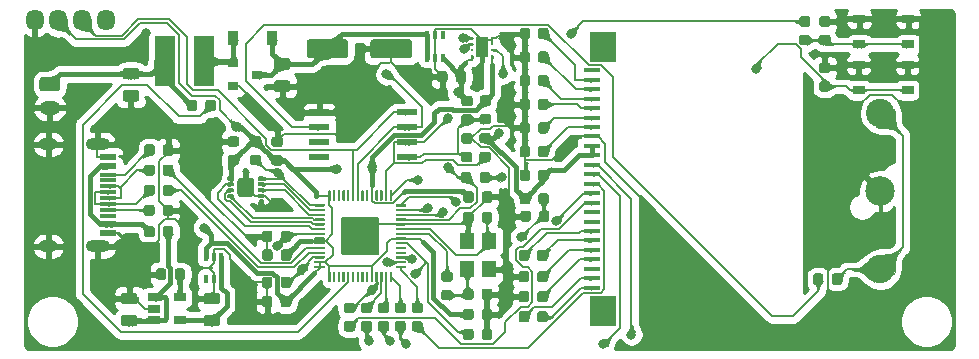
<source format=gbr>
G04 #@! TF.GenerationSoftware,KiCad,Pcbnew,(5.1.2)-1*
G04 #@! TF.CreationDate,2024-09-22T12:57:02+09:00*
G04 #@! TF.ProjectId,pc,70632e6b-6963-4616-945f-706362585858,v1.1*
G04 #@! TF.SameCoordinates,Original*
G04 #@! TF.FileFunction,Copper,L2,Bot*
G04 #@! TF.FilePolarity,Positive*
%FSLAX46Y46*%
G04 Gerber Fmt 4.6, Leading zero omitted, Abs format (unit mm)*
G04 Created by KiCad (PCBNEW (5.1.2)-1) date 2024-09-22 12:57:02*
%MOMM*%
%LPD*%
G04 APERTURE LIST*
%ADD10C,0.100000*%
%ADD11C,0.875000*%
%ADD12R,0.400000X0.650000*%
%ADD13R,1.040000X1.800000*%
%ADD14R,0.250000X0.250000*%
%ADD15R,1.700000X4.200000*%
%ADD16O,1.524000X1.800000*%
%ADD17C,3.200000*%
%ADD18C,0.600000*%
%ADD19C,0.200000*%
%ADD20C,0.350000*%
%ADD21C,1.400000*%
%ADD22R,1.200000X1.400000*%
%ADD23R,1.750000X0.550000*%
%ADD24R,1.060000X0.650000*%
%ADD25R,0.900000X0.800000*%
%ADD26R,1.050000X0.650000*%
%ADD27R,2.300000X2.650000*%
%ADD28R,1.400000X0.400000*%
%ADD29R,1.450000X0.600000*%
%ADD30R,1.450000X0.300000*%
%ADD31O,2.100000X1.000000*%
%ADD32O,1.600000X1.000000*%
%ADD33O,1.750000X1.200000*%
%ADD34C,1.200000*%
%ADD35R,0.900000X1.200000*%
%ADD36C,1.600000*%
%ADD37C,0.975000*%
%ADD38C,2.500000*%
%ADD39C,2.400000*%
%ADD40C,0.800000*%
%ADD41C,0.200000*%
%ADD42C,0.400000*%
%ADD43C,0.254000*%
%ADD44C,0.025400*%
G04 APERTURE END LIST*
D10*
G36*
X136297691Y-136991053D02*
G01*
X136318926Y-136994203D01*
X136339750Y-136999419D01*
X136359962Y-137006651D01*
X136379368Y-137015830D01*
X136397781Y-137026866D01*
X136415024Y-137039654D01*
X136430930Y-137054070D01*
X136445346Y-137069976D01*
X136458134Y-137087219D01*
X136469170Y-137105632D01*
X136478349Y-137125038D01*
X136485581Y-137145250D01*
X136490797Y-137166074D01*
X136493947Y-137187309D01*
X136495000Y-137208750D01*
X136495000Y-137646250D01*
X136493947Y-137667691D01*
X136490797Y-137688926D01*
X136485581Y-137709750D01*
X136478349Y-137729962D01*
X136469170Y-137749368D01*
X136458134Y-137767781D01*
X136445346Y-137785024D01*
X136430930Y-137800930D01*
X136415024Y-137815346D01*
X136397781Y-137828134D01*
X136379368Y-137839170D01*
X136359962Y-137848349D01*
X136339750Y-137855581D01*
X136318926Y-137860797D01*
X136297691Y-137863947D01*
X136276250Y-137865000D01*
X135763750Y-137865000D01*
X135742309Y-137863947D01*
X135721074Y-137860797D01*
X135700250Y-137855581D01*
X135680038Y-137848349D01*
X135660632Y-137839170D01*
X135642219Y-137828134D01*
X135624976Y-137815346D01*
X135609070Y-137800930D01*
X135594654Y-137785024D01*
X135581866Y-137767781D01*
X135570830Y-137749368D01*
X135561651Y-137729962D01*
X135554419Y-137709750D01*
X135549203Y-137688926D01*
X135546053Y-137667691D01*
X135545000Y-137646250D01*
X135545000Y-137208750D01*
X135546053Y-137187309D01*
X135549203Y-137166074D01*
X135554419Y-137145250D01*
X135561651Y-137125038D01*
X135570830Y-137105632D01*
X135581866Y-137087219D01*
X135594654Y-137069976D01*
X135609070Y-137054070D01*
X135624976Y-137039654D01*
X135642219Y-137026866D01*
X135660632Y-137015830D01*
X135680038Y-137006651D01*
X135700250Y-136999419D01*
X135721074Y-136994203D01*
X135742309Y-136991053D01*
X135763750Y-136990000D01*
X136276250Y-136990000D01*
X136297691Y-136991053D01*
X136297691Y-136991053D01*
G37*
D11*
X136020000Y-137427500D03*
D10*
G36*
X136297691Y-135416053D02*
G01*
X136318926Y-135419203D01*
X136339750Y-135424419D01*
X136359962Y-135431651D01*
X136379368Y-135440830D01*
X136397781Y-135451866D01*
X136415024Y-135464654D01*
X136430930Y-135479070D01*
X136445346Y-135494976D01*
X136458134Y-135512219D01*
X136469170Y-135530632D01*
X136478349Y-135550038D01*
X136485581Y-135570250D01*
X136490797Y-135591074D01*
X136493947Y-135612309D01*
X136495000Y-135633750D01*
X136495000Y-136071250D01*
X136493947Y-136092691D01*
X136490797Y-136113926D01*
X136485581Y-136134750D01*
X136478349Y-136154962D01*
X136469170Y-136174368D01*
X136458134Y-136192781D01*
X136445346Y-136210024D01*
X136430930Y-136225930D01*
X136415024Y-136240346D01*
X136397781Y-136253134D01*
X136379368Y-136264170D01*
X136359962Y-136273349D01*
X136339750Y-136280581D01*
X136318926Y-136285797D01*
X136297691Y-136288947D01*
X136276250Y-136290000D01*
X135763750Y-136290000D01*
X135742309Y-136288947D01*
X135721074Y-136285797D01*
X135700250Y-136280581D01*
X135680038Y-136273349D01*
X135660632Y-136264170D01*
X135642219Y-136253134D01*
X135624976Y-136240346D01*
X135609070Y-136225930D01*
X135594654Y-136210024D01*
X135581866Y-136192781D01*
X135570830Y-136174368D01*
X135561651Y-136154962D01*
X135554419Y-136134750D01*
X135549203Y-136113926D01*
X135546053Y-136092691D01*
X135545000Y-136071250D01*
X135545000Y-135633750D01*
X135546053Y-135612309D01*
X135549203Y-135591074D01*
X135554419Y-135570250D01*
X135561651Y-135550038D01*
X135570830Y-135530632D01*
X135581866Y-135512219D01*
X135594654Y-135494976D01*
X135609070Y-135479070D01*
X135624976Y-135464654D01*
X135642219Y-135451866D01*
X135660632Y-135440830D01*
X135680038Y-135431651D01*
X135700250Y-135424419D01*
X135721074Y-135419203D01*
X135742309Y-135416053D01*
X135763750Y-135415000D01*
X136276250Y-135415000D01*
X136297691Y-135416053D01*
X136297691Y-135416053D01*
G37*
D11*
X136020000Y-135852500D03*
D10*
G36*
X137727691Y-136991053D02*
G01*
X137748926Y-136994203D01*
X137769750Y-136999419D01*
X137789962Y-137006651D01*
X137809368Y-137015830D01*
X137827781Y-137026866D01*
X137845024Y-137039654D01*
X137860930Y-137054070D01*
X137875346Y-137069976D01*
X137888134Y-137087219D01*
X137899170Y-137105632D01*
X137908349Y-137125038D01*
X137915581Y-137145250D01*
X137920797Y-137166074D01*
X137923947Y-137187309D01*
X137925000Y-137208750D01*
X137925000Y-137646250D01*
X137923947Y-137667691D01*
X137920797Y-137688926D01*
X137915581Y-137709750D01*
X137908349Y-137729962D01*
X137899170Y-137749368D01*
X137888134Y-137767781D01*
X137875346Y-137785024D01*
X137860930Y-137800930D01*
X137845024Y-137815346D01*
X137827781Y-137828134D01*
X137809368Y-137839170D01*
X137789962Y-137848349D01*
X137769750Y-137855581D01*
X137748926Y-137860797D01*
X137727691Y-137863947D01*
X137706250Y-137865000D01*
X137193750Y-137865000D01*
X137172309Y-137863947D01*
X137151074Y-137860797D01*
X137130250Y-137855581D01*
X137110038Y-137848349D01*
X137090632Y-137839170D01*
X137072219Y-137828134D01*
X137054976Y-137815346D01*
X137039070Y-137800930D01*
X137024654Y-137785024D01*
X137011866Y-137767781D01*
X137000830Y-137749368D01*
X136991651Y-137729962D01*
X136984419Y-137709750D01*
X136979203Y-137688926D01*
X136976053Y-137667691D01*
X136975000Y-137646250D01*
X136975000Y-137208750D01*
X136976053Y-137187309D01*
X136979203Y-137166074D01*
X136984419Y-137145250D01*
X136991651Y-137125038D01*
X137000830Y-137105632D01*
X137011866Y-137087219D01*
X137024654Y-137069976D01*
X137039070Y-137054070D01*
X137054976Y-137039654D01*
X137072219Y-137026866D01*
X137090632Y-137015830D01*
X137110038Y-137006651D01*
X137130250Y-136999419D01*
X137151074Y-136994203D01*
X137172309Y-136991053D01*
X137193750Y-136990000D01*
X137706250Y-136990000D01*
X137727691Y-136991053D01*
X137727691Y-136991053D01*
G37*
D11*
X137450000Y-137427500D03*
D10*
G36*
X137727691Y-135416053D02*
G01*
X137748926Y-135419203D01*
X137769750Y-135424419D01*
X137789962Y-135431651D01*
X137809368Y-135440830D01*
X137827781Y-135451866D01*
X137845024Y-135464654D01*
X137860930Y-135479070D01*
X137875346Y-135494976D01*
X137888134Y-135512219D01*
X137899170Y-135530632D01*
X137908349Y-135550038D01*
X137915581Y-135570250D01*
X137920797Y-135591074D01*
X137923947Y-135612309D01*
X137925000Y-135633750D01*
X137925000Y-136071250D01*
X137923947Y-136092691D01*
X137920797Y-136113926D01*
X137915581Y-136134750D01*
X137908349Y-136154962D01*
X137899170Y-136174368D01*
X137888134Y-136192781D01*
X137875346Y-136210024D01*
X137860930Y-136225930D01*
X137845024Y-136240346D01*
X137827781Y-136253134D01*
X137809368Y-136264170D01*
X137789962Y-136273349D01*
X137769750Y-136280581D01*
X137748926Y-136285797D01*
X137727691Y-136288947D01*
X137706250Y-136290000D01*
X137193750Y-136290000D01*
X137172309Y-136288947D01*
X137151074Y-136285797D01*
X137130250Y-136280581D01*
X137110038Y-136273349D01*
X137090632Y-136264170D01*
X137072219Y-136253134D01*
X137054976Y-136240346D01*
X137039070Y-136225930D01*
X137024654Y-136210024D01*
X137011866Y-136192781D01*
X137000830Y-136174368D01*
X136991651Y-136154962D01*
X136984419Y-136134750D01*
X136979203Y-136113926D01*
X136976053Y-136092691D01*
X136975000Y-136071250D01*
X136975000Y-135633750D01*
X136976053Y-135612309D01*
X136979203Y-135591074D01*
X136984419Y-135570250D01*
X136991651Y-135550038D01*
X137000830Y-135530632D01*
X137011866Y-135512219D01*
X137024654Y-135494976D01*
X137039070Y-135479070D01*
X137054976Y-135464654D01*
X137072219Y-135451866D01*
X137090632Y-135440830D01*
X137110038Y-135431651D01*
X137130250Y-135424419D01*
X137151074Y-135419203D01*
X137172309Y-135416053D01*
X137193750Y-135415000D01*
X137706250Y-135415000D01*
X137727691Y-135416053D01*
X137727691Y-135416053D01*
G37*
D11*
X137450000Y-135852500D03*
D10*
G36*
X139157691Y-136991053D02*
G01*
X139178926Y-136994203D01*
X139199750Y-136999419D01*
X139219962Y-137006651D01*
X139239368Y-137015830D01*
X139257781Y-137026866D01*
X139275024Y-137039654D01*
X139290930Y-137054070D01*
X139305346Y-137069976D01*
X139318134Y-137087219D01*
X139329170Y-137105632D01*
X139338349Y-137125038D01*
X139345581Y-137145250D01*
X139350797Y-137166074D01*
X139353947Y-137187309D01*
X139355000Y-137208750D01*
X139355000Y-137646250D01*
X139353947Y-137667691D01*
X139350797Y-137688926D01*
X139345581Y-137709750D01*
X139338349Y-137729962D01*
X139329170Y-137749368D01*
X139318134Y-137767781D01*
X139305346Y-137785024D01*
X139290930Y-137800930D01*
X139275024Y-137815346D01*
X139257781Y-137828134D01*
X139239368Y-137839170D01*
X139219962Y-137848349D01*
X139199750Y-137855581D01*
X139178926Y-137860797D01*
X139157691Y-137863947D01*
X139136250Y-137865000D01*
X138623750Y-137865000D01*
X138602309Y-137863947D01*
X138581074Y-137860797D01*
X138560250Y-137855581D01*
X138540038Y-137848349D01*
X138520632Y-137839170D01*
X138502219Y-137828134D01*
X138484976Y-137815346D01*
X138469070Y-137800930D01*
X138454654Y-137785024D01*
X138441866Y-137767781D01*
X138430830Y-137749368D01*
X138421651Y-137729962D01*
X138414419Y-137709750D01*
X138409203Y-137688926D01*
X138406053Y-137667691D01*
X138405000Y-137646250D01*
X138405000Y-137208750D01*
X138406053Y-137187309D01*
X138409203Y-137166074D01*
X138414419Y-137145250D01*
X138421651Y-137125038D01*
X138430830Y-137105632D01*
X138441866Y-137087219D01*
X138454654Y-137069976D01*
X138469070Y-137054070D01*
X138484976Y-137039654D01*
X138502219Y-137026866D01*
X138520632Y-137015830D01*
X138540038Y-137006651D01*
X138560250Y-136999419D01*
X138581074Y-136994203D01*
X138602309Y-136991053D01*
X138623750Y-136990000D01*
X139136250Y-136990000D01*
X139157691Y-136991053D01*
X139157691Y-136991053D01*
G37*
D11*
X138880000Y-137427500D03*
D10*
G36*
X139157691Y-135416053D02*
G01*
X139178926Y-135419203D01*
X139199750Y-135424419D01*
X139219962Y-135431651D01*
X139239368Y-135440830D01*
X139257781Y-135451866D01*
X139275024Y-135464654D01*
X139290930Y-135479070D01*
X139305346Y-135494976D01*
X139318134Y-135512219D01*
X139329170Y-135530632D01*
X139338349Y-135550038D01*
X139345581Y-135570250D01*
X139350797Y-135591074D01*
X139353947Y-135612309D01*
X139355000Y-135633750D01*
X139355000Y-136071250D01*
X139353947Y-136092691D01*
X139350797Y-136113926D01*
X139345581Y-136134750D01*
X139338349Y-136154962D01*
X139329170Y-136174368D01*
X139318134Y-136192781D01*
X139305346Y-136210024D01*
X139290930Y-136225930D01*
X139275024Y-136240346D01*
X139257781Y-136253134D01*
X139239368Y-136264170D01*
X139219962Y-136273349D01*
X139199750Y-136280581D01*
X139178926Y-136285797D01*
X139157691Y-136288947D01*
X139136250Y-136290000D01*
X138623750Y-136290000D01*
X138602309Y-136288947D01*
X138581074Y-136285797D01*
X138560250Y-136280581D01*
X138540038Y-136273349D01*
X138520632Y-136264170D01*
X138502219Y-136253134D01*
X138484976Y-136240346D01*
X138469070Y-136225930D01*
X138454654Y-136210024D01*
X138441866Y-136192781D01*
X138430830Y-136174368D01*
X138421651Y-136154962D01*
X138414419Y-136134750D01*
X138409203Y-136113926D01*
X138406053Y-136092691D01*
X138405000Y-136071250D01*
X138405000Y-135633750D01*
X138406053Y-135612309D01*
X138409203Y-135591074D01*
X138414419Y-135570250D01*
X138421651Y-135550038D01*
X138430830Y-135530632D01*
X138441866Y-135512219D01*
X138454654Y-135494976D01*
X138469070Y-135479070D01*
X138484976Y-135464654D01*
X138502219Y-135451866D01*
X138520632Y-135440830D01*
X138540038Y-135431651D01*
X138560250Y-135424419D01*
X138581074Y-135419203D01*
X138602309Y-135416053D01*
X138623750Y-135415000D01*
X139136250Y-135415000D01*
X139157691Y-135416053D01*
X139157691Y-135416053D01*
G37*
D11*
X138880000Y-135852500D03*
D10*
G36*
X134867691Y-136991053D02*
G01*
X134888926Y-136994203D01*
X134909750Y-136999419D01*
X134929962Y-137006651D01*
X134949368Y-137015830D01*
X134967781Y-137026866D01*
X134985024Y-137039654D01*
X135000930Y-137054070D01*
X135015346Y-137069976D01*
X135028134Y-137087219D01*
X135039170Y-137105632D01*
X135048349Y-137125038D01*
X135055581Y-137145250D01*
X135060797Y-137166074D01*
X135063947Y-137187309D01*
X135065000Y-137208750D01*
X135065000Y-137646250D01*
X135063947Y-137667691D01*
X135060797Y-137688926D01*
X135055581Y-137709750D01*
X135048349Y-137729962D01*
X135039170Y-137749368D01*
X135028134Y-137767781D01*
X135015346Y-137785024D01*
X135000930Y-137800930D01*
X134985024Y-137815346D01*
X134967781Y-137828134D01*
X134949368Y-137839170D01*
X134929962Y-137848349D01*
X134909750Y-137855581D01*
X134888926Y-137860797D01*
X134867691Y-137863947D01*
X134846250Y-137865000D01*
X134333750Y-137865000D01*
X134312309Y-137863947D01*
X134291074Y-137860797D01*
X134270250Y-137855581D01*
X134250038Y-137848349D01*
X134230632Y-137839170D01*
X134212219Y-137828134D01*
X134194976Y-137815346D01*
X134179070Y-137800930D01*
X134164654Y-137785024D01*
X134151866Y-137767781D01*
X134140830Y-137749368D01*
X134131651Y-137729962D01*
X134124419Y-137709750D01*
X134119203Y-137688926D01*
X134116053Y-137667691D01*
X134115000Y-137646250D01*
X134115000Y-137208750D01*
X134116053Y-137187309D01*
X134119203Y-137166074D01*
X134124419Y-137145250D01*
X134131651Y-137125038D01*
X134140830Y-137105632D01*
X134151866Y-137087219D01*
X134164654Y-137069976D01*
X134179070Y-137054070D01*
X134194976Y-137039654D01*
X134212219Y-137026866D01*
X134230632Y-137015830D01*
X134250038Y-137006651D01*
X134270250Y-136999419D01*
X134291074Y-136994203D01*
X134312309Y-136991053D01*
X134333750Y-136990000D01*
X134846250Y-136990000D01*
X134867691Y-136991053D01*
X134867691Y-136991053D01*
G37*
D11*
X134590000Y-137427500D03*
D10*
G36*
X134867691Y-135416053D02*
G01*
X134888926Y-135419203D01*
X134909750Y-135424419D01*
X134929962Y-135431651D01*
X134949368Y-135440830D01*
X134967781Y-135451866D01*
X134985024Y-135464654D01*
X135000930Y-135479070D01*
X135015346Y-135494976D01*
X135028134Y-135512219D01*
X135039170Y-135530632D01*
X135048349Y-135550038D01*
X135055581Y-135570250D01*
X135060797Y-135591074D01*
X135063947Y-135612309D01*
X135065000Y-135633750D01*
X135065000Y-136071250D01*
X135063947Y-136092691D01*
X135060797Y-136113926D01*
X135055581Y-136134750D01*
X135048349Y-136154962D01*
X135039170Y-136174368D01*
X135028134Y-136192781D01*
X135015346Y-136210024D01*
X135000930Y-136225930D01*
X134985024Y-136240346D01*
X134967781Y-136253134D01*
X134949368Y-136264170D01*
X134929962Y-136273349D01*
X134909750Y-136280581D01*
X134888926Y-136285797D01*
X134867691Y-136288947D01*
X134846250Y-136290000D01*
X134333750Y-136290000D01*
X134312309Y-136288947D01*
X134291074Y-136285797D01*
X134270250Y-136280581D01*
X134250038Y-136273349D01*
X134230632Y-136264170D01*
X134212219Y-136253134D01*
X134194976Y-136240346D01*
X134179070Y-136225930D01*
X134164654Y-136210024D01*
X134151866Y-136192781D01*
X134140830Y-136174368D01*
X134131651Y-136154962D01*
X134124419Y-136134750D01*
X134119203Y-136113926D01*
X134116053Y-136092691D01*
X134115000Y-136071250D01*
X134115000Y-135633750D01*
X134116053Y-135612309D01*
X134119203Y-135591074D01*
X134124419Y-135570250D01*
X134131651Y-135550038D01*
X134140830Y-135530632D01*
X134151866Y-135512219D01*
X134164654Y-135494976D01*
X134179070Y-135479070D01*
X134194976Y-135464654D01*
X134212219Y-135451866D01*
X134230632Y-135440830D01*
X134250038Y-135431651D01*
X134270250Y-135424419D01*
X134291074Y-135419203D01*
X134312309Y-135416053D01*
X134333750Y-135415000D01*
X134846250Y-135415000D01*
X134867691Y-135416053D01*
X134867691Y-135416053D01*
G37*
D11*
X134590000Y-135852500D03*
D10*
G36*
X133437691Y-136991053D02*
G01*
X133458926Y-136994203D01*
X133479750Y-136999419D01*
X133499962Y-137006651D01*
X133519368Y-137015830D01*
X133537781Y-137026866D01*
X133555024Y-137039654D01*
X133570930Y-137054070D01*
X133585346Y-137069976D01*
X133598134Y-137087219D01*
X133609170Y-137105632D01*
X133618349Y-137125038D01*
X133625581Y-137145250D01*
X133630797Y-137166074D01*
X133633947Y-137187309D01*
X133635000Y-137208750D01*
X133635000Y-137646250D01*
X133633947Y-137667691D01*
X133630797Y-137688926D01*
X133625581Y-137709750D01*
X133618349Y-137729962D01*
X133609170Y-137749368D01*
X133598134Y-137767781D01*
X133585346Y-137785024D01*
X133570930Y-137800930D01*
X133555024Y-137815346D01*
X133537781Y-137828134D01*
X133519368Y-137839170D01*
X133499962Y-137848349D01*
X133479750Y-137855581D01*
X133458926Y-137860797D01*
X133437691Y-137863947D01*
X133416250Y-137865000D01*
X132903750Y-137865000D01*
X132882309Y-137863947D01*
X132861074Y-137860797D01*
X132840250Y-137855581D01*
X132820038Y-137848349D01*
X132800632Y-137839170D01*
X132782219Y-137828134D01*
X132764976Y-137815346D01*
X132749070Y-137800930D01*
X132734654Y-137785024D01*
X132721866Y-137767781D01*
X132710830Y-137749368D01*
X132701651Y-137729962D01*
X132694419Y-137709750D01*
X132689203Y-137688926D01*
X132686053Y-137667691D01*
X132685000Y-137646250D01*
X132685000Y-137208750D01*
X132686053Y-137187309D01*
X132689203Y-137166074D01*
X132694419Y-137145250D01*
X132701651Y-137125038D01*
X132710830Y-137105632D01*
X132721866Y-137087219D01*
X132734654Y-137069976D01*
X132749070Y-137054070D01*
X132764976Y-137039654D01*
X132782219Y-137026866D01*
X132800632Y-137015830D01*
X132820038Y-137006651D01*
X132840250Y-136999419D01*
X132861074Y-136994203D01*
X132882309Y-136991053D01*
X132903750Y-136990000D01*
X133416250Y-136990000D01*
X133437691Y-136991053D01*
X133437691Y-136991053D01*
G37*
D11*
X133160000Y-137427500D03*
D10*
G36*
X133437691Y-135416053D02*
G01*
X133458926Y-135419203D01*
X133479750Y-135424419D01*
X133499962Y-135431651D01*
X133519368Y-135440830D01*
X133537781Y-135451866D01*
X133555024Y-135464654D01*
X133570930Y-135479070D01*
X133585346Y-135494976D01*
X133598134Y-135512219D01*
X133609170Y-135530632D01*
X133618349Y-135550038D01*
X133625581Y-135570250D01*
X133630797Y-135591074D01*
X133633947Y-135612309D01*
X133635000Y-135633750D01*
X133635000Y-136071250D01*
X133633947Y-136092691D01*
X133630797Y-136113926D01*
X133625581Y-136134750D01*
X133618349Y-136154962D01*
X133609170Y-136174368D01*
X133598134Y-136192781D01*
X133585346Y-136210024D01*
X133570930Y-136225930D01*
X133555024Y-136240346D01*
X133537781Y-136253134D01*
X133519368Y-136264170D01*
X133499962Y-136273349D01*
X133479750Y-136280581D01*
X133458926Y-136285797D01*
X133437691Y-136288947D01*
X133416250Y-136290000D01*
X132903750Y-136290000D01*
X132882309Y-136288947D01*
X132861074Y-136285797D01*
X132840250Y-136280581D01*
X132820038Y-136273349D01*
X132800632Y-136264170D01*
X132782219Y-136253134D01*
X132764976Y-136240346D01*
X132749070Y-136225930D01*
X132734654Y-136210024D01*
X132721866Y-136192781D01*
X132710830Y-136174368D01*
X132701651Y-136154962D01*
X132694419Y-136134750D01*
X132689203Y-136113926D01*
X132686053Y-136092691D01*
X132685000Y-136071250D01*
X132685000Y-135633750D01*
X132686053Y-135612309D01*
X132689203Y-135591074D01*
X132694419Y-135570250D01*
X132701651Y-135550038D01*
X132710830Y-135530632D01*
X132721866Y-135512219D01*
X132734654Y-135494976D01*
X132749070Y-135479070D01*
X132764976Y-135464654D01*
X132782219Y-135451866D01*
X132800632Y-135440830D01*
X132820038Y-135431651D01*
X132840250Y-135424419D01*
X132861074Y-135419203D01*
X132882309Y-135416053D01*
X132903750Y-135415000D01*
X133416250Y-135415000D01*
X133437691Y-135416053D01*
X133437691Y-135416053D01*
G37*
D11*
X133160000Y-135852500D03*
D10*
G36*
X143272691Y-124346053D02*
G01*
X143293926Y-124349203D01*
X143314750Y-124354419D01*
X143334962Y-124361651D01*
X143354368Y-124370830D01*
X143372781Y-124381866D01*
X143390024Y-124394654D01*
X143405930Y-124409070D01*
X143420346Y-124424976D01*
X143433134Y-124442219D01*
X143444170Y-124460632D01*
X143453349Y-124480038D01*
X143460581Y-124500250D01*
X143465797Y-124521074D01*
X143468947Y-124542309D01*
X143470000Y-124563750D01*
X143470000Y-125076250D01*
X143468947Y-125097691D01*
X143465797Y-125118926D01*
X143460581Y-125139750D01*
X143453349Y-125159962D01*
X143444170Y-125179368D01*
X143433134Y-125197781D01*
X143420346Y-125215024D01*
X143405930Y-125230930D01*
X143390024Y-125245346D01*
X143372781Y-125258134D01*
X143354368Y-125269170D01*
X143334962Y-125278349D01*
X143314750Y-125285581D01*
X143293926Y-125290797D01*
X143272691Y-125293947D01*
X143251250Y-125295000D01*
X142813750Y-125295000D01*
X142792309Y-125293947D01*
X142771074Y-125290797D01*
X142750250Y-125285581D01*
X142730038Y-125278349D01*
X142710632Y-125269170D01*
X142692219Y-125258134D01*
X142674976Y-125245346D01*
X142659070Y-125230930D01*
X142644654Y-125215024D01*
X142631866Y-125197781D01*
X142620830Y-125179368D01*
X142611651Y-125159962D01*
X142604419Y-125139750D01*
X142599203Y-125118926D01*
X142596053Y-125097691D01*
X142595000Y-125076250D01*
X142595000Y-124563750D01*
X142596053Y-124542309D01*
X142599203Y-124521074D01*
X142604419Y-124500250D01*
X142611651Y-124480038D01*
X142620830Y-124460632D01*
X142631866Y-124442219D01*
X142644654Y-124424976D01*
X142659070Y-124409070D01*
X142674976Y-124394654D01*
X142692219Y-124381866D01*
X142710632Y-124370830D01*
X142730038Y-124361651D01*
X142750250Y-124354419D01*
X142771074Y-124349203D01*
X142792309Y-124346053D01*
X142813750Y-124345000D01*
X143251250Y-124345000D01*
X143272691Y-124346053D01*
X143272691Y-124346053D01*
G37*
D11*
X143032500Y-124820000D03*
D10*
G36*
X144847691Y-124346053D02*
G01*
X144868926Y-124349203D01*
X144889750Y-124354419D01*
X144909962Y-124361651D01*
X144929368Y-124370830D01*
X144947781Y-124381866D01*
X144965024Y-124394654D01*
X144980930Y-124409070D01*
X144995346Y-124424976D01*
X145008134Y-124442219D01*
X145019170Y-124460632D01*
X145028349Y-124480038D01*
X145035581Y-124500250D01*
X145040797Y-124521074D01*
X145043947Y-124542309D01*
X145045000Y-124563750D01*
X145045000Y-125076250D01*
X145043947Y-125097691D01*
X145040797Y-125118926D01*
X145035581Y-125139750D01*
X145028349Y-125159962D01*
X145019170Y-125179368D01*
X145008134Y-125197781D01*
X144995346Y-125215024D01*
X144980930Y-125230930D01*
X144965024Y-125245346D01*
X144947781Y-125258134D01*
X144929368Y-125269170D01*
X144909962Y-125278349D01*
X144889750Y-125285581D01*
X144868926Y-125290797D01*
X144847691Y-125293947D01*
X144826250Y-125295000D01*
X144388750Y-125295000D01*
X144367309Y-125293947D01*
X144346074Y-125290797D01*
X144325250Y-125285581D01*
X144305038Y-125278349D01*
X144285632Y-125269170D01*
X144267219Y-125258134D01*
X144249976Y-125245346D01*
X144234070Y-125230930D01*
X144219654Y-125215024D01*
X144206866Y-125197781D01*
X144195830Y-125179368D01*
X144186651Y-125159962D01*
X144179419Y-125139750D01*
X144174203Y-125118926D01*
X144171053Y-125097691D01*
X144170000Y-125076250D01*
X144170000Y-124563750D01*
X144171053Y-124542309D01*
X144174203Y-124521074D01*
X144179419Y-124500250D01*
X144186651Y-124480038D01*
X144195830Y-124460632D01*
X144206866Y-124442219D01*
X144219654Y-124424976D01*
X144234070Y-124409070D01*
X144249976Y-124394654D01*
X144267219Y-124381866D01*
X144285632Y-124370830D01*
X144305038Y-124361651D01*
X144325250Y-124354419D01*
X144346074Y-124349203D01*
X144367309Y-124346053D01*
X144388750Y-124345000D01*
X144826250Y-124345000D01*
X144847691Y-124346053D01*
X144847691Y-124346053D01*
G37*
D11*
X144607500Y-124820000D03*
D10*
G36*
X148302691Y-127626053D02*
G01*
X148323926Y-127629203D01*
X148344750Y-127634419D01*
X148364962Y-127641651D01*
X148384368Y-127650830D01*
X148402781Y-127661866D01*
X148420024Y-127674654D01*
X148435930Y-127689070D01*
X148450346Y-127704976D01*
X148463134Y-127722219D01*
X148474170Y-127740632D01*
X148483349Y-127760038D01*
X148490581Y-127780250D01*
X148495797Y-127801074D01*
X148498947Y-127822309D01*
X148500000Y-127843750D01*
X148500000Y-128356250D01*
X148498947Y-128377691D01*
X148495797Y-128398926D01*
X148490581Y-128419750D01*
X148483349Y-128439962D01*
X148474170Y-128459368D01*
X148463134Y-128477781D01*
X148450346Y-128495024D01*
X148435930Y-128510930D01*
X148420024Y-128525346D01*
X148402781Y-128538134D01*
X148384368Y-128549170D01*
X148364962Y-128558349D01*
X148344750Y-128565581D01*
X148323926Y-128570797D01*
X148302691Y-128573947D01*
X148281250Y-128575000D01*
X147843750Y-128575000D01*
X147822309Y-128573947D01*
X147801074Y-128570797D01*
X147780250Y-128565581D01*
X147760038Y-128558349D01*
X147740632Y-128549170D01*
X147722219Y-128538134D01*
X147704976Y-128525346D01*
X147689070Y-128510930D01*
X147674654Y-128495024D01*
X147661866Y-128477781D01*
X147650830Y-128459368D01*
X147641651Y-128439962D01*
X147634419Y-128419750D01*
X147629203Y-128398926D01*
X147626053Y-128377691D01*
X147625000Y-128356250D01*
X147625000Y-127843750D01*
X147626053Y-127822309D01*
X147629203Y-127801074D01*
X147634419Y-127780250D01*
X147641651Y-127760038D01*
X147650830Y-127740632D01*
X147661866Y-127722219D01*
X147674654Y-127704976D01*
X147689070Y-127689070D01*
X147704976Y-127674654D01*
X147722219Y-127661866D01*
X147740632Y-127650830D01*
X147760038Y-127641651D01*
X147780250Y-127634419D01*
X147801074Y-127629203D01*
X147822309Y-127626053D01*
X147843750Y-127625000D01*
X148281250Y-127625000D01*
X148302691Y-127626053D01*
X148302691Y-127626053D01*
G37*
D11*
X148062500Y-128100000D03*
D10*
G36*
X149877691Y-127626053D02*
G01*
X149898926Y-127629203D01*
X149919750Y-127634419D01*
X149939962Y-127641651D01*
X149959368Y-127650830D01*
X149977781Y-127661866D01*
X149995024Y-127674654D01*
X150010930Y-127689070D01*
X150025346Y-127704976D01*
X150038134Y-127722219D01*
X150049170Y-127740632D01*
X150058349Y-127760038D01*
X150065581Y-127780250D01*
X150070797Y-127801074D01*
X150073947Y-127822309D01*
X150075000Y-127843750D01*
X150075000Y-128356250D01*
X150073947Y-128377691D01*
X150070797Y-128398926D01*
X150065581Y-128419750D01*
X150058349Y-128439962D01*
X150049170Y-128459368D01*
X150038134Y-128477781D01*
X150025346Y-128495024D01*
X150010930Y-128510930D01*
X149995024Y-128525346D01*
X149977781Y-128538134D01*
X149959368Y-128549170D01*
X149939962Y-128558349D01*
X149919750Y-128565581D01*
X149898926Y-128570797D01*
X149877691Y-128573947D01*
X149856250Y-128575000D01*
X149418750Y-128575000D01*
X149397309Y-128573947D01*
X149376074Y-128570797D01*
X149355250Y-128565581D01*
X149335038Y-128558349D01*
X149315632Y-128549170D01*
X149297219Y-128538134D01*
X149279976Y-128525346D01*
X149264070Y-128510930D01*
X149249654Y-128495024D01*
X149236866Y-128477781D01*
X149225830Y-128459368D01*
X149216651Y-128439962D01*
X149209419Y-128419750D01*
X149204203Y-128398926D01*
X149201053Y-128377691D01*
X149200000Y-128356250D01*
X149200000Y-127843750D01*
X149201053Y-127822309D01*
X149204203Y-127801074D01*
X149209419Y-127780250D01*
X149216651Y-127760038D01*
X149225830Y-127740632D01*
X149236866Y-127722219D01*
X149249654Y-127704976D01*
X149264070Y-127689070D01*
X149279976Y-127674654D01*
X149297219Y-127661866D01*
X149315632Y-127650830D01*
X149335038Y-127641651D01*
X149355250Y-127634419D01*
X149376074Y-127629203D01*
X149397309Y-127626053D01*
X149418750Y-127625000D01*
X149856250Y-127625000D01*
X149877691Y-127626053D01*
X149877691Y-127626053D01*
G37*
D11*
X149637500Y-128100000D03*
D10*
G36*
X149827691Y-126151053D02*
G01*
X149848926Y-126154203D01*
X149869750Y-126159419D01*
X149889962Y-126166651D01*
X149909368Y-126175830D01*
X149927781Y-126186866D01*
X149945024Y-126199654D01*
X149960930Y-126214070D01*
X149975346Y-126229976D01*
X149988134Y-126247219D01*
X149999170Y-126265632D01*
X150008349Y-126285038D01*
X150015581Y-126305250D01*
X150020797Y-126326074D01*
X150023947Y-126347309D01*
X150025000Y-126368750D01*
X150025000Y-126881250D01*
X150023947Y-126902691D01*
X150020797Y-126923926D01*
X150015581Y-126944750D01*
X150008349Y-126964962D01*
X149999170Y-126984368D01*
X149988134Y-127002781D01*
X149975346Y-127020024D01*
X149960930Y-127035930D01*
X149945024Y-127050346D01*
X149927781Y-127063134D01*
X149909368Y-127074170D01*
X149889962Y-127083349D01*
X149869750Y-127090581D01*
X149848926Y-127095797D01*
X149827691Y-127098947D01*
X149806250Y-127100000D01*
X149368750Y-127100000D01*
X149347309Y-127098947D01*
X149326074Y-127095797D01*
X149305250Y-127090581D01*
X149285038Y-127083349D01*
X149265632Y-127074170D01*
X149247219Y-127063134D01*
X149229976Y-127050346D01*
X149214070Y-127035930D01*
X149199654Y-127020024D01*
X149186866Y-127002781D01*
X149175830Y-126984368D01*
X149166651Y-126964962D01*
X149159419Y-126944750D01*
X149154203Y-126923926D01*
X149151053Y-126902691D01*
X149150000Y-126881250D01*
X149150000Y-126368750D01*
X149151053Y-126347309D01*
X149154203Y-126326074D01*
X149159419Y-126305250D01*
X149166651Y-126285038D01*
X149175830Y-126265632D01*
X149186866Y-126247219D01*
X149199654Y-126229976D01*
X149214070Y-126214070D01*
X149229976Y-126199654D01*
X149247219Y-126186866D01*
X149265632Y-126175830D01*
X149285038Y-126166651D01*
X149305250Y-126159419D01*
X149326074Y-126154203D01*
X149347309Y-126151053D01*
X149368750Y-126150000D01*
X149806250Y-126150000D01*
X149827691Y-126151053D01*
X149827691Y-126151053D01*
G37*
D11*
X149587500Y-126625000D03*
D10*
G36*
X148252691Y-126151053D02*
G01*
X148273926Y-126154203D01*
X148294750Y-126159419D01*
X148314962Y-126166651D01*
X148334368Y-126175830D01*
X148352781Y-126186866D01*
X148370024Y-126199654D01*
X148385930Y-126214070D01*
X148400346Y-126229976D01*
X148413134Y-126247219D01*
X148424170Y-126265632D01*
X148433349Y-126285038D01*
X148440581Y-126305250D01*
X148445797Y-126326074D01*
X148448947Y-126347309D01*
X148450000Y-126368750D01*
X148450000Y-126881250D01*
X148448947Y-126902691D01*
X148445797Y-126923926D01*
X148440581Y-126944750D01*
X148433349Y-126964962D01*
X148424170Y-126984368D01*
X148413134Y-127002781D01*
X148400346Y-127020024D01*
X148385930Y-127035930D01*
X148370024Y-127050346D01*
X148352781Y-127063134D01*
X148334368Y-127074170D01*
X148314962Y-127083349D01*
X148294750Y-127090581D01*
X148273926Y-127095797D01*
X148252691Y-127098947D01*
X148231250Y-127100000D01*
X147793750Y-127100000D01*
X147772309Y-127098947D01*
X147751074Y-127095797D01*
X147730250Y-127090581D01*
X147710038Y-127083349D01*
X147690632Y-127074170D01*
X147672219Y-127063134D01*
X147654976Y-127050346D01*
X147639070Y-127035930D01*
X147624654Y-127020024D01*
X147611866Y-127002781D01*
X147600830Y-126984368D01*
X147591651Y-126964962D01*
X147584419Y-126944750D01*
X147579203Y-126923926D01*
X147576053Y-126902691D01*
X147575000Y-126881250D01*
X147575000Y-126368750D01*
X147576053Y-126347309D01*
X147579203Y-126326074D01*
X147584419Y-126305250D01*
X147591651Y-126285038D01*
X147600830Y-126265632D01*
X147611866Y-126247219D01*
X147624654Y-126229976D01*
X147639070Y-126214070D01*
X147654976Y-126199654D01*
X147672219Y-126186866D01*
X147690632Y-126175830D01*
X147710038Y-126166651D01*
X147730250Y-126159419D01*
X147751074Y-126154203D01*
X147772309Y-126151053D01*
X147793750Y-126150000D01*
X148231250Y-126150000D01*
X148252691Y-126151053D01*
X148252691Y-126151053D01*
G37*
D11*
X148012500Y-126625000D03*
D12*
X141025000Y-112775000D03*
X139725000Y-112775000D03*
X140375000Y-114675000D03*
X140375000Y-112775000D03*
X139725000Y-114675000D03*
X141025000Y-114675000D03*
D13*
X144375000Y-113750000D03*
D14*
X145225000Y-114500000D03*
X145225000Y-114000000D03*
X145225000Y-113500000D03*
X145225000Y-113000000D03*
X143525000Y-113000000D03*
X143525000Y-113500000D03*
X143525000Y-114000000D03*
X143525000Y-114500000D03*
D12*
X121000000Y-133425000D03*
X122300000Y-133425000D03*
X121650000Y-131525000D03*
X121650000Y-133425000D03*
X122300000Y-131525000D03*
X121000000Y-131525000D03*
D15*
X120850000Y-115000000D03*
X117500000Y-115000000D03*
D16*
X106500000Y-111525000D03*
X108500000Y-111525000D03*
X110500000Y-111525000D03*
X112500000Y-111525000D03*
D10*
G36*
X135520114Y-128190693D02*
G01*
X135534093Y-128192767D01*
X135547801Y-128196201D01*
X135561106Y-128200961D01*
X135573881Y-128207003D01*
X135586002Y-128214268D01*
X135597353Y-128222686D01*
X135607823Y-128232177D01*
X135617314Y-128242647D01*
X135625732Y-128253998D01*
X135632997Y-128266119D01*
X135639039Y-128278894D01*
X135643799Y-128292199D01*
X135647233Y-128305907D01*
X135649307Y-128319886D01*
X135650000Y-128334000D01*
X135650000Y-131246000D01*
X135649307Y-131260114D01*
X135647233Y-131274093D01*
X135643799Y-131287801D01*
X135639039Y-131301106D01*
X135632997Y-131313881D01*
X135625732Y-131326002D01*
X135617314Y-131337353D01*
X135607823Y-131347823D01*
X135597353Y-131357314D01*
X135586002Y-131365732D01*
X135573881Y-131372997D01*
X135561106Y-131379039D01*
X135547801Y-131383799D01*
X135534093Y-131387233D01*
X135520114Y-131389307D01*
X135506000Y-131390000D01*
X132594000Y-131390000D01*
X132579886Y-131389307D01*
X132565907Y-131387233D01*
X132552199Y-131383799D01*
X132538894Y-131379039D01*
X132526119Y-131372997D01*
X132513998Y-131365732D01*
X132502647Y-131357314D01*
X132492177Y-131347823D01*
X132482686Y-131337353D01*
X132474268Y-131326002D01*
X132467003Y-131313881D01*
X132460961Y-131301106D01*
X132456201Y-131287801D01*
X132452767Y-131274093D01*
X132450693Y-131260114D01*
X132450000Y-131246000D01*
X132450000Y-128334000D01*
X132450693Y-128319886D01*
X132452767Y-128305907D01*
X132456201Y-128292199D01*
X132460961Y-128278894D01*
X132467003Y-128266119D01*
X132474268Y-128253998D01*
X132482686Y-128242647D01*
X132492177Y-128232177D01*
X132502647Y-128222686D01*
X132513998Y-128214268D01*
X132526119Y-128207003D01*
X132538894Y-128200961D01*
X132552199Y-128196201D01*
X132565907Y-128192767D01*
X132579886Y-128190693D01*
X132594000Y-128190000D01*
X135506000Y-128190000D01*
X135520114Y-128190693D01*
X135520114Y-128190693D01*
G37*
D17*
X134050000Y-129790000D03*
D18*
X132775000Y-128515000D03*
X132775000Y-129790000D03*
X132775000Y-131065000D03*
X134050000Y-128515000D03*
X134050000Y-129790000D03*
X134050000Y-131065000D03*
X135325000Y-128515000D03*
X135325000Y-129790000D03*
X135325000Y-131065000D03*
D10*
G36*
X131504901Y-125915241D02*
G01*
X131509755Y-125915961D01*
X131514514Y-125917153D01*
X131519134Y-125918806D01*
X131523570Y-125920904D01*
X131527779Y-125923427D01*
X131531720Y-125926349D01*
X131535355Y-125929645D01*
X131538651Y-125933280D01*
X131541573Y-125937221D01*
X131544096Y-125941430D01*
X131546194Y-125945866D01*
X131547847Y-125950486D01*
X131549039Y-125955245D01*
X131549759Y-125960099D01*
X131550000Y-125965000D01*
X131550000Y-126740000D01*
X131549759Y-126744901D01*
X131549039Y-126749755D01*
X131547847Y-126754514D01*
X131546194Y-126759134D01*
X131544096Y-126763570D01*
X131541573Y-126767779D01*
X131538651Y-126771720D01*
X131535355Y-126775355D01*
X131531720Y-126778651D01*
X131527779Y-126781573D01*
X131523570Y-126784096D01*
X131519134Y-126786194D01*
X131514514Y-126787847D01*
X131509755Y-126789039D01*
X131504901Y-126789759D01*
X131500000Y-126790000D01*
X131400000Y-126790000D01*
X131395099Y-126789759D01*
X131390245Y-126789039D01*
X131385486Y-126787847D01*
X131380866Y-126786194D01*
X131376430Y-126784096D01*
X131372221Y-126781573D01*
X131368280Y-126778651D01*
X131364645Y-126775355D01*
X131361349Y-126771720D01*
X131358427Y-126767779D01*
X131355904Y-126763570D01*
X131353806Y-126759134D01*
X131352153Y-126754514D01*
X131350961Y-126749755D01*
X131350241Y-126744901D01*
X131350000Y-126740000D01*
X131350000Y-125965000D01*
X131350241Y-125960099D01*
X131350961Y-125955245D01*
X131352153Y-125950486D01*
X131353806Y-125945866D01*
X131355904Y-125941430D01*
X131358427Y-125937221D01*
X131361349Y-125933280D01*
X131364645Y-125929645D01*
X131368280Y-125926349D01*
X131372221Y-125923427D01*
X131376430Y-125920904D01*
X131380866Y-125918806D01*
X131385486Y-125917153D01*
X131390245Y-125915961D01*
X131395099Y-125915241D01*
X131400000Y-125915000D01*
X131500000Y-125915000D01*
X131504901Y-125915241D01*
X131504901Y-125915241D01*
G37*
D19*
X131450000Y-126352500D03*
D10*
G36*
X131904901Y-125915241D02*
G01*
X131909755Y-125915961D01*
X131914514Y-125917153D01*
X131919134Y-125918806D01*
X131923570Y-125920904D01*
X131927779Y-125923427D01*
X131931720Y-125926349D01*
X131935355Y-125929645D01*
X131938651Y-125933280D01*
X131941573Y-125937221D01*
X131944096Y-125941430D01*
X131946194Y-125945866D01*
X131947847Y-125950486D01*
X131949039Y-125955245D01*
X131949759Y-125960099D01*
X131950000Y-125965000D01*
X131950000Y-126740000D01*
X131949759Y-126744901D01*
X131949039Y-126749755D01*
X131947847Y-126754514D01*
X131946194Y-126759134D01*
X131944096Y-126763570D01*
X131941573Y-126767779D01*
X131938651Y-126771720D01*
X131935355Y-126775355D01*
X131931720Y-126778651D01*
X131927779Y-126781573D01*
X131923570Y-126784096D01*
X131919134Y-126786194D01*
X131914514Y-126787847D01*
X131909755Y-126789039D01*
X131904901Y-126789759D01*
X131900000Y-126790000D01*
X131800000Y-126790000D01*
X131795099Y-126789759D01*
X131790245Y-126789039D01*
X131785486Y-126787847D01*
X131780866Y-126786194D01*
X131776430Y-126784096D01*
X131772221Y-126781573D01*
X131768280Y-126778651D01*
X131764645Y-126775355D01*
X131761349Y-126771720D01*
X131758427Y-126767779D01*
X131755904Y-126763570D01*
X131753806Y-126759134D01*
X131752153Y-126754514D01*
X131750961Y-126749755D01*
X131750241Y-126744901D01*
X131750000Y-126740000D01*
X131750000Y-125965000D01*
X131750241Y-125960099D01*
X131750961Y-125955245D01*
X131752153Y-125950486D01*
X131753806Y-125945866D01*
X131755904Y-125941430D01*
X131758427Y-125937221D01*
X131761349Y-125933280D01*
X131764645Y-125929645D01*
X131768280Y-125926349D01*
X131772221Y-125923427D01*
X131776430Y-125920904D01*
X131780866Y-125918806D01*
X131785486Y-125917153D01*
X131790245Y-125915961D01*
X131795099Y-125915241D01*
X131800000Y-125915000D01*
X131900000Y-125915000D01*
X131904901Y-125915241D01*
X131904901Y-125915241D01*
G37*
D19*
X131850000Y-126352500D03*
D10*
G36*
X132304901Y-125915241D02*
G01*
X132309755Y-125915961D01*
X132314514Y-125917153D01*
X132319134Y-125918806D01*
X132323570Y-125920904D01*
X132327779Y-125923427D01*
X132331720Y-125926349D01*
X132335355Y-125929645D01*
X132338651Y-125933280D01*
X132341573Y-125937221D01*
X132344096Y-125941430D01*
X132346194Y-125945866D01*
X132347847Y-125950486D01*
X132349039Y-125955245D01*
X132349759Y-125960099D01*
X132350000Y-125965000D01*
X132350000Y-126740000D01*
X132349759Y-126744901D01*
X132349039Y-126749755D01*
X132347847Y-126754514D01*
X132346194Y-126759134D01*
X132344096Y-126763570D01*
X132341573Y-126767779D01*
X132338651Y-126771720D01*
X132335355Y-126775355D01*
X132331720Y-126778651D01*
X132327779Y-126781573D01*
X132323570Y-126784096D01*
X132319134Y-126786194D01*
X132314514Y-126787847D01*
X132309755Y-126789039D01*
X132304901Y-126789759D01*
X132300000Y-126790000D01*
X132200000Y-126790000D01*
X132195099Y-126789759D01*
X132190245Y-126789039D01*
X132185486Y-126787847D01*
X132180866Y-126786194D01*
X132176430Y-126784096D01*
X132172221Y-126781573D01*
X132168280Y-126778651D01*
X132164645Y-126775355D01*
X132161349Y-126771720D01*
X132158427Y-126767779D01*
X132155904Y-126763570D01*
X132153806Y-126759134D01*
X132152153Y-126754514D01*
X132150961Y-126749755D01*
X132150241Y-126744901D01*
X132150000Y-126740000D01*
X132150000Y-125965000D01*
X132150241Y-125960099D01*
X132150961Y-125955245D01*
X132152153Y-125950486D01*
X132153806Y-125945866D01*
X132155904Y-125941430D01*
X132158427Y-125937221D01*
X132161349Y-125933280D01*
X132164645Y-125929645D01*
X132168280Y-125926349D01*
X132172221Y-125923427D01*
X132176430Y-125920904D01*
X132180866Y-125918806D01*
X132185486Y-125917153D01*
X132190245Y-125915961D01*
X132195099Y-125915241D01*
X132200000Y-125915000D01*
X132300000Y-125915000D01*
X132304901Y-125915241D01*
X132304901Y-125915241D01*
G37*
D19*
X132250000Y-126352500D03*
D10*
G36*
X132704901Y-125915241D02*
G01*
X132709755Y-125915961D01*
X132714514Y-125917153D01*
X132719134Y-125918806D01*
X132723570Y-125920904D01*
X132727779Y-125923427D01*
X132731720Y-125926349D01*
X132735355Y-125929645D01*
X132738651Y-125933280D01*
X132741573Y-125937221D01*
X132744096Y-125941430D01*
X132746194Y-125945866D01*
X132747847Y-125950486D01*
X132749039Y-125955245D01*
X132749759Y-125960099D01*
X132750000Y-125965000D01*
X132750000Y-126740000D01*
X132749759Y-126744901D01*
X132749039Y-126749755D01*
X132747847Y-126754514D01*
X132746194Y-126759134D01*
X132744096Y-126763570D01*
X132741573Y-126767779D01*
X132738651Y-126771720D01*
X132735355Y-126775355D01*
X132731720Y-126778651D01*
X132727779Y-126781573D01*
X132723570Y-126784096D01*
X132719134Y-126786194D01*
X132714514Y-126787847D01*
X132709755Y-126789039D01*
X132704901Y-126789759D01*
X132700000Y-126790000D01*
X132600000Y-126790000D01*
X132595099Y-126789759D01*
X132590245Y-126789039D01*
X132585486Y-126787847D01*
X132580866Y-126786194D01*
X132576430Y-126784096D01*
X132572221Y-126781573D01*
X132568280Y-126778651D01*
X132564645Y-126775355D01*
X132561349Y-126771720D01*
X132558427Y-126767779D01*
X132555904Y-126763570D01*
X132553806Y-126759134D01*
X132552153Y-126754514D01*
X132550961Y-126749755D01*
X132550241Y-126744901D01*
X132550000Y-126740000D01*
X132550000Y-125965000D01*
X132550241Y-125960099D01*
X132550961Y-125955245D01*
X132552153Y-125950486D01*
X132553806Y-125945866D01*
X132555904Y-125941430D01*
X132558427Y-125937221D01*
X132561349Y-125933280D01*
X132564645Y-125929645D01*
X132568280Y-125926349D01*
X132572221Y-125923427D01*
X132576430Y-125920904D01*
X132580866Y-125918806D01*
X132585486Y-125917153D01*
X132590245Y-125915961D01*
X132595099Y-125915241D01*
X132600000Y-125915000D01*
X132700000Y-125915000D01*
X132704901Y-125915241D01*
X132704901Y-125915241D01*
G37*
D19*
X132650000Y-126352500D03*
D10*
G36*
X133104901Y-125915241D02*
G01*
X133109755Y-125915961D01*
X133114514Y-125917153D01*
X133119134Y-125918806D01*
X133123570Y-125920904D01*
X133127779Y-125923427D01*
X133131720Y-125926349D01*
X133135355Y-125929645D01*
X133138651Y-125933280D01*
X133141573Y-125937221D01*
X133144096Y-125941430D01*
X133146194Y-125945866D01*
X133147847Y-125950486D01*
X133149039Y-125955245D01*
X133149759Y-125960099D01*
X133150000Y-125965000D01*
X133150000Y-126740000D01*
X133149759Y-126744901D01*
X133149039Y-126749755D01*
X133147847Y-126754514D01*
X133146194Y-126759134D01*
X133144096Y-126763570D01*
X133141573Y-126767779D01*
X133138651Y-126771720D01*
X133135355Y-126775355D01*
X133131720Y-126778651D01*
X133127779Y-126781573D01*
X133123570Y-126784096D01*
X133119134Y-126786194D01*
X133114514Y-126787847D01*
X133109755Y-126789039D01*
X133104901Y-126789759D01*
X133100000Y-126790000D01*
X133000000Y-126790000D01*
X132995099Y-126789759D01*
X132990245Y-126789039D01*
X132985486Y-126787847D01*
X132980866Y-126786194D01*
X132976430Y-126784096D01*
X132972221Y-126781573D01*
X132968280Y-126778651D01*
X132964645Y-126775355D01*
X132961349Y-126771720D01*
X132958427Y-126767779D01*
X132955904Y-126763570D01*
X132953806Y-126759134D01*
X132952153Y-126754514D01*
X132950961Y-126749755D01*
X132950241Y-126744901D01*
X132950000Y-126740000D01*
X132950000Y-125965000D01*
X132950241Y-125960099D01*
X132950961Y-125955245D01*
X132952153Y-125950486D01*
X132953806Y-125945866D01*
X132955904Y-125941430D01*
X132958427Y-125937221D01*
X132961349Y-125933280D01*
X132964645Y-125929645D01*
X132968280Y-125926349D01*
X132972221Y-125923427D01*
X132976430Y-125920904D01*
X132980866Y-125918806D01*
X132985486Y-125917153D01*
X132990245Y-125915961D01*
X132995099Y-125915241D01*
X133000000Y-125915000D01*
X133100000Y-125915000D01*
X133104901Y-125915241D01*
X133104901Y-125915241D01*
G37*
D19*
X133050000Y-126352500D03*
D10*
G36*
X133504901Y-125915241D02*
G01*
X133509755Y-125915961D01*
X133514514Y-125917153D01*
X133519134Y-125918806D01*
X133523570Y-125920904D01*
X133527779Y-125923427D01*
X133531720Y-125926349D01*
X133535355Y-125929645D01*
X133538651Y-125933280D01*
X133541573Y-125937221D01*
X133544096Y-125941430D01*
X133546194Y-125945866D01*
X133547847Y-125950486D01*
X133549039Y-125955245D01*
X133549759Y-125960099D01*
X133550000Y-125965000D01*
X133550000Y-126740000D01*
X133549759Y-126744901D01*
X133549039Y-126749755D01*
X133547847Y-126754514D01*
X133546194Y-126759134D01*
X133544096Y-126763570D01*
X133541573Y-126767779D01*
X133538651Y-126771720D01*
X133535355Y-126775355D01*
X133531720Y-126778651D01*
X133527779Y-126781573D01*
X133523570Y-126784096D01*
X133519134Y-126786194D01*
X133514514Y-126787847D01*
X133509755Y-126789039D01*
X133504901Y-126789759D01*
X133500000Y-126790000D01*
X133400000Y-126790000D01*
X133395099Y-126789759D01*
X133390245Y-126789039D01*
X133385486Y-126787847D01*
X133380866Y-126786194D01*
X133376430Y-126784096D01*
X133372221Y-126781573D01*
X133368280Y-126778651D01*
X133364645Y-126775355D01*
X133361349Y-126771720D01*
X133358427Y-126767779D01*
X133355904Y-126763570D01*
X133353806Y-126759134D01*
X133352153Y-126754514D01*
X133350961Y-126749755D01*
X133350241Y-126744901D01*
X133350000Y-126740000D01*
X133350000Y-125965000D01*
X133350241Y-125960099D01*
X133350961Y-125955245D01*
X133352153Y-125950486D01*
X133353806Y-125945866D01*
X133355904Y-125941430D01*
X133358427Y-125937221D01*
X133361349Y-125933280D01*
X133364645Y-125929645D01*
X133368280Y-125926349D01*
X133372221Y-125923427D01*
X133376430Y-125920904D01*
X133380866Y-125918806D01*
X133385486Y-125917153D01*
X133390245Y-125915961D01*
X133395099Y-125915241D01*
X133400000Y-125915000D01*
X133500000Y-125915000D01*
X133504901Y-125915241D01*
X133504901Y-125915241D01*
G37*
D19*
X133450000Y-126352500D03*
D10*
G36*
X133904901Y-125915241D02*
G01*
X133909755Y-125915961D01*
X133914514Y-125917153D01*
X133919134Y-125918806D01*
X133923570Y-125920904D01*
X133927779Y-125923427D01*
X133931720Y-125926349D01*
X133935355Y-125929645D01*
X133938651Y-125933280D01*
X133941573Y-125937221D01*
X133944096Y-125941430D01*
X133946194Y-125945866D01*
X133947847Y-125950486D01*
X133949039Y-125955245D01*
X133949759Y-125960099D01*
X133950000Y-125965000D01*
X133950000Y-126740000D01*
X133949759Y-126744901D01*
X133949039Y-126749755D01*
X133947847Y-126754514D01*
X133946194Y-126759134D01*
X133944096Y-126763570D01*
X133941573Y-126767779D01*
X133938651Y-126771720D01*
X133935355Y-126775355D01*
X133931720Y-126778651D01*
X133927779Y-126781573D01*
X133923570Y-126784096D01*
X133919134Y-126786194D01*
X133914514Y-126787847D01*
X133909755Y-126789039D01*
X133904901Y-126789759D01*
X133900000Y-126790000D01*
X133800000Y-126790000D01*
X133795099Y-126789759D01*
X133790245Y-126789039D01*
X133785486Y-126787847D01*
X133780866Y-126786194D01*
X133776430Y-126784096D01*
X133772221Y-126781573D01*
X133768280Y-126778651D01*
X133764645Y-126775355D01*
X133761349Y-126771720D01*
X133758427Y-126767779D01*
X133755904Y-126763570D01*
X133753806Y-126759134D01*
X133752153Y-126754514D01*
X133750961Y-126749755D01*
X133750241Y-126744901D01*
X133750000Y-126740000D01*
X133750000Y-125965000D01*
X133750241Y-125960099D01*
X133750961Y-125955245D01*
X133752153Y-125950486D01*
X133753806Y-125945866D01*
X133755904Y-125941430D01*
X133758427Y-125937221D01*
X133761349Y-125933280D01*
X133764645Y-125929645D01*
X133768280Y-125926349D01*
X133772221Y-125923427D01*
X133776430Y-125920904D01*
X133780866Y-125918806D01*
X133785486Y-125917153D01*
X133790245Y-125915961D01*
X133795099Y-125915241D01*
X133800000Y-125915000D01*
X133900000Y-125915000D01*
X133904901Y-125915241D01*
X133904901Y-125915241D01*
G37*
D19*
X133850000Y-126352500D03*
D10*
G36*
X134304901Y-125915241D02*
G01*
X134309755Y-125915961D01*
X134314514Y-125917153D01*
X134319134Y-125918806D01*
X134323570Y-125920904D01*
X134327779Y-125923427D01*
X134331720Y-125926349D01*
X134335355Y-125929645D01*
X134338651Y-125933280D01*
X134341573Y-125937221D01*
X134344096Y-125941430D01*
X134346194Y-125945866D01*
X134347847Y-125950486D01*
X134349039Y-125955245D01*
X134349759Y-125960099D01*
X134350000Y-125965000D01*
X134350000Y-126740000D01*
X134349759Y-126744901D01*
X134349039Y-126749755D01*
X134347847Y-126754514D01*
X134346194Y-126759134D01*
X134344096Y-126763570D01*
X134341573Y-126767779D01*
X134338651Y-126771720D01*
X134335355Y-126775355D01*
X134331720Y-126778651D01*
X134327779Y-126781573D01*
X134323570Y-126784096D01*
X134319134Y-126786194D01*
X134314514Y-126787847D01*
X134309755Y-126789039D01*
X134304901Y-126789759D01*
X134300000Y-126790000D01*
X134200000Y-126790000D01*
X134195099Y-126789759D01*
X134190245Y-126789039D01*
X134185486Y-126787847D01*
X134180866Y-126786194D01*
X134176430Y-126784096D01*
X134172221Y-126781573D01*
X134168280Y-126778651D01*
X134164645Y-126775355D01*
X134161349Y-126771720D01*
X134158427Y-126767779D01*
X134155904Y-126763570D01*
X134153806Y-126759134D01*
X134152153Y-126754514D01*
X134150961Y-126749755D01*
X134150241Y-126744901D01*
X134150000Y-126740000D01*
X134150000Y-125965000D01*
X134150241Y-125960099D01*
X134150961Y-125955245D01*
X134152153Y-125950486D01*
X134153806Y-125945866D01*
X134155904Y-125941430D01*
X134158427Y-125937221D01*
X134161349Y-125933280D01*
X134164645Y-125929645D01*
X134168280Y-125926349D01*
X134172221Y-125923427D01*
X134176430Y-125920904D01*
X134180866Y-125918806D01*
X134185486Y-125917153D01*
X134190245Y-125915961D01*
X134195099Y-125915241D01*
X134200000Y-125915000D01*
X134300000Y-125915000D01*
X134304901Y-125915241D01*
X134304901Y-125915241D01*
G37*
D19*
X134250000Y-126352500D03*
D10*
G36*
X134704901Y-125915241D02*
G01*
X134709755Y-125915961D01*
X134714514Y-125917153D01*
X134719134Y-125918806D01*
X134723570Y-125920904D01*
X134727779Y-125923427D01*
X134731720Y-125926349D01*
X134735355Y-125929645D01*
X134738651Y-125933280D01*
X134741573Y-125937221D01*
X134744096Y-125941430D01*
X134746194Y-125945866D01*
X134747847Y-125950486D01*
X134749039Y-125955245D01*
X134749759Y-125960099D01*
X134750000Y-125965000D01*
X134750000Y-126740000D01*
X134749759Y-126744901D01*
X134749039Y-126749755D01*
X134747847Y-126754514D01*
X134746194Y-126759134D01*
X134744096Y-126763570D01*
X134741573Y-126767779D01*
X134738651Y-126771720D01*
X134735355Y-126775355D01*
X134731720Y-126778651D01*
X134727779Y-126781573D01*
X134723570Y-126784096D01*
X134719134Y-126786194D01*
X134714514Y-126787847D01*
X134709755Y-126789039D01*
X134704901Y-126789759D01*
X134700000Y-126790000D01*
X134600000Y-126790000D01*
X134595099Y-126789759D01*
X134590245Y-126789039D01*
X134585486Y-126787847D01*
X134580866Y-126786194D01*
X134576430Y-126784096D01*
X134572221Y-126781573D01*
X134568280Y-126778651D01*
X134564645Y-126775355D01*
X134561349Y-126771720D01*
X134558427Y-126767779D01*
X134555904Y-126763570D01*
X134553806Y-126759134D01*
X134552153Y-126754514D01*
X134550961Y-126749755D01*
X134550241Y-126744901D01*
X134550000Y-126740000D01*
X134550000Y-125965000D01*
X134550241Y-125960099D01*
X134550961Y-125955245D01*
X134552153Y-125950486D01*
X134553806Y-125945866D01*
X134555904Y-125941430D01*
X134558427Y-125937221D01*
X134561349Y-125933280D01*
X134564645Y-125929645D01*
X134568280Y-125926349D01*
X134572221Y-125923427D01*
X134576430Y-125920904D01*
X134580866Y-125918806D01*
X134585486Y-125917153D01*
X134590245Y-125915961D01*
X134595099Y-125915241D01*
X134600000Y-125915000D01*
X134700000Y-125915000D01*
X134704901Y-125915241D01*
X134704901Y-125915241D01*
G37*
D19*
X134650000Y-126352500D03*
D10*
G36*
X135104901Y-125915241D02*
G01*
X135109755Y-125915961D01*
X135114514Y-125917153D01*
X135119134Y-125918806D01*
X135123570Y-125920904D01*
X135127779Y-125923427D01*
X135131720Y-125926349D01*
X135135355Y-125929645D01*
X135138651Y-125933280D01*
X135141573Y-125937221D01*
X135144096Y-125941430D01*
X135146194Y-125945866D01*
X135147847Y-125950486D01*
X135149039Y-125955245D01*
X135149759Y-125960099D01*
X135150000Y-125965000D01*
X135150000Y-126740000D01*
X135149759Y-126744901D01*
X135149039Y-126749755D01*
X135147847Y-126754514D01*
X135146194Y-126759134D01*
X135144096Y-126763570D01*
X135141573Y-126767779D01*
X135138651Y-126771720D01*
X135135355Y-126775355D01*
X135131720Y-126778651D01*
X135127779Y-126781573D01*
X135123570Y-126784096D01*
X135119134Y-126786194D01*
X135114514Y-126787847D01*
X135109755Y-126789039D01*
X135104901Y-126789759D01*
X135100000Y-126790000D01*
X135000000Y-126790000D01*
X134995099Y-126789759D01*
X134990245Y-126789039D01*
X134985486Y-126787847D01*
X134980866Y-126786194D01*
X134976430Y-126784096D01*
X134972221Y-126781573D01*
X134968280Y-126778651D01*
X134964645Y-126775355D01*
X134961349Y-126771720D01*
X134958427Y-126767779D01*
X134955904Y-126763570D01*
X134953806Y-126759134D01*
X134952153Y-126754514D01*
X134950961Y-126749755D01*
X134950241Y-126744901D01*
X134950000Y-126740000D01*
X134950000Y-125965000D01*
X134950241Y-125960099D01*
X134950961Y-125955245D01*
X134952153Y-125950486D01*
X134953806Y-125945866D01*
X134955904Y-125941430D01*
X134958427Y-125937221D01*
X134961349Y-125933280D01*
X134964645Y-125929645D01*
X134968280Y-125926349D01*
X134972221Y-125923427D01*
X134976430Y-125920904D01*
X134980866Y-125918806D01*
X134985486Y-125917153D01*
X134990245Y-125915961D01*
X134995099Y-125915241D01*
X135000000Y-125915000D01*
X135100000Y-125915000D01*
X135104901Y-125915241D01*
X135104901Y-125915241D01*
G37*
D19*
X135050000Y-126352500D03*
D10*
G36*
X135504901Y-125915241D02*
G01*
X135509755Y-125915961D01*
X135514514Y-125917153D01*
X135519134Y-125918806D01*
X135523570Y-125920904D01*
X135527779Y-125923427D01*
X135531720Y-125926349D01*
X135535355Y-125929645D01*
X135538651Y-125933280D01*
X135541573Y-125937221D01*
X135544096Y-125941430D01*
X135546194Y-125945866D01*
X135547847Y-125950486D01*
X135549039Y-125955245D01*
X135549759Y-125960099D01*
X135550000Y-125965000D01*
X135550000Y-126740000D01*
X135549759Y-126744901D01*
X135549039Y-126749755D01*
X135547847Y-126754514D01*
X135546194Y-126759134D01*
X135544096Y-126763570D01*
X135541573Y-126767779D01*
X135538651Y-126771720D01*
X135535355Y-126775355D01*
X135531720Y-126778651D01*
X135527779Y-126781573D01*
X135523570Y-126784096D01*
X135519134Y-126786194D01*
X135514514Y-126787847D01*
X135509755Y-126789039D01*
X135504901Y-126789759D01*
X135500000Y-126790000D01*
X135400000Y-126790000D01*
X135395099Y-126789759D01*
X135390245Y-126789039D01*
X135385486Y-126787847D01*
X135380866Y-126786194D01*
X135376430Y-126784096D01*
X135372221Y-126781573D01*
X135368280Y-126778651D01*
X135364645Y-126775355D01*
X135361349Y-126771720D01*
X135358427Y-126767779D01*
X135355904Y-126763570D01*
X135353806Y-126759134D01*
X135352153Y-126754514D01*
X135350961Y-126749755D01*
X135350241Y-126744901D01*
X135350000Y-126740000D01*
X135350000Y-125965000D01*
X135350241Y-125960099D01*
X135350961Y-125955245D01*
X135352153Y-125950486D01*
X135353806Y-125945866D01*
X135355904Y-125941430D01*
X135358427Y-125937221D01*
X135361349Y-125933280D01*
X135364645Y-125929645D01*
X135368280Y-125926349D01*
X135372221Y-125923427D01*
X135376430Y-125920904D01*
X135380866Y-125918806D01*
X135385486Y-125917153D01*
X135390245Y-125915961D01*
X135395099Y-125915241D01*
X135400000Y-125915000D01*
X135500000Y-125915000D01*
X135504901Y-125915241D01*
X135504901Y-125915241D01*
G37*
D19*
X135450000Y-126352500D03*
D10*
G36*
X135904901Y-125915241D02*
G01*
X135909755Y-125915961D01*
X135914514Y-125917153D01*
X135919134Y-125918806D01*
X135923570Y-125920904D01*
X135927779Y-125923427D01*
X135931720Y-125926349D01*
X135935355Y-125929645D01*
X135938651Y-125933280D01*
X135941573Y-125937221D01*
X135944096Y-125941430D01*
X135946194Y-125945866D01*
X135947847Y-125950486D01*
X135949039Y-125955245D01*
X135949759Y-125960099D01*
X135950000Y-125965000D01*
X135950000Y-126740000D01*
X135949759Y-126744901D01*
X135949039Y-126749755D01*
X135947847Y-126754514D01*
X135946194Y-126759134D01*
X135944096Y-126763570D01*
X135941573Y-126767779D01*
X135938651Y-126771720D01*
X135935355Y-126775355D01*
X135931720Y-126778651D01*
X135927779Y-126781573D01*
X135923570Y-126784096D01*
X135919134Y-126786194D01*
X135914514Y-126787847D01*
X135909755Y-126789039D01*
X135904901Y-126789759D01*
X135900000Y-126790000D01*
X135800000Y-126790000D01*
X135795099Y-126789759D01*
X135790245Y-126789039D01*
X135785486Y-126787847D01*
X135780866Y-126786194D01*
X135776430Y-126784096D01*
X135772221Y-126781573D01*
X135768280Y-126778651D01*
X135764645Y-126775355D01*
X135761349Y-126771720D01*
X135758427Y-126767779D01*
X135755904Y-126763570D01*
X135753806Y-126759134D01*
X135752153Y-126754514D01*
X135750961Y-126749755D01*
X135750241Y-126744901D01*
X135750000Y-126740000D01*
X135750000Y-125965000D01*
X135750241Y-125960099D01*
X135750961Y-125955245D01*
X135752153Y-125950486D01*
X135753806Y-125945866D01*
X135755904Y-125941430D01*
X135758427Y-125937221D01*
X135761349Y-125933280D01*
X135764645Y-125929645D01*
X135768280Y-125926349D01*
X135772221Y-125923427D01*
X135776430Y-125920904D01*
X135780866Y-125918806D01*
X135785486Y-125917153D01*
X135790245Y-125915961D01*
X135795099Y-125915241D01*
X135800000Y-125915000D01*
X135900000Y-125915000D01*
X135904901Y-125915241D01*
X135904901Y-125915241D01*
G37*
D19*
X135850000Y-126352500D03*
D10*
G36*
X136304901Y-125915241D02*
G01*
X136309755Y-125915961D01*
X136314514Y-125917153D01*
X136319134Y-125918806D01*
X136323570Y-125920904D01*
X136327779Y-125923427D01*
X136331720Y-125926349D01*
X136335355Y-125929645D01*
X136338651Y-125933280D01*
X136341573Y-125937221D01*
X136344096Y-125941430D01*
X136346194Y-125945866D01*
X136347847Y-125950486D01*
X136349039Y-125955245D01*
X136349759Y-125960099D01*
X136350000Y-125965000D01*
X136350000Y-126740000D01*
X136349759Y-126744901D01*
X136349039Y-126749755D01*
X136347847Y-126754514D01*
X136346194Y-126759134D01*
X136344096Y-126763570D01*
X136341573Y-126767779D01*
X136338651Y-126771720D01*
X136335355Y-126775355D01*
X136331720Y-126778651D01*
X136327779Y-126781573D01*
X136323570Y-126784096D01*
X136319134Y-126786194D01*
X136314514Y-126787847D01*
X136309755Y-126789039D01*
X136304901Y-126789759D01*
X136300000Y-126790000D01*
X136200000Y-126790000D01*
X136195099Y-126789759D01*
X136190245Y-126789039D01*
X136185486Y-126787847D01*
X136180866Y-126786194D01*
X136176430Y-126784096D01*
X136172221Y-126781573D01*
X136168280Y-126778651D01*
X136164645Y-126775355D01*
X136161349Y-126771720D01*
X136158427Y-126767779D01*
X136155904Y-126763570D01*
X136153806Y-126759134D01*
X136152153Y-126754514D01*
X136150961Y-126749755D01*
X136150241Y-126744901D01*
X136150000Y-126740000D01*
X136150000Y-125965000D01*
X136150241Y-125960099D01*
X136150961Y-125955245D01*
X136152153Y-125950486D01*
X136153806Y-125945866D01*
X136155904Y-125941430D01*
X136158427Y-125937221D01*
X136161349Y-125933280D01*
X136164645Y-125929645D01*
X136168280Y-125926349D01*
X136172221Y-125923427D01*
X136176430Y-125920904D01*
X136180866Y-125918806D01*
X136185486Y-125917153D01*
X136190245Y-125915961D01*
X136195099Y-125915241D01*
X136200000Y-125915000D01*
X136300000Y-125915000D01*
X136304901Y-125915241D01*
X136304901Y-125915241D01*
G37*
D19*
X136250000Y-126352500D03*
D10*
G36*
X136704901Y-125915241D02*
G01*
X136709755Y-125915961D01*
X136714514Y-125917153D01*
X136719134Y-125918806D01*
X136723570Y-125920904D01*
X136727779Y-125923427D01*
X136731720Y-125926349D01*
X136735355Y-125929645D01*
X136738651Y-125933280D01*
X136741573Y-125937221D01*
X136744096Y-125941430D01*
X136746194Y-125945866D01*
X136747847Y-125950486D01*
X136749039Y-125955245D01*
X136749759Y-125960099D01*
X136750000Y-125965000D01*
X136750000Y-126740000D01*
X136749759Y-126744901D01*
X136749039Y-126749755D01*
X136747847Y-126754514D01*
X136746194Y-126759134D01*
X136744096Y-126763570D01*
X136741573Y-126767779D01*
X136738651Y-126771720D01*
X136735355Y-126775355D01*
X136731720Y-126778651D01*
X136727779Y-126781573D01*
X136723570Y-126784096D01*
X136719134Y-126786194D01*
X136714514Y-126787847D01*
X136709755Y-126789039D01*
X136704901Y-126789759D01*
X136700000Y-126790000D01*
X136600000Y-126790000D01*
X136595099Y-126789759D01*
X136590245Y-126789039D01*
X136585486Y-126787847D01*
X136580866Y-126786194D01*
X136576430Y-126784096D01*
X136572221Y-126781573D01*
X136568280Y-126778651D01*
X136564645Y-126775355D01*
X136561349Y-126771720D01*
X136558427Y-126767779D01*
X136555904Y-126763570D01*
X136553806Y-126759134D01*
X136552153Y-126754514D01*
X136550961Y-126749755D01*
X136550241Y-126744901D01*
X136550000Y-126740000D01*
X136550000Y-125965000D01*
X136550241Y-125960099D01*
X136550961Y-125955245D01*
X136552153Y-125950486D01*
X136553806Y-125945866D01*
X136555904Y-125941430D01*
X136558427Y-125937221D01*
X136561349Y-125933280D01*
X136564645Y-125929645D01*
X136568280Y-125926349D01*
X136572221Y-125923427D01*
X136576430Y-125920904D01*
X136580866Y-125918806D01*
X136585486Y-125917153D01*
X136590245Y-125915961D01*
X136595099Y-125915241D01*
X136600000Y-125915000D01*
X136700000Y-125915000D01*
X136704901Y-125915241D01*
X136704901Y-125915241D01*
G37*
D19*
X136650000Y-126352500D03*
D10*
G36*
X137879901Y-127090241D02*
G01*
X137884755Y-127090961D01*
X137889514Y-127092153D01*
X137894134Y-127093806D01*
X137898570Y-127095904D01*
X137902779Y-127098427D01*
X137906720Y-127101349D01*
X137910355Y-127104645D01*
X137913651Y-127108280D01*
X137916573Y-127112221D01*
X137919096Y-127116430D01*
X137921194Y-127120866D01*
X137922847Y-127125486D01*
X137924039Y-127130245D01*
X137924759Y-127135099D01*
X137925000Y-127140000D01*
X137925000Y-127240000D01*
X137924759Y-127244901D01*
X137924039Y-127249755D01*
X137922847Y-127254514D01*
X137921194Y-127259134D01*
X137919096Y-127263570D01*
X137916573Y-127267779D01*
X137913651Y-127271720D01*
X137910355Y-127275355D01*
X137906720Y-127278651D01*
X137902779Y-127281573D01*
X137898570Y-127284096D01*
X137894134Y-127286194D01*
X137889514Y-127287847D01*
X137884755Y-127289039D01*
X137879901Y-127289759D01*
X137875000Y-127290000D01*
X137100000Y-127290000D01*
X137095099Y-127289759D01*
X137090245Y-127289039D01*
X137085486Y-127287847D01*
X137080866Y-127286194D01*
X137076430Y-127284096D01*
X137072221Y-127281573D01*
X137068280Y-127278651D01*
X137064645Y-127275355D01*
X137061349Y-127271720D01*
X137058427Y-127267779D01*
X137055904Y-127263570D01*
X137053806Y-127259134D01*
X137052153Y-127254514D01*
X137050961Y-127249755D01*
X137050241Y-127244901D01*
X137050000Y-127240000D01*
X137050000Y-127140000D01*
X137050241Y-127135099D01*
X137050961Y-127130245D01*
X137052153Y-127125486D01*
X137053806Y-127120866D01*
X137055904Y-127116430D01*
X137058427Y-127112221D01*
X137061349Y-127108280D01*
X137064645Y-127104645D01*
X137068280Y-127101349D01*
X137072221Y-127098427D01*
X137076430Y-127095904D01*
X137080866Y-127093806D01*
X137085486Y-127092153D01*
X137090245Y-127090961D01*
X137095099Y-127090241D01*
X137100000Y-127090000D01*
X137875000Y-127090000D01*
X137879901Y-127090241D01*
X137879901Y-127090241D01*
G37*
D19*
X137487500Y-127190000D03*
D10*
G36*
X137879901Y-127490241D02*
G01*
X137884755Y-127490961D01*
X137889514Y-127492153D01*
X137894134Y-127493806D01*
X137898570Y-127495904D01*
X137902779Y-127498427D01*
X137906720Y-127501349D01*
X137910355Y-127504645D01*
X137913651Y-127508280D01*
X137916573Y-127512221D01*
X137919096Y-127516430D01*
X137921194Y-127520866D01*
X137922847Y-127525486D01*
X137924039Y-127530245D01*
X137924759Y-127535099D01*
X137925000Y-127540000D01*
X137925000Y-127640000D01*
X137924759Y-127644901D01*
X137924039Y-127649755D01*
X137922847Y-127654514D01*
X137921194Y-127659134D01*
X137919096Y-127663570D01*
X137916573Y-127667779D01*
X137913651Y-127671720D01*
X137910355Y-127675355D01*
X137906720Y-127678651D01*
X137902779Y-127681573D01*
X137898570Y-127684096D01*
X137894134Y-127686194D01*
X137889514Y-127687847D01*
X137884755Y-127689039D01*
X137879901Y-127689759D01*
X137875000Y-127690000D01*
X137100000Y-127690000D01*
X137095099Y-127689759D01*
X137090245Y-127689039D01*
X137085486Y-127687847D01*
X137080866Y-127686194D01*
X137076430Y-127684096D01*
X137072221Y-127681573D01*
X137068280Y-127678651D01*
X137064645Y-127675355D01*
X137061349Y-127671720D01*
X137058427Y-127667779D01*
X137055904Y-127663570D01*
X137053806Y-127659134D01*
X137052153Y-127654514D01*
X137050961Y-127649755D01*
X137050241Y-127644901D01*
X137050000Y-127640000D01*
X137050000Y-127540000D01*
X137050241Y-127535099D01*
X137050961Y-127530245D01*
X137052153Y-127525486D01*
X137053806Y-127520866D01*
X137055904Y-127516430D01*
X137058427Y-127512221D01*
X137061349Y-127508280D01*
X137064645Y-127504645D01*
X137068280Y-127501349D01*
X137072221Y-127498427D01*
X137076430Y-127495904D01*
X137080866Y-127493806D01*
X137085486Y-127492153D01*
X137090245Y-127490961D01*
X137095099Y-127490241D01*
X137100000Y-127490000D01*
X137875000Y-127490000D01*
X137879901Y-127490241D01*
X137879901Y-127490241D01*
G37*
D19*
X137487500Y-127590000D03*
D10*
G36*
X137879901Y-127890241D02*
G01*
X137884755Y-127890961D01*
X137889514Y-127892153D01*
X137894134Y-127893806D01*
X137898570Y-127895904D01*
X137902779Y-127898427D01*
X137906720Y-127901349D01*
X137910355Y-127904645D01*
X137913651Y-127908280D01*
X137916573Y-127912221D01*
X137919096Y-127916430D01*
X137921194Y-127920866D01*
X137922847Y-127925486D01*
X137924039Y-127930245D01*
X137924759Y-127935099D01*
X137925000Y-127940000D01*
X137925000Y-128040000D01*
X137924759Y-128044901D01*
X137924039Y-128049755D01*
X137922847Y-128054514D01*
X137921194Y-128059134D01*
X137919096Y-128063570D01*
X137916573Y-128067779D01*
X137913651Y-128071720D01*
X137910355Y-128075355D01*
X137906720Y-128078651D01*
X137902779Y-128081573D01*
X137898570Y-128084096D01*
X137894134Y-128086194D01*
X137889514Y-128087847D01*
X137884755Y-128089039D01*
X137879901Y-128089759D01*
X137875000Y-128090000D01*
X137100000Y-128090000D01*
X137095099Y-128089759D01*
X137090245Y-128089039D01*
X137085486Y-128087847D01*
X137080866Y-128086194D01*
X137076430Y-128084096D01*
X137072221Y-128081573D01*
X137068280Y-128078651D01*
X137064645Y-128075355D01*
X137061349Y-128071720D01*
X137058427Y-128067779D01*
X137055904Y-128063570D01*
X137053806Y-128059134D01*
X137052153Y-128054514D01*
X137050961Y-128049755D01*
X137050241Y-128044901D01*
X137050000Y-128040000D01*
X137050000Y-127940000D01*
X137050241Y-127935099D01*
X137050961Y-127930245D01*
X137052153Y-127925486D01*
X137053806Y-127920866D01*
X137055904Y-127916430D01*
X137058427Y-127912221D01*
X137061349Y-127908280D01*
X137064645Y-127904645D01*
X137068280Y-127901349D01*
X137072221Y-127898427D01*
X137076430Y-127895904D01*
X137080866Y-127893806D01*
X137085486Y-127892153D01*
X137090245Y-127890961D01*
X137095099Y-127890241D01*
X137100000Y-127890000D01*
X137875000Y-127890000D01*
X137879901Y-127890241D01*
X137879901Y-127890241D01*
G37*
D19*
X137487500Y-127990000D03*
D10*
G36*
X137879901Y-128290241D02*
G01*
X137884755Y-128290961D01*
X137889514Y-128292153D01*
X137894134Y-128293806D01*
X137898570Y-128295904D01*
X137902779Y-128298427D01*
X137906720Y-128301349D01*
X137910355Y-128304645D01*
X137913651Y-128308280D01*
X137916573Y-128312221D01*
X137919096Y-128316430D01*
X137921194Y-128320866D01*
X137922847Y-128325486D01*
X137924039Y-128330245D01*
X137924759Y-128335099D01*
X137925000Y-128340000D01*
X137925000Y-128440000D01*
X137924759Y-128444901D01*
X137924039Y-128449755D01*
X137922847Y-128454514D01*
X137921194Y-128459134D01*
X137919096Y-128463570D01*
X137916573Y-128467779D01*
X137913651Y-128471720D01*
X137910355Y-128475355D01*
X137906720Y-128478651D01*
X137902779Y-128481573D01*
X137898570Y-128484096D01*
X137894134Y-128486194D01*
X137889514Y-128487847D01*
X137884755Y-128489039D01*
X137879901Y-128489759D01*
X137875000Y-128490000D01*
X137100000Y-128490000D01*
X137095099Y-128489759D01*
X137090245Y-128489039D01*
X137085486Y-128487847D01*
X137080866Y-128486194D01*
X137076430Y-128484096D01*
X137072221Y-128481573D01*
X137068280Y-128478651D01*
X137064645Y-128475355D01*
X137061349Y-128471720D01*
X137058427Y-128467779D01*
X137055904Y-128463570D01*
X137053806Y-128459134D01*
X137052153Y-128454514D01*
X137050961Y-128449755D01*
X137050241Y-128444901D01*
X137050000Y-128440000D01*
X137050000Y-128340000D01*
X137050241Y-128335099D01*
X137050961Y-128330245D01*
X137052153Y-128325486D01*
X137053806Y-128320866D01*
X137055904Y-128316430D01*
X137058427Y-128312221D01*
X137061349Y-128308280D01*
X137064645Y-128304645D01*
X137068280Y-128301349D01*
X137072221Y-128298427D01*
X137076430Y-128295904D01*
X137080866Y-128293806D01*
X137085486Y-128292153D01*
X137090245Y-128290961D01*
X137095099Y-128290241D01*
X137100000Y-128290000D01*
X137875000Y-128290000D01*
X137879901Y-128290241D01*
X137879901Y-128290241D01*
G37*
D19*
X137487500Y-128390000D03*
D10*
G36*
X137879901Y-128690241D02*
G01*
X137884755Y-128690961D01*
X137889514Y-128692153D01*
X137894134Y-128693806D01*
X137898570Y-128695904D01*
X137902779Y-128698427D01*
X137906720Y-128701349D01*
X137910355Y-128704645D01*
X137913651Y-128708280D01*
X137916573Y-128712221D01*
X137919096Y-128716430D01*
X137921194Y-128720866D01*
X137922847Y-128725486D01*
X137924039Y-128730245D01*
X137924759Y-128735099D01*
X137925000Y-128740000D01*
X137925000Y-128840000D01*
X137924759Y-128844901D01*
X137924039Y-128849755D01*
X137922847Y-128854514D01*
X137921194Y-128859134D01*
X137919096Y-128863570D01*
X137916573Y-128867779D01*
X137913651Y-128871720D01*
X137910355Y-128875355D01*
X137906720Y-128878651D01*
X137902779Y-128881573D01*
X137898570Y-128884096D01*
X137894134Y-128886194D01*
X137889514Y-128887847D01*
X137884755Y-128889039D01*
X137879901Y-128889759D01*
X137875000Y-128890000D01*
X137100000Y-128890000D01*
X137095099Y-128889759D01*
X137090245Y-128889039D01*
X137085486Y-128887847D01*
X137080866Y-128886194D01*
X137076430Y-128884096D01*
X137072221Y-128881573D01*
X137068280Y-128878651D01*
X137064645Y-128875355D01*
X137061349Y-128871720D01*
X137058427Y-128867779D01*
X137055904Y-128863570D01*
X137053806Y-128859134D01*
X137052153Y-128854514D01*
X137050961Y-128849755D01*
X137050241Y-128844901D01*
X137050000Y-128840000D01*
X137050000Y-128740000D01*
X137050241Y-128735099D01*
X137050961Y-128730245D01*
X137052153Y-128725486D01*
X137053806Y-128720866D01*
X137055904Y-128716430D01*
X137058427Y-128712221D01*
X137061349Y-128708280D01*
X137064645Y-128704645D01*
X137068280Y-128701349D01*
X137072221Y-128698427D01*
X137076430Y-128695904D01*
X137080866Y-128693806D01*
X137085486Y-128692153D01*
X137090245Y-128690961D01*
X137095099Y-128690241D01*
X137100000Y-128690000D01*
X137875000Y-128690000D01*
X137879901Y-128690241D01*
X137879901Y-128690241D01*
G37*
D19*
X137487500Y-128790000D03*
D10*
G36*
X137879901Y-129090241D02*
G01*
X137884755Y-129090961D01*
X137889514Y-129092153D01*
X137894134Y-129093806D01*
X137898570Y-129095904D01*
X137902779Y-129098427D01*
X137906720Y-129101349D01*
X137910355Y-129104645D01*
X137913651Y-129108280D01*
X137916573Y-129112221D01*
X137919096Y-129116430D01*
X137921194Y-129120866D01*
X137922847Y-129125486D01*
X137924039Y-129130245D01*
X137924759Y-129135099D01*
X137925000Y-129140000D01*
X137925000Y-129240000D01*
X137924759Y-129244901D01*
X137924039Y-129249755D01*
X137922847Y-129254514D01*
X137921194Y-129259134D01*
X137919096Y-129263570D01*
X137916573Y-129267779D01*
X137913651Y-129271720D01*
X137910355Y-129275355D01*
X137906720Y-129278651D01*
X137902779Y-129281573D01*
X137898570Y-129284096D01*
X137894134Y-129286194D01*
X137889514Y-129287847D01*
X137884755Y-129289039D01*
X137879901Y-129289759D01*
X137875000Y-129290000D01*
X137100000Y-129290000D01*
X137095099Y-129289759D01*
X137090245Y-129289039D01*
X137085486Y-129287847D01*
X137080866Y-129286194D01*
X137076430Y-129284096D01*
X137072221Y-129281573D01*
X137068280Y-129278651D01*
X137064645Y-129275355D01*
X137061349Y-129271720D01*
X137058427Y-129267779D01*
X137055904Y-129263570D01*
X137053806Y-129259134D01*
X137052153Y-129254514D01*
X137050961Y-129249755D01*
X137050241Y-129244901D01*
X137050000Y-129240000D01*
X137050000Y-129140000D01*
X137050241Y-129135099D01*
X137050961Y-129130245D01*
X137052153Y-129125486D01*
X137053806Y-129120866D01*
X137055904Y-129116430D01*
X137058427Y-129112221D01*
X137061349Y-129108280D01*
X137064645Y-129104645D01*
X137068280Y-129101349D01*
X137072221Y-129098427D01*
X137076430Y-129095904D01*
X137080866Y-129093806D01*
X137085486Y-129092153D01*
X137090245Y-129090961D01*
X137095099Y-129090241D01*
X137100000Y-129090000D01*
X137875000Y-129090000D01*
X137879901Y-129090241D01*
X137879901Y-129090241D01*
G37*
D19*
X137487500Y-129190000D03*
D10*
G36*
X137879901Y-129490241D02*
G01*
X137884755Y-129490961D01*
X137889514Y-129492153D01*
X137894134Y-129493806D01*
X137898570Y-129495904D01*
X137902779Y-129498427D01*
X137906720Y-129501349D01*
X137910355Y-129504645D01*
X137913651Y-129508280D01*
X137916573Y-129512221D01*
X137919096Y-129516430D01*
X137921194Y-129520866D01*
X137922847Y-129525486D01*
X137924039Y-129530245D01*
X137924759Y-129535099D01*
X137925000Y-129540000D01*
X137925000Y-129640000D01*
X137924759Y-129644901D01*
X137924039Y-129649755D01*
X137922847Y-129654514D01*
X137921194Y-129659134D01*
X137919096Y-129663570D01*
X137916573Y-129667779D01*
X137913651Y-129671720D01*
X137910355Y-129675355D01*
X137906720Y-129678651D01*
X137902779Y-129681573D01*
X137898570Y-129684096D01*
X137894134Y-129686194D01*
X137889514Y-129687847D01*
X137884755Y-129689039D01*
X137879901Y-129689759D01*
X137875000Y-129690000D01*
X137100000Y-129690000D01*
X137095099Y-129689759D01*
X137090245Y-129689039D01*
X137085486Y-129687847D01*
X137080866Y-129686194D01*
X137076430Y-129684096D01*
X137072221Y-129681573D01*
X137068280Y-129678651D01*
X137064645Y-129675355D01*
X137061349Y-129671720D01*
X137058427Y-129667779D01*
X137055904Y-129663570D01*
X137053806Y-129659134D01*
X137052153Y-129654514D01*
X137050961Y-129649755D01*
X137050241Y-129644901D01*
X137050000Y-129640000D01*
X137050000Y-129540000D01*
X137050241Y-129535099D01*
X137050961Y-129530245D01*
X137052153Y-129525486D01*
X137053806Y-129520866D01*
X137055904Y-129516430D01*
X137058427Y-129512221D01*
X137061349Y-129508280D01*
X137064645Y-129504645D01*
X137068280Y-129501349D01*
X137072221Y-129498427D01*
X137076430Y-129495904D01*
X137080866Y-129493806D01*
X137085486Y-129492153D01*
X137090245Y-129490961D01*
X137095099Y-129490241D01*
X137100000Y-129490000D01*
X137875000Y-129490000D01*
X137879901Y-129490241D01*
X137879901Y-129490241D01*
G37*
D19*
X137487500Y-129590000D03*
D10*
G36*
X137879901Y-129890241D02*
G01*
X137884755Y-129890961D01*
X137889514Y-129892153D01*
X137894134Y-129893806D01*
X137898570Y-129895904D01*
X137902779Y-129898427D01*
X137906720Y-129901349D01*
X137910355Y-129904645D01*
X137913651Y-129908280D01*
X137916573Y-129912221D01*
X137919096Y-129916430D01*
X137921194Y-129920866D01*
X137922847Y-129925486D01*
X137924039Y-129930245D01*
X137924759Y-129935099D01*
X137925000Y-129940000D01*
X137925000Y-130040000D01*
X137924759Y-130044901D01*
X137924039Y-130049755D01*
X137922847Y-130054514D01*
X137921194Y-130059134D01*
X137919096Y-130063570D01*
X137916573Y-130067779D01*
X137913651Y-130071720D01*
X137910355Y-130075355D01*
X137906720Y-130078651D01*
X137902779Y-130081573D01*
X137898570Y-130084096D01*
X137894134Y-130086194D01*
X137889514Y-130087847D01*
X137884755Y-130089039D01*
X137879901Y-130089759D01*
X137875000Y-130090000D01*
X137100000Y-130090000D01*
X137095099Y-130089759D01*
X137090245Y-130089039D01*
X137085486Y-130087847D01*
X137080866Y-130086194D01*
X137076430Y-130084096D01*
X137072221Y-130081573D01*
X137068280Y-130078651D01*
X137064645Y-130075355D01*
X137061349Y-130071720D01*
X137058427Y-130067779D01*
X137055904Y-130063570D01*
X137053806Y-130059134D01*
X137052153Y-130054514D01*
X137050961Y-130049755D01*
X137050241Y-130044901D01*
X137050000Y-130040000D01*
X137050000Y-129940000D01*
X137050241Y-129935099D01*
X137050961Y-129930245D01*
X137052153Y-129925486D01*
X137053806Y-129920866D01*
X137055904Y-129916430D01*
X137058427Y-129912221D01*
X137061349Y-129908280D01*
X137064645Y-129904645D01*
X137068280Y-129901349D01*
X137072221Y-129898427D01*
X137076430Y-129895904D01*
X137080866Y-129893806D01*
X137085486Y-129892153D01*
X137090245Y-129890961D01*
X137095099Y-129890241D01*
X137100000Y-129890000D01*
X137875000Y-129890000D01*
X137879901Y-129890241D01*
X137879901Y-129890241D01*
G37*
D19*
X137487500Y-129990000D03*
D10*
G36*
X137879901Y-130290241D02*
G01*
X137884755Y-130290961D01*
X137889514Y-130292153D01*
X137894134Y-130293806D01*
X137898570Y-130295904D01*
X137902779Y-130298427D01*
X137906720Y-130301349D01*
X137910355Y-130304645D01*
X137913651Y-130308280D01*
X137916573Y-130312221D01*
X137919096Y-130316430D01*
X137921194Y-130320866D01*
X137922847Y-130325486D01*
X137924039Y-130330245D01*
X137924759Y-130335099D01*
X137925000Y-130340000D01*
X137925000Y-130440000D01*
X137924759Y-130444901D01*
X137924039Y-130449755D01*
X137922847Y-130454514D01*
X137921194Y-130459134D01*
X137919096Y-130463570D01*
X137916573Y-130467779D01*
X137913651Y-130471720D01*
X137910355Y-130475355D01*
X137906720Y-130478651D01*
X137902779Y-130481573D01*
X137898570Y-130484096D01*
X137894134Y-130486194D01*
X137889514Y-130487847D01*
X137884755Y-130489039D01*
X137879901Y-130489759D01*
X137875000Y-130490000D01*
X137100000Y-130490000D01*
X137095099Y-130489759D01*
X137090245Y-130489039D01*
X137085486Y-130487847D01*
X137080866Y-130486194D01*
X137076430Y-130484096D01*
X137072221Y-130481573D01*
X137068280Y-130478651D01*
X137064645Y-130475355D01*
X137061349Y-130471720D01*
X137058427Y-130467779D01*
X137055904Y-130463570D01*
X137053806Y-130459134D01*
X137052153Y-130454514D01*
X137050961Y-130449755D01*
X137050241Y-130444901D01*
X137050000Y-130440000D01*
X137050000Y-130340000D01*
X137050241Y-130335099D01*
X137050961Y-130330245D01*
X137052153Y-130325486D01*
X137053806Y-130320866D01*
X137055904Y-130316430D01*
X137058427Y-130312221D01*
X137061349Y-130308280D01*
X137064645Y-130304645D01*
X137068280Y-130301349D01*
X137072221Y-130298427D01*
X137076430Y-130295904D01*
X137080866Y-130293806D01*
X137085486Y-130292153D01*
X137090245Y-130290961D01*
X137095099Y-130290241D01*
X137100000Y-130290000D01*
X137875000Y-130290000D01*
X137879901Y-130290241D01*
X137879901Y-130290241D01*
G37*
D19*
X137487500Y-130390000D03*
D10*
G36*
X137879901Y-130690241D02*
G01*
X137884755Y-130690961D01*
X137889514Y-130692153D01*
X137894134Y-130693806D01*
X137898570Y-130695904D01*
X137902779Y-130698427D01*
X137906720Y-130701349D01*
X137910355Y-130704645D01*
X137913651Y-130708280D01*
X137916573Y-130712221D01*
X137919096Y-130716430D01*
X137921194Y-130720866D01*
X137922847Y-130725486D01*
X137924039Y-130730245D01*
X137924759Y-130735099D01*
X137925000Y-130740000D01*
X137925000Y-130840000D01*
X137924759Y-130844901D01*
X137924039Y-130849755D01*
X137922847Y-130854514D01*
X137921194Y-130859134D01*
X137919096Y-130863570D01*
X137916573Y-130867779D01*
X137913651Y-130871720D01*
X137910355Y-130875355D01*
X137906720Y-130878651D01*
X137902779Y-130881573D01*
X137898570Y-130884096D01*
X137894134Y-130886194D01*
X137889514Y-130887847D01*
X137884755Y-130889039D01*
X137879901Y-130889759D01*
X137875000Y-130890000D01*
X137100000Y-130890000D01*
X137095099Y-130889759D01*
X137090245Y-130889039D01*
X137085486Y-130887847D01*
X137080866Y-130886194D01*
X137076430Y-130884096D01*
X137072221Y-130881573D01*
X137068280Y-130878651D01*
X137064645Y-130875355D01*
X137061349Y-130871720D01*
X137058427Y-130867779D01*
X137055904Y-130863570D01*
X137053806Y-130859134D01*
X137052153Y-130854514D01*
X137050961Y-130849755D01*
X137050241Y-130844901D01*
X137050000Y-130840000D01*
X137050000Y-130740000D01*
X137050241Y-130735099D01*
X137050961Y-130730245D01*
X137052153Y-130725486D01*
X137053806Y-130720866D01*
X137055904Y-130716430D01*
X137058427Y-130712221D01*
X137061349Y-130708280D01*
X137064645Y-130704645D01*
X137068280Y-130701349D01*
X137072221Y-130698427D01*
X137076430Y-130695904D01*
X137080866Y-130693806D01*
X137085486Y-130692153D01*
X137090245Y-130690961D01*
X137095099Y-130690241D01*
X137100000Y-130690000D01*
X137875000Y-130690000D01*
X137879901Y-130690241D01*
X137879901Y-130690241D01*
G37*
D19*
X137487500Y-130790000D03*
D10*
G36*
X137879901Y-131090241D02*
G01*
X137884755Y-131090961D01*
X137889514Y-131092153D01*
X137894134Y-131093806D01*
X137898570Y-131095904D01*
X137902779Y-131098427D01*
X137906720Y-131101349D01*
X137910355Y-131104645D01*
X137913651Y-131108280D01*
X137916573Y-131112221D01*
X137919096Y-131116430D01*
X137921194Y-131120866D01*
X137922847Y-131125486D01*
X137924039Y-131130245D01*
X137924759Y-131135099D01*
X137925000Y-131140000D01*
X137925000Y-131240000D01*
X137924759Y-131244901D01*
X137924039Y-131249755D01*
X137922847Y-131254514D01*
X137921194Y-131259134D01*
X137919096Y-131263570D01*
X137916573Y-131267779D01*
X137913651Y-131271720D01*
X137910355Y-131275355D01*
X137906720Y-131278651D01*
X137902779Y-131281573D01*
X137898570Y-131284096D01*
X137894134Y-131286194D01*
X137889514Y-131287847D01*
X137884755Y-131289039D01*
X137879901Y-131289759D01*
X137875000Y-131290000D01*
X137100000Y-131290000D01*
X137095099Y-131289759D01*
X137090245Y-131289039D01*
X137085486Y-131287847D01*
X137080866Y-131286194D01*
X137076430Y-131284096D01*
X137072221Y-131281573D01*
X137068280Y-131278651D01*
X137064645Y-131275355D01*
X137061349Y-131271720D01*
X137058427Y-131267779D01*
X137055904Y-131263570D01*
X137053806Y-131259134D01*
X137052153Y-131254514D01*
X137050961Y-131249755D01*
X137050241Y-131244901D01*
X137050000Y-131240000D01*
X137050000Y-131140000D01*
X137050241Y-131135099D01*
X137050961Y-131130245D01*
X137052153Y-131125486D01*
X137053806Y-131120866D01*
X137055904Y-131116430D01*
X137058427Y-131112221D01*
X137061349Y-131108280D01*
X137064645Y-131104645D01*
X137068280Y-131101349D01*
X137072221Y-131098427D01*
X137076430Y-131095904D01*
X137080866Y-131093806D01*
X137085486Y-131092153D01*
X137090245Y-131090961D01*
X137095099Y-131090241D01*
X137100000Y-131090000D01*
X137875000Y-131090000D01*
X137879901Y-131090241D01*
X137879901Y-131090241D01*
G37*
D19*
X137487500Y-131190000D03*
D10*
G36*
X137879901Y-131490241D02*
G01*
X137884755Y-131490961D01*
X137889514Y-131492153D01*
X137894134Y-131493806D01*
X137898570Y-131495904D01*
X137902779Y-131498427D01*
X137906720Y-131501349D01*
X137910355Y-131504645D01*
X137913651Y-131508280D01*
X137916573Y-131512221D01*
X137919096Y-131516430D01*
X137921194Y-131520866D01*
X137922847Y-131525486D01*
X137924039Y-131530245D01*
X137924759Y-131535099D01*
X137925000Y-131540000D01*
X137925000Y-131640000D01*
X137924759Y-131644901D01*
X137924039Y-131649755D01*
X137922847Y-131654514D01*
X137921194Y-131659134D01*
X137919096Y-131663570D01*
X137916573Y-131667779D01*
X137913651Y-131671720D01*
X137910355Y-131675355D01*
X137906720Y-131678651D01*
X137902779Y-131681573D01*
X137898570Y-131684096D01*
X137894134Y-131686194D01*
X137889514Y-131687847D01*
X137884755Y-131689039D01*
X137879901Y-131689759D01*
X137875000Y-131690000D01*
X137100000Y-131690000D01*
X137095099Y-131689759D01*
X137090245Y-131689039D01*
X137085486Y-131687847D01*
X137080866Y-131686194D01*
X137076430Y-131684096D01*
X137072221Y-131681573D01*
X137068280Y-131678651D01*
X137064645Y-131675355D01*
X137061349Y-131671720D01*
X137058427Y-131667779D01*
X137055904Y-131663570D01*
X137053806Y-131659134D01*
X137052153Y-131654514D01*
X137050961Y-131649755D01*
X137050241Y-131644901D01*
X137050000Y-131640000D01*
X137050000Y-131540000D01*
X137050241Y-131535099D01*
X137050961Y-131530245D01*
X137052153Y-131525486D01*
X137053806Y-131520866D01*
X137055904Y-131516430D01*
X137058427Y-131512221D01*
X137061349Y-131508280D01*
X137064645Y-131504645D01*
X137068280Y-131501349D01*
X137072221Y-131498427D01*
X137076430Y-131495904D01*
X137080866Y-131493806D01*
X137085486Y-131492153D01*
X137090245Y-131490961D01*
X137095099Y-131490241D01*
X137100000Y-131490000D01*
X137875000Y-131490000D01*
X137879901Y-131490241D01*
X137879901Y-131490241D01*
G37*
D19*
X137487500Y-131590000D03*
D10*
G36*
X137879901Y-131890241D02*
G01*
X137884755Y-131890961D01*
X137889514Y-131892153D01*
X137894134Y-131893806D01*
X137898570Y-131895904D01*
X137902779Y-131898427D01*
X137906720Y-131901349D01*
X137910355Y-131904645D01*
X137913651Y-131908280D01*
X137916573Y-131912221D01*
X137919096Y-131916430D01*
X137921194Y-131920866D01*
X137922847Y-131925486D01*
X137924039Y-131930245D01*
X137924759Y-131935099D01*
X137925000Y-131940000D01*
X137925000Y-132040000D01*
X137924759Y-132044901D01*
X137924039Y-132049755D01*
X137922847Y-132054514D01*
X137921194Y-132059134D01*
X137919096Y-132063570D01*
X137916573Y-132067779D01*
X137913651Y-132071720D01*
X137910355Y-132075355D01*
X137906720Y-132078651D01*
X137902779Y-132081573D01*
X137898570Y-132084096D01*
X137894134Y-132086194D01*
X137889514Y-132087847D01*
X137884755Y-132089039D01*
X137879901Y-132089759D01*
X137875000Y-132090000D01*
X137100000Y-132090000D01*
X137095099Y-132089759D01*
X137090245Y-132089039D01*
X137085486Y-132087847D01*
X137080866Y-132086194D01*
X137076430Y-132084096D01*
X137072221Y-132081573D01*
X137068280Y-132078651D01*
X137064645Y-132075355D01*
X137061349Y-132071720D01*
X137058427Y-132067779D01*
X137055904Y-132063570D01*
X137053806Y-132059134D01*
X137052153Y-132054514D01*
X137050961Y-132049755D01*
X137050241Y-132044901D01*
X137050000Y-132040000D01*
X137050000Y-131940000D01*
X137050241Y-131935099D01*
X137050961Y-131930245D01*
X137052153Y-131925486D01*
X137053806Y-131920866D01*
X137055904Y-131916430D01*
X137058427Y-131912221D01*
X137061349Y-131908280D01*
X137064645Y-131904645D01*
X137068280Y-131901349D01*
X137072221Y-131898427D01*
X137076430Y-131895904D01*
X137080866Y-131893806D01*
X137085486Y-131892153D01*
X137090245Y-131890961D01*
X137095099Y-131890241D01*
X137100000Y-131890000D01*
X137875000Y-131890000D01*
X137879901Y-131890241D01*
X137879901Y-131890241D01*
G37*
D19*
X137487500Y-131990000D03*
D10*
G36*
X137879901Y-132290241D02*
G01*
X137884755Y-132290961D01*
X137889514Y-132292153D01*
X137894134Y-132293806D01*
X137898570Y-132295904D01*
X137902779Y-132298427D01*
X137906720Y-132301349D01*
X137910355Y-132304645D01*
X137913651Y-132308280D01*
X137916573Y-132312221D01*
X137919096Y-132316430D01*
X137921194Y-132320866D01*
X137922847Y-132325486D01*
X137924039Y-132330245D01*
X137924759Y-132335099D01*
X137925000Y-132340000D01*
X137925000Y-132440000D01*
X137924759Y-132444901D01*
X137924039Y-132449755D01*
X137922847Y-132454514D01*
X137921194Y-132459134D01*
X137919096Y-132463570D01*
X137916573Y-132467779D01*
X137913651Y-132471720D01*
X137910355Y-132475355D01*
X137906720Y-132478651D01*
X137902779Y-132481573D01*
X137898570Y-132484096D01*
X137894134Y-132486194D01*
X137889514Y-132487847D01*
X137884755Y-132489039D01*
X137879901Y-132489759D01*
X137875000Y-132490000D01*
X137100000Y-132490000D01*
X137095099Y-132489759D01*
X137090245Y-132489039D01*
X137085486Y-132487847D01*
X137080866Y-132486194D01*
X137076430Y-132484096D01*
X137072221Y-132481573D01*
X137068280Y-132478651D01*
X137064645Y-132475355D01*
X137061349Y-132471720D01*
X137058427Y-132467779D01*
X137055904Y-132463570D01*
X137053806Y-132459134D01*
X137052153Y-132454514D01*
X137050961Y-132449755D01*
X137050241Y-132444901D01*
X137050000Y-132440000D01*
X137050000Y-132340000D01*
X137050241Y-132335099D01*
X137050961Y-132330245D01*
X137052153Y-132325486D01*
X137053806Y-132320866D01*
X137055904Y-132316430D01*
X137058427Y-132312221D01*
X137061349Y-132308280D01*
X137064645Y-132304645D01*
X137068280Y-132301349D01*
X137072221Y-132298427D01*
X137076430Y-132295904D01*
X137080866Y-132293806D01*
X137085486Y-132292153D01*
X137090245Y-132290961D01*
X137095099Y-132290241D01*
X137100000Y-132290000D01*
X137875000Y-132290000D01*
X137879901Y-132290241D01*
X137879901Y-132290241D01*
G37*
D19*
X137487500Y-132390000D03*
D10*
G36*
X136704901Y-132790241D02*
G01*
X136709755Y-132790961D01*
X136714514Y-132792153D01*
X136719134Y-132793806D01*
X136723570Y-132795904D01*
X136727779Y-132798427D01*
X136731720Y-132801349D01*
X136735355Y-132804645D01*
X136738651Y-132808280D01*
X136741573Y-132812221D01*
X136744096Y-132816430D01*
X136746194Y-132820866D01*
X136747847Y-132825486D01*
X136749039Y-132830245D01*
X136749759Y-132835099D01*
X136750000Y-132840000D01*
X136750000Y-133615000D01*
X136749759Y-133619901D01*
X136749039Y-133624755D01*
X136747847Y-133629514D01*
X136746194Y-133634134D01*
X136744096Y-133638570D01*
X136741573Y-133642779D01*
X136738651Y-133646720D01*
X136735355Y-133650355D01*
X136731720Y-133653651D01*
X136727779Y-133656573D01*
X136723570Y-133659096D01*
X136719134Y-133661194D01*
X136714514Y-133662847D01*
X136709755Y-133664039D01*
X136704901Y-133664759D01*
X136700000Y-133665000D01*
X136600000Y-133665000D01*
X136595099Y-133664759D01*
X136590245Y-133664039D01*
X136585486Y-133662847D01*
X136580866Y-133661194D01*
X136576430Y-133659096D01*
X136572221Y-133656573D01*
X136568280Y-133653651D01*
X136564645Y-133650355D01*
X136561349Y-133646720D01*
X136558427Y-133642779D01*
X136555904Y-133638570D01*
X136553806Y-133634134D01*
X136552153Y-133629514D01*
X136550961Y-133624755D01*
X136550241Y-133619901D01*
X136550000Y-133615000D01*
X136550000Y-132840000D01*
X136550241Y-132835099D01*
X136550961Y-132830245D01*
X136552153Y-132825486D01*
X136553806Y-132820866D01*
X136555904Y-132816430D01*
X136558427Y-132812221D01*
X136561349Y-132808280D01*
X136564645Y-132804645D01*
X136568280Y-132801349D01*
X136572221Y-132798427D01*
X136576430Y-132795904D01*
X136580866Y-132793806D01*
X136585486Y-132792153D01*
X136590245Y-132790961D01*
X136595099Y-132790241D01*
X136600000Y-132790000D01*
X136700000Y-132790000D01*
X136704901Y-132790241D01*
X136704901Y-132790241D01*
G37*
D19*
X136650000Y-133227500D03*
D10*
G36*
X136304901Y-132790241D02*
G01*
X136309755Y-132790961D01*
X136314514Y-132792153D01*
X136319134Y-132793806D01*
X136323570Y-132795904D01*
X136327779Y-132798427D01*
X136331720Y-132801349D01*
X136335355Y-132804645D01*
X136338651Y-132808280D01*
X136341573Y-132812221D01*
X136344096Y-132816430D01*
X136346194Y-132820866D01*
X136347847Y-132825486D01*
X136349039Y-132830245D01*
X136349759Y-132835099D01*
X136350000Y-132840000D01*
X136350000Y-133615000D01*
X136349759Y-133619901D01*
X136349039Y-133624755D01*
X136347847Y-133629514D01*
X136346194Y-133634134D01*
X136344096Y-133638570D01*
X136341573Y-133642779D01*
X136338651Y-133646720D01*
X136335355Y-133650355D01*
X136331720Y-133653651D01*
X136327779Y-133656573D01*
X136323570Y-133659096D01*
X136319134Y-133661194D01*
X136314514Y-133662847D01*
X136309755Y-133664039D01*
X136304901Y-133664759D01*
X136300000Y-133665000D01*
X136200000Y-133665000D01*
X136195099Y-133664759D01*
X136190245Y-133664039D01*
X136185486Y-133662847D01*
X136180866Y-133661194D01*
X136176430Y-133659096D01*
X136172221Y-133656573D01*
X136168280Y-133653651D01*
X136164645Y-133650355D01*
X136161349Y-133646720D01*
X136158427Y-133642779D01*
X136155904Y-133638570D01*
X136153806Y-133634134D01*
X136152153Y-133629514D01*
X136150961Y-133624755D01*
X136150241Y-133619901D01*
X136150000Y-133615000D01*
X136150000Y-132840000D01*
X136150241Y-132835099D01*
X136150961Y-132830245D01*
X136152153Y-132825486D01*
X136153806Y-132820866D01*
X136155904Y-132816430D01*
X136158427Y-132812221D01*
X136161349Y-132808280D01*
X136164645Y-132804645D01*
X136168280Y-132801349D01*
X136172221Y-132798427D01*
X136176430Y-132795904D01*
X136180866Y-132793806D01*
X136185486Y-132792153D01*
X136190245Y-132790961D01*
X136195099Y-132790241D01*
X136200000Y-132790000D01*
X136300000Y-132790000D01*
X136304901Y-132790241D01*
X136304901Y-132790241D01*
G37*
D19*
X136250000Y-133227500D03*
D10*
G36*
X135904901Y-132790241D02*
G01*
X135909755Y-132790961D01*
X135914514Y-132792153D01*
X135919134Y-132793806D01*
X135923570Y-132795904D01*
X135927779Y-132798427D01*
X135931720Y-132801349D01*
X135935355Y-132804645D01*
X135938651Y-132808280D01*
X135941573Y-132812221D01*
X135944096Y-132816430D01*
X135946194Y-132820866D01*
X135947847Y-132825486D01*
X135949039Y-132830245D01*
X135949759Y-132835099D01*
X135950000Y-132840000D01*
X135950000Y-133615000D01*
X135949759Y-133619901D01*
X135949039Y-133624755D01*
X135947847Y-133629514D01*
X135946194Y-133634134D01*
X135944096Y-133638570D01*
X135941573Y-133642779D01*
X135938651Y-133646720D01*
X135935355Y-133650355D01*
X135931720Y-133653651D01*
X135927779Y-133656573D01*
X135923570Y-133659096D01*
X135919134Y-133661194D01*
X135914514Y-133662847D01*
X135909755Y-133664039D01*
X135904901Y-133664759D01*
X135900000Y-133665000D01*
X135800000Y-133665000D01*
X135795099Y-133664759D01*
X135790245Y-133664039D01*
X135785486Y-133662847D01*
X135780866Y-133661194D01*
X135776430Y-133659096D01*
X135772221Y-133656573D01*
X135768280Y-133653651D01*
X135764645Y-133650355D01*
X135761349Y-133646720D01*
X135758427Y-133642779D01*
X135755904Y-133638570D01*
X135753806Y-133634134D01*
X135752153Y-133629514D01*
X135750961Y-133624755D01*
X135750241Y-133619901D01*
X135750000Y-133615000D01*
X135750000Y-132840000D01*
X135750241Y-132835099D01*
X135750961Y-132830245D01*
X135752153Y-132825486D01*
X135753806Y-132820866D01*
X135755904Y-132816430D01*
X135758427Y-132812221D01*
X135761349Y-132808280D01*
X135764645Y-132804645D01*
X135768280Y-132801349D01*
X135772221Y-132798427D01*
X135776430Y-132795904D01*
X135780866Y-132793806D01*
X135785486Y-132792153D01*
X135790245Y-132790961D01*
X135795099Y-132790241D01*
X135800000Y-132790000D01*
X135900000Y-132790000D01*
X135904901Y-132790241D01*
X135904901Y-132790241D01*
G37*
D19*
X135850000Y-133227500D03*
D10*
G36*
X135504901Y-132790241D02*
G01*
X135509755Y-132790961D01*
X135514514Y-132792153D01*
X135519134Y-132793806D01*
X135523570Y-132795904D01*
X135527779Y-132798427D01*
X135531720Y-132801349D01*
X135535355Y-132804645D01*
X135538651Y-132808280D01*
X135541573Y-132812221D01*
X135544096Y-132816430D01*
X135546194Y-132820866D01*
X135547847Y-132825486D01*
X135549039Y-132830245D01*
X135549759Y-132835099D01*
X135550000Y-132840000D01*
X135550000Y-133615000D01*
X135549759Y-133619901D01*
X135549039Y-133624755D01*
X135547847Y-133629514D01*
X135546194Y-133634134D01*
X135544096Y-133638570D01*
X135541573Y-133642779D01*
X135538651Y-133646720D01*
X135535355Y-133650355D01*
X135531720Y-133653651D01*
X135527779Y-133656573D01*
X135523570Y-133659096D01*
X135519134Y-133661194D01*
X135514514Y-133662847D01*
X135509755Y-133664039D01*
X135504901Y-133664759D01*
X135500000Y-133665000D01*
X135400000Y-133665000D01*
X135395099Y-133664759D01*
X135390245Y-133664039D01*
X135385486Y-133662847D01*
X135380866Y-133661194D01*
X135376430Y-133659096D01*
X135372221Y-133656573D01*
X135368280Y-133653651D01*
X135364645Y-133650355D01*
X135361349Y-133646720D01*
X135358427Y-133642779D01*
X135355904Y-133638570D01*
X135353806Y-133634134D01*
X135352153Y-133629514D01*
X135350961Y-133624755D01*
X135350241Y-133619901D01*
X135350000Y-133615000D01*
X135350000Y-132840000D01*
X135350241Y-132835099D01*
X135350961Y-132830245D01*
X135352153Y-132825486D01*
X135353806Y-132820866D01*
X135355904Y-132816430D01*
X135358427Y-132812221D01*
X135361349Y-132808280D01*
X135364645Y-132804645D01*
X135368280Y-132801349D01*
X135372221Y-132798427D01*
X135376430Y-132795904D01*
X135380866Y-132793806D01*
X135385486Y-132792153D01*
X135390245Y-132790961D01*
X135395099Y-132790241D01*
X135400000Y-132790000D01*
X135500000Y-132790000D01*
X135504901Y-132790241D01*
X135504901Y-132790241D01*
G37*
D19*
X135450000Y-133227500D03*
D10*
G36*
X135104901Y-132790241D02*
G01*
X135109755Y-132790961D01*
X135114514Y-132792153D01*
X135119134Y-132793806D01*
X135123570Y-132795904D01*
X135127779Y-132798427D01*
X135131720Y-132801349D01*
X135135355Y-132804645D01*
X135138651Y-132808280D01*
X135141573Y-132812221D01*
X135144096Y-132816430D01*
X135146194Y-132820866D01*
X135147847Y-132825486D01*
X135149039Y-132830245D01*
X135149759Y-132835099D01*
X135150000Y-132840000D01*
X135150000Y-133615000D01*
X135149759Y-133619901D01*
X135149039Y-133624755D01*
X135147847Y-133629514D01*
X135146194Y-133634134D01*
X135144096Y-133638570D01*
X135141573Y-133642779D01*
X135138651Y-133646720D01*
X135135355Y-133650355D01*
X135131720Y-133653651D01*
X135127779Y-133656573D01*
X135123570Y-133659096D01*
X135119134Y-133661194D01*
X135114514Y-133662847D01*
X135109755Y-133664039D01*
X135104901Y-133664759D01*
X135100000Y-133665000D01*
X135000000Y-133665000D01*
X134995099Y-133664759D01*
X134990245Y-133664039D01*
X134985486Y-133662847D01*
X134980866Y-133661194D01*
X134976430Y-133659096D01*
X134972221Y-133656573D01*
X134968280Y-133653651D01*
X134964645Y-133650355D01*
X134961349Y-133646720D01*
X134958427Y-133642779D01*
X134955904Y-133638570D01*
X134953806Y-133634134D01*
X134952153Y-133629514D01*
X134950961Y-133624755D01*
X134950241Y-133619901D01*
X134950000Y-133615000D01*
X134950000Y-132840000D01*
X134950241Y-132835099D01*
X134950961Y-132830245D01*
X134952153Y-132825486D01*
X134953806Y-132820866D01*
X134955904Y-132816430D01*
X134958427Y-132812221D01*
X134961349Y-132808280D01*
X134964645Y-132804645D01*
X134968280Y-132801349D01*
X134972221Y-132798427D01*
X134976430Y-132795904D01*
X134980866Y-132793806D01*
X134985486Y-132792153D01*
X134990245Y-132790961D01*
X134995099Y-132790241D01*
X135000000Y-132790000D01*
X135100000Y-132790000D01*
X135104901Y-132790241D01*
X135104901Y-132790241D01*
G37*
D19*
X135050000Y-133227500D03*
D10*
G36*
X134704901Y-132790241D02*
G01*
X134709755Y-132790961D01*
X134714514Y-132792153D01*
X134719134Y-132793806D01*
X134723570Y-132795904D01*
X134727779Y-132798427D01*
X134731720Y-132801349D01*
X134735355Y-132804645D01*
X134738651Y-132808280D01*
X134741573Y-132812221D01*
X134744096Y-132816430D01*
X134746194Y-132820866D01*
X134747847Y-132825486D01*
X134749039Y-132830245D01*
X134749759Y-132835099D01*
X134750000Y-132840000D01*
X134750000Y-133615000D01*
X134749759Y-133619901D01*
X134749039Y-133624755D01*
X134747847Y-133629514D01*
X134746194Y-133634134D01*
X134744096Y-133638570D01*
X134741573Y-133642779D01*
X134738651Y-133646720D01*
X134735355Y-133650355D01*
X134731720Y-133653651D01*
X134727779Y-133656573D01*
X134723570Y-133659096D01*
X134719134Y-133661194D01*
X134714514Y-133662847D01*
X134709755Y-133664039D01*
X134704901Y-133664759D01*
X134700000Y-133665000D01*
X134600000Y-133665000D01*
X134595099Y-133664759D01*
X134590245Y-133664039D01*
X134585486Y-133662847D01*
X134580866Y-133661194D01*
X134576430Y-133659096D01*
X134572221Y-133656573D01*
X134568280Y-133653651D01*
X134564645Y-133650355D01*
X134561349Y-133646720D01*
X134558427Y-133642779D01*
X134555904Y-133638570D01*
X134553806Y-133634134D01*
X134552153Y-133629514D01*
X134550961Y-133624755D01*
X134550241Y-133619901D01*
X134550000Y-133615000D01*
X134550000Y-132840000D01*
X134550241Y-132835099D01*
X134550961Y-132830245D01*
X134552153Y-132825486D01*
X134553806Y-132820866D01*
X134555904Y-132816430D01*
X134558427Y-132812221D01*
X134561349Y-132808280D01*
X134564645Y-132804645D01*
X134568280Y-132801349D01*
X134572221Y-132798427D01*
X134576430Y-132795904D01*
X134580866Y-132793806D01*
X134585486Y-132792153D01*
X134590245Y-132790961D01*
X134595099Y-132790241D01*
X134600000Y-132790000D01*
X134700000Y-132790000D01*
X134704901Y-132790241D01*
X134704901Y-132790241D01*
G37*
D19*
X134650000Y-133227500D03*
D10*
G36*
X134304901Y-132790241D02*
G01*
X134309755Y-132790961D01*
X134314514Y-132792153D01*
X134319134Y-132793806D01*
X134323570Y-132795904D01*
X134327779Y-132798427D01*
X134331720Y-132801349D01*
X134335355Y-132804645D01*
X134338651Y-132808280D01*
X134341573Y-132812221D01*
X134344096Y-132816430D01*
X134346194Y-132820866D01*
X134347847Y-132825486D01*
X134349039Y-132830245D01*
X134349759Y-132835099D01*
X134350000Y-132840000D01*
X134350000Y-133615000D01*
X134349759Y-133619901D01*
X134349039Y-133624755D01*
X134347847Y-133629514D01*
X134346194Y-133634134D01*
X134344096Y-133638570D01*
X134341573Y-133642779D01*
X134338651Y-133646720D01*
X134335355Y-133650355D01*
X134331720Y-133653651D01*
X134327779Y-133656573D01*
X134323570Y-133659096D01*
X134319134Y-133661194D01*
X134314514Y-133662847D01*
X134309755Y-133664039D01*
X134304901Y-133664759D01*
X134300000Y-133665000D01*
X134200000Y-133665000D01*
X134195099Y-133664759D01*
X134190245Y-133664039D01*
X134185486Y-133662847D01*
X134180866Y-133661194D01*
X134176430Y-133659096D01*
X134172221Y-133656573D01*
X134168280Y-133653651D01*
X134164645Y-133650355D01*
X134161349Y-133646720D01*
X134158427Y-133642779D01*
X134155904Y-133638570D01*
X134153806Y-133634134D01*
X134152153Y-133629514D01*
X134150961Y-133624755D01*
X134150241Y-133619901D01*
X134150000Y-133615000D01*
X134150000Y-132840000D01*
X134150241Y-132835099D01*
X134150961Y-132830245D01*
X134152153Y-132825486D01*
X134153806Y-132820866D01*
X134155904Y-132816430D01*
X134158427Y-132812221D01*
X134161349Y-132808280D01*
X134164645Y-132804645D01*
X134168280Y-132801349D01*
X134172221Y-132798427D01*
X134176430Y-132795904D01*
X134180866Y-132793806D01*
X134185486Y-132792153D01*
X134190245Y-132790961D01*
X134195099Y-132790241D01*
X134200000Y-132790000D01*
X134300000Y-132790000D01*
X134304901Y-132790241D01*
X134304901Y-132790241D01*
G37*
D19*
X134250000Y-133227500D03*
D10*
G36*
X133904901Y-132790241D02*
G01*
X133909755Y-132790961D01*
X133914514Y-132792153D01*
X133919134Y-132793806D01*
X133923570Y-132795904D01*
X133927779Y-132798427D01*
X133931720Y-132801349D01*
X133935355Y-132804645D01*
X133938651Y-132808280D01*
X133941573Y-132812221D01*
X133944096Y-132816430D01*
X133946194Y-132820866D01*
X133947847Y-132825486D01*
X133949039Y-132830245D01*
X133949759Y-132835099D01*
X133950000Y-132840000D01*
X133950000Y-133615000D01*
X133949759Y-133619901D01*
X133949039Y-133624755D01*
X133947847Y-133629514D01*
X133946194Y-133634134D01*
X133944096Y-133638570D01*
X133941573Y-133642779D01*
X133938651Y-133646720D01*
X133935355Y-133650355D01*
X133931720Y-133653651D01*
X133927779Y-133656573D01*
X133923570Y-133659096D01*
X133919134Y-133661194D01*
X133914514Y-133662847D01*
X133909755Y-133664039D01*
X133904901Y-133664759D01*
X133900000Y-133665000D01*
X133800000Y-133665000D01*
X133795099Y-133664759D01*
X133790245Y-133664039D01*
X133785486Y-133662847D01*
X133780866Y-133661194D01*
X133776430Y-133659096D01*
X133772221Y-133656573D01*
X133768280Y-133653651D01*
X133764645Y-133650355D01*
X133761349Y-133646720D01*
X133758427Y-133642779D01*
X133755904Y-133638570D01*
X133753806Y-133634134D01*
X133752153Y-133629514D01*
X133750961Y-133624755D01*
X133750241Y-133619901D01*
X133750000Y-133615000D01*
X133750000Y-132840000D01*
X133750241Y-132835099D01*
X133750961Y-132830245D01*
X133752153Y-132825486D01*
X133753806Y-132820866D01*
X133755904Y-132816430D01*
X133758427Y-132812221D01*
X133761349Y-132808280D01*
X133764645Y-132804645D01*
X133768280Y-132801349D01*
X133772221Y-132798427D01*
X133776430Y-132795904D01*
X133780866Y-132793806D01*
X133785486Y-132792153D01*
X133790245Y-132790961D01*
X133795099Y-132790241D01*
X133800000Y-132790000D01*
X133900000Y-132790000D01*
X133904901Y-132790241D01*
X133904901Y-132790241D01*
G37*
D19*
X133850000Y-133227500D03*
D10*
G36*
X133504901Y-132790241D02*
G01*
X133509755Y-132790961D01*
X133514514Y-132792153D01*
X133519134Y-132793806D01*
X133523570Y-132795904D01*
X133527779Y-132798427D01*
X133531720Y-132801349D01*
X133535355Y-132804645D01*
X133538651Y-132808280D01*
X133541573Y-132812221D01*
X133544096Y-132816430D01*
X133546194Y-132820866D01*
X133547847Y-132825486D01*
X133549039Y-132830245D01*
X133549759Y-132835099D01*
X133550000Y-132840000D01*
X133550000Y-133615000D01*
X133549759Y-133619901D01*
X133549039Y-133624755D01*
X133547847Y-133629514D01*
X133546194Y-133634134D01*
X133544096Y-133638570D01*
X133541573Y-133642779D01*
X133538651Y-133646720D01*
X133535355Y-133650355D01*
X133531720Y-133653651D01*
X133527779Y-133656573D01*
X133523570Y-133659096D01*
X133519134Y-133661194D01*
X133514514Y-133662847D01*
X133509755Y-133664039D01*
X133504901Y-133664759D01*
X133500000Y-133665000D01*
X133400000Y-133665000D01*
X133395099Y-133664759D01*
X133390245Y-133664039D01*
X133385486Y-133662847D01*
X133380866Y-133661194D01*
X133376430Y-133659096D01*
X133372221Y-133656573D01*
X133368280Y-133653651D01*
X133364645Y-133650355D01*
X133361349Y-133646720D01*
X133358427Y-133642779D01*
X133355904Y-133638570D01*
X133353806Y-133634134D01*
X133352153Y-133629514D01*
X133350961Y-133624755D01*
X133350241Y-133619901D01*
X133350000Y-133615000D01*
X133350000Y-132840000D01*
X133350241Y-132835099D01*
X133350961Y-132830245D01*
X133352153Y-132825486D01*
X133353806Y-132820866D01*
X133355904Y-132816430D01*
X133358427Y-132812221D01*
X133361349Y-132808280D01*
X133364645Y-132804645D01*
X133368280Y-132801349D01*
X133372221Y-132798427D01*
X133376430Y-132795904D01*
X133380866Y-132793806D01*
X133385486Y-132792153D01*
X133390245Y-132790961D01*
X133395099Y-132790241D01*
X133400000Y-132790000D01*
X133500000Y-132790000D01*
X133504901Y-132790241D01*
X133504901Y-132790241D01*
G37*
D19*
X133450000Y-133227500D03*
D10*
G36*
X133104901Y-132790241D02*
G01*
X133109755Y-132790961D01*
X133114514Y-132792153D01*
X133119134Y-132793806D01*
X133123570Y-132795904D01*
X133127779Y-132798427D01*
X133131720Y-132801349D01*
X133135355Y-132804645D01*
X133138651Y-132808280D01*
X133141573Y-132812221D01*
X133144096Y-132816430D01*
X133146194Y-132820866D01*
X133147847Y-132825486D01*
X133149039Y-132830245D01*
X133149759Y-132835099D01*
X133150000Y-132840000D01*
X133150000Y-133615000D01*
X133149759Y-133619901D01*
X133149039Y-133624755D01*
X133147847Y-133629514D01*
X133146194Y-133634134D01*
X133144096Y-133638570D01*
X133141573Y-133642779D01*
X133138651Y-133646720D01*
X133135355Y-133650355D01*
X133131720Y-133653651D01*
X133127779Y-133656573D01*
X133123570Y-133659096D01*
X133119134Y-133661194D01*
X133114514Y-133662847D01*
X133109755Y-133664039D01*
X133104901Y-133664759D01*
X133100000Y-133665000D01*
X133000000Y-133665000D01*
X132995099Y-133664759D01*
X132990245Y-133664039D01*
X132985486Y-133662847D01*
X132980866Y-133661194D01*
X132976430Y-133659096D01*
X132972221Y-133656573D01*
X132968280Y-133653651D01*
X132964645Y-133650355D01*
X132961349Y-133646720D01*
X132958427Y-133642779D01*
X132955904Y-133638570D01*
X132953806Y-133634134D01*
X132952153Y-133629514D01*
X132950961Y-133624755D01*
X132950241Y-133619901D01*
X132950000Y-133615000D01*
X132950000Y-132840000D01*
X132950241Y-132835099D01*
X132950961Y-132830245D01*
X132952153Y-132825486D01*
X132953806Y-132820866D01*
X132955904Y-132816430D01*
X132958427Y-132812221D01*
X132961349Y-132808280D01*
X132964645Y-132804645D01*
X132968280Y-132801349D01*
X132972221Y-132798427D01*
X132976430Y-132795904D01*
X132980866Y-132793806D01*
X132985486Y-132792153D01*
X132990245Y-132790961D01*
X132995099Y-132790241D01*
X133000000Y-132790000D01*
X133100000Y-132790000D01*
X133104901Y-132790241D01*
X133104901Y-132790241D01*
G37*
D19*
X133050000Y-133227500D03*
D10*
G36*
X132704901Y-132790241D02*
G01*
X132709755Y-132790961D01*
X132714514Y-132792153D01*
X132719134Y-132793806D01*
X132723570Y-132795904D01*
X132727779Y-132798427D01*
X132731720Y-132801349D01*
X132735355Y-132804645D01*
X132738651Y-132808280D01*
X132741573Y-132812221D01*
X132744096Y-132816430D01*
X132746194Y-132820866D01*
X132747847Y-132825486D01*
X132749039Y-132830245D01*
X132749759Y-132835099D01*
X132750000Y-132840000D01*
X132750000Y-133615000D01*
X132749759Y-133619901D01*
X132749039Y-133624755D01*
X132747847Y-133629514D01*
X132746194Y-133634134D01*
X132744096Y-133638570D01*
X132741573Y-133642779D01*
X132738651Y-133646720D01*
X132735355Y-133650355D01*
X132731720Y-133653651D01*
X132727779Y-133656573D01*
X132723570Y-133659096D01*
X132719134Y-133661194D01*
X132714514Y-133662847D01*
X132709755Y-133664039D01*
X132704901Y-133664759D01*
X132700000Y-133665000D01*
X132600000Y-133665000D01*
X132595099Y-133664759D01*
X132590245Y-133664039D01*
X132585486Y-133662847D01*
X132580866Y-133661194D01*
X132576430Y-133659096D01*
X132572221Y-133656573D01*
X132568280Y-133653651D01*
X132564645Y-133650355D01*
X132561349Y-133646720D01*
X132558427Y-133642779D01*
X132555904Y-133638570D01*
X132553806Y-133634134D01*
X132552153Y-133629514D01*
X132550961Y-133624755D01*
X132550241Y-133619901D01*
X132550000Y-133615000D01*
X132550000Y-132840000D01*
X132550241Y-132835099D01*
X132550961Y-132830245D01*
X132552153Y-132825486D01*
X132553806Y-132820866D01*
X132555904Y-132816430D01*
X132558427Y-132812221D01*
X132561349Y-132808280D01*
X132564645Y-132804645D01*
X132568280Y-132801349D01*
X132572221Y-132798427D01*
X132576430Y-132795904D01*
X132580866Y-132793806D01*
X132585486Y-132792153D01*
X132590245Y-132790961D01*
X132595099Y-132790241D01*
X132600000Y-132790000D01*
X132700000Y-132790000D01*
X132704901Y-132790241D01*
X132704901Y-132790241D01*
G37*
D19*
X132650000Y-133227500D03*
D10*
G36*
X132304901Y-132790241D02*
G01*
X132309755Y-132790961D01*
X132314514Y-132792153D01*
X132319134Y-132793806D01*
X132323570Y-132795904D01*
X132327779Y-132798427D01*
X132331720Y-132801349D01*
X132335355Y-132804645D01*
X132338651Y-132808280D01*
X132341573Y-132812221D01*
X132344096Y-132816430D01*
X132346194Y-132820866D01*
X132347847Y-132825486D01*
X132349039Y-132830245D01*
X132349759Y-132835099D01*
X132350000Y-132840000D01*
X132350000Y-133615000D01*
X132349759Y-133619901D01*
X132349039Y-133624755D01*
X132347847Y-133629514D01*
X132346194Y-133634134D01*
X132344096Y-133638570D01*
X132341573Y-133642779D01*
X132338651Y-133646720D01*
X132335355Y-133650355D01*
X132331720Y-133653651D01*
X132327779Y-133656573D01*
X132323570Y-133659096D01*
X132319134Y-133661194D01*
X132314514Y-133662847D01*
X132309755Y-133664039D01*
X132304901Y-133664759D01*
X132300000Y-133665000D01*
X132200000Y-133665000D01*
X132195099Y-133664759D01*
X132190245Y-133664039D01*
X132185486Y-133662847D01*
X132180866Y-133661194D01*
X132176430Y-133659096D01*
X132172221Y-133656573D01*
X132168280Y-133653651D01*
X132164645Y-133650355D01*
X132161349Y-133646720D01*
X132158427Y-133642779D01*
X132155904Y-133638570D01*
X132153806Y-133634134D01*
X132152153Y-133629514D01*
X132150961Y-133624755D01*
X132150241Y-133619901D01*
X132150000Y-133615000D01*
X132150000Y-132840000D01*
X132150241Y-132835099D01*
X132150961Y-132830245D01*
X132152153Y-132825486D01*
X132153806Y-132820866D01*
X132155904Y-132816430D01*
X132158427Y-132812221D01*
X132161349Y-132808280D01*
X132164645Y-132804645D01*
X132168280Y-132801349D01*
X132172221Y-132798427D01*
X132176430Y-132795904D01*
X132180866Y-132793806D01*
X132185486Y-132792153D01*
X132190245Y-132790961D01*
X132195099Y-132790241D01*
X132200000Y-132790000D01*
X132300000Y-132790000D01*
X132304901Y-132790241D01*
X132304901Y-132790241D01*
G37*
D19*
X132250000Y-133227500D03*
D10*
G36*
X131904901Y-132790241D02*
G01*
X131909755Y-132790961D01*
X131914514Y-132792153D01*
X131919134Y-132793806D01*
X131923570Y-132795904D01*
X131927779Y-132798427D01*
X131931720Y-132801349D01*
X131935355Y-132804645D01*
X131938651Y-132808280D01*
X131941573Y-132812221D01*
X131944096Y-132816430D01*
X131946194Y-132820866D01*
X131947847Y-132825486D01*
X131949039Y-132830245D01*
X131949759Y-132835099D01*
X131950000Y-132840000D01*
X131950000Y-133615000D01*
X131949759Y-133619901D01*
X131949039Y-133624755D01*
X131947847Y-133629514D01*
X131946194Y-133634134D01*
X131944096Y-133638570D01*
X131941573Y-133642779D01*
X131938651Y-133646720D01*
X131935355Y-133650355D01*
X131931720Y-133653651D01*
X131927779Y-133656573D01*
X131923570Y-133659096D01*
X131919134Y-133661194D01*
X131914514Y-133662847D01*
X131909755Y-133664039D01*
X131904901Y-133664759D01*
X131900000Y-133665000D01*
X131800000Y-133665000D01*
X131795099Y-133664759D01*
X131790245Y-133664039D01*
X131785486Y-133662847D01*
X131780866Y-133661194D01*
X131776430Y-133659096D01*
X131772221Y-133656573D01*
X131768280Y-133653651D01*
X131764645Y-133650355D01*
X131761349Y-133646720D01*
X131758427Y-133642779D01*
X131755904Y-133638570D01*
X131753806Y-133634134D01*
X131752153Y-133629514D01*
X131750961Y-133624755D01*
X131750241Y-133619901D01*
X131750000Y-133615000D01*
X131750000Y-132840000D01*
X131750241Y-132835099D01*
X131750961Y-132830245D01*
X131752153Y-132825486D01*
X131753806Y-132820866D01*
X131755904Y-132816430D01*
X131758427Y-132812221D01*
X131761349Y-132808280D01*
X131764645Y-132804645D01*
X131768280Y-132801349D01*
X131772221Y-132798427D01*
X131776430Y-132795904D01*
X131780866Y-132793806D01*
X131785486Y-132792153D01*
X131790245Y-132790961D01*
X131795099Y-132790241D01*
X131800000Y-132790000D01*
X131900000Y-132790000D01*
X131904901Y-132790241D01*
X131904901Y-132790241D01*
G37*
D19*
X131850000Y-133227500D03*
D10*
G36*
X131504901Y-132790241D02*
G01*
X131509755Y-132790961D01*
X131514514Y-132792153D01*
X131519134Y-132793806D01*
X131523570Y-132795904D01*
X131527779Y-132798427D01*
X131531720Y-132801349D01*
X131535355Y-132804645D01*
X131538651Y-132808280D01*
X131541573Y-132812221D01*
X131544096Y-132816430D01*
X131546194Y-132820866D01*
X131547847Y-132825486D01*
X131549039Y-132830245D01*
X131549759Y-132835099D01*
X131550000Y-132840000D01*
X131550000Y-133615000D01*
X131549759Y-133619901D01*
X131549039Y-133624755D01*
X131547847Y-133629514D01*
X131546194Y-133634134D01*
X131544096Y-133638570D01*
X131541573Y-133642779D01*
X131538651Y-133646720D01*
X131535355Y-133650355D01*
X131531720Y-133653651D01*
X131527779Y-133656573D01*
X131523570Y-133659096D01*
X131519134Y-133661194D01*
X131514514Y-133662847D01*
X131509755Y-133664039D01*
X131504901Y-133664759D01*
X131500000Y-133665000D01*
X131400000Y-133665000D01*
X131395099Y-133664759D01*
X131390245Y-133664039D01*
X131385486Y-133662847D01*
X131380866Y-133661194D01*
X131376430Y-133659096D01*
X131372221Y-133656573D01*
X131368280Y-133653651D01*
X131364645Y-133650355D01*
X131361349Y-133646720D01*
X131358427Y-133642779D01*
X131355904Y-133638570D01*
X131353806Y-133634134D01*
X131352153Y-133629514D01*
X131350961Y-133624755D01*
X131350241Y-133619901D01*
X131350000Y-133615000D01*
X131350000Y-132840000D01*
X131350241Y-132835099D01*
X131350961Y-132830245D01*
X131352153Y-132825486D01*
X131353806Y-132820866D01*
X131355904Y-132816430D01*
X131358427Y-132812221D01*
X131361349Y-132808280D01*
X131364645Y-132804645D01*
X131368280Y-132801349D01*
X131372221Y-132798427D01*
X131376430Y-132795904D01*
X131380866Y-132793806D01*
X131385486Y-132792153D01*
X131390245Y-132790961D01*
X131395099Y-132790241D01*
X131400000Y-132790000D01*
X131500000Y-132790000D01*
X131504901Y-132790241D01*
X131504901Y-132790241D01*
G37*
D19*
X131450000Y-133227500D03*
D10*
G36*
X131004901Y-132290241D02*
G01*
X131009755Y-132290961D01*
X131014514Y-132292153D01*
X131019134Y-132293806D01*
X131023570Y-132295904D01*
X131027779Y-132298427D01*
X131031720Y-132301349D01*
X131035355Y-132304645D01*
X131038651Y-132308280D01*
X131041573Y-132312221D01*
X131044096Y-132316430D01*
X131046194Y-132320866D01*
X131047847Y-132325486D01*
X131049039Y-132330245D01*
X131049759Y-132335099D01*
X131050000Y-132340000D01*
X131050000Y-132440000D01*
X131049759Y-132444901D01*
X131049039Y-132449755D01*
X131047847Y-132454514D01*
X131046194Y-132459134D01*
X131044096Y-132463570D01*
X131041573Y-132467779D01*
X131038651Y-132471720D01*
X131035355Y-132475355D01*
X131031720Y-132478651D01*
X131027779Y-132481573D01*
X131023570Y-132484096D01*
X131019134Y-132486194D01*
X131014514Y-132487847D01*
X131009755Y-132489039D01*
X131004901Y-132489759D01*
X131000000Y-132490000D01*
X130225000Y-132490000D01*
X130220099Y-132489759D01*
X130215245Y-132489039D01*
X130210486Y-132487847D01*
X130205866Y-132486194D01*
X130201430Y-132484096D01*
X130197221Y-132481573D01*
X130193280Y-132478651D01*
X130189645Y-132475355D01*
X130186349Y-132471720D01*
X130183427Y-132467779D01*
X130180904Y-132463570D01*
X130178806Y-132459134D01*
X130177153Y-132454514D01*
X130175961Y-132449755D01*
X130175241Y-132444901D01*
X130175000Y-132440000D01*
X130175000Y-132340000D01*
X130175241Y-132335099D01*
X130175961Y-132330245D01*
X130177153Y-132325486D01*
X130178806Y-132320866D01*
X130180904Y-132316430D01*
X130183427Y-132312221D01*
X130186349Y-132308280D01*
X130189645Y-132304645D01*
X130193280Y-132301349D01*
X130197221Y-132298427D01*
X130201430Y-132295904D01*
X130205866Y-132293806D01*
X130210486Y-132292153D01*
X130215245Y-132290961D01*
X130220099Y-132290241D01*
X130225000Y-132290000D01*
X131000000Y-132290000D01*
X131004901Y-132290241D01*
X131004901Y-132290241D01*
G37*
D19*
X130612500Y-132390000D03*
D10*
G36*
X131004901Y-131890241D02*
G01*
X131009755Y-131890961D01*
X131014514Y-131892153D01*
X131019134Y-131893806D01*
X131023570Y-131895904D01*
X131027779Y-131898427D01*
X131031720Y-131901349D01*
X131035355Y-131904645D01*
X131038651Y-131908280D01*
X131041573Y-131912221D01*
X131044096Y-131916430D01*
X131046194Y-131920866D01*
X131047847Y-131925486D01*
X131049039Y-131930245D01*
X131049759Y-131935099D01*
X131050000Y-131940000D01*
X131050000Y-132040000D01*
X131049759Y-132044901D01*
X131049039Y-132049755D01*
X131047847Y-132054514D01*
X131046194Y-132059134D01*
X131044096Y-132063570D01*
X131041573Y-132067779D01*
X131038651Y-132071720D01*
X131035355Y-132075355D01*
X131031720Y-132078651D01*
X131027779Y-132081573D01*
X131023570Y-132084096D01*
X131019134Y-132086194D01*
X131014514Y-132087847D01*
X131009755Y-132089039D01*
X131004901Y-132089759D01*
X131000000Y-132090000D01*
X130225000Y-132090000D01*
X130220099Y-132089759D01*
X130215245Y-132089039D01*
X130210486Y-132087847D01*
X130205866Y-132086194D01*
X130201430Y-132084096D01*
X130197221Y-132081573D01*
X130193280Y-132078651D01*
X130189645Y-132075355D01*
X130186349Y-132071720D01*
X130183427Y-132067779D01*
X130180904Y-132063570D01*
X130178806Y-132059134D01*
X130177153Y-132054514D01*
X130175961Y-132049755D01*
X130175241Y-132044901D01*
X130175000Y-132040000D01*
X130175000Y-131940000D01*
X130175241Y-131935099D01*
X130175961Y-131930245D01*
X130177153Y-131925486D01*
X130178806Y-131920866D01*
X130180904Y-131916430D01*
X130183427Y-131912221D01*
X130186349Y-131908280D01*
X130189645Y-131904645D01*
X130193280Y-131901349D01*
X130197221Y-131898427D01*
X130201430Y-131895904D01*
X130205866Y-131893806D01*
X130210486Y-131892153D01*
X130215245Y-131890961D01*
X130220099Y-131890241D01*
X130225000Y-131890000D01*
X131000000Y-131890000D01*
X131004901Y-131890241D01*
X131004901Y-131890241D01*
G37*
D19*
X130612500Y-131990000D03*
D10*
G36*
X131004901Y-131490241D02*
G01*
X131009755Y-131490961D01*
X131014514Y-131492153D01*
X131019134Y-131493806D01*
X131023570Y-131495904D01*
X131027779Y-131498427D01*
X131031720Y-131501349D01*
X131035355Y-131504645D01*
X131038651Y-131508280D01*
X131041573Y-131512221D01*
X131044096Y-131516430D01*
X131046194Y-131520866D01*
X131047847Y-131525486D01*
X131049039Y-131530245D01*
X131049759Y-131535099D01*
X131050000Y-131540000D01*
X131050000Y-131640000D01*
X131049759Y-131644901D01*
X131049039Y-131649755D01*
X131047847Y-131654514D01*
X131046194Y-131659134D01*
X131044096Y-131663570D01*
X131041573Y-131667779D01*
X131038651Y-131671720D01*
X131035355Y-131675355D01*
X131031720Y-131678651D01*
X131027779Y-131681573D01*
X131023570Y-131684096D01*
X131019134Y-131686194D01*
X131014514Y-131687847D01*
X131009755Y-131689039D01*
X131004901Y-131689759D01*
X131000000Y-131690000D01*
X130225000Y-131690000D01*
X130220099Y-131689759D01*
X130215245Y-131689039D01*
X130210486Y-131687847D01*
X130205866Y-131686194D01*
X130201430Y-131684096D01*
X130197221Y-131681573D01*
X130193280Y-131678651D01*
X130189645Y-131675355D01*
X130186349Y-131671720D01*
X130183427Y-131667779D01*
X130180904Y-131663570D01*
X130178806Y-131659134D01*
X130177153Y-131654514D01*
X130175961Y-131649755D01*
X130175241Y-131644901D01*
X130175000Y-131640000D01*
X130175000Y-131540000D01*
X130175241Y-131535099D01*
X130175961Y-131530245D01*
X130177153Y-131525486D01*
X130178806Y-131520866D01*
X130180904Y-131516430D01*
X130183427Y-131512221D01*
X130186349Y-131508280D01*
X130189645Y-131504645D01*
X130193280Y-131501349D01*
X130197221Y-131498427D01*
X130201430Y-131495904D01*
X130205866Y-131493806D01*
X130210486Y-131492153D01*
X130215245Y-131490961D01*
X130220099Y-131490241D01*
X130225000Y-131490000D01*
X131000000Y-131490000D01*
X131004901Y-131490241D01*
X131004901Y-131490241D01*
G37*
D19*
X130612500Y-131590000D03*
D10*
G36*
X131004901Y-131090241D02*
G01*
X131009755Y-131090961D01*
X131014514Y-131092153D01*
X131019134Y-131093806D01*
X131023570Y-131095904D01*
X131027779Y-131098427D01*
X131031720Y-131101349D01*
X131035355Y-131104645D01*
X131038651Y-131108280D01*
X131041573Y-131112221D01*
X131044096Y-131116430D01*
X131046194Y-131120866D01*
X131047847Y-131125486D01*
X131049039Y-131130245D01*
X131049759Y-131135099D01*
X131050000Y-131140000D01*
X131050000Y-131240000D01*
X131049759Y-131244901D01*
X131049039Y-131249755D01*
X131047847Y-131254514D01*
X131046194Y-131259134D01*
X131044096Y-131263570D01*
X131041573Y-131267779D01*
X131038651Y-131271720D01*
X131035355Y-131275355D01*
X131031720Y-131278651D01*
X131027779Y-131281573D01*
X131023570Y-131284096D01*
X131019134Y-131286194D01*
X131014514Y-131287847D01*
X131009755Y-131289039D01*
X131004901Y-131289759D01*
X131000000Y-131290000D01*
X130225000Y-131290000D01*
X130220099Y-131289759D01*
X130215245Y-131289039D01*
X130210486Y-131287847D01*
X130205866Y-131286194D01*
X130201430Y-131284096D01*
X130197221Y-131281573D01*
X130193280Y-131278651D01*
X130189645Y-131275355D01*
X130186349Y-131271720D01*
X130183427Y-131267779D01*
X130180904Y-131263570D01*
X130178806Y-131259134D01*
X130177153Y-131254514D01*
X130175961Y-131249755D01*
X130175241Y-131244901D01*
X130175000Y-131240000D01*
X130175000Y-131140000D01*
X130175241Y-131135099D01*
X130175961Y-131130245D01*
X130177153Y-131125486D01*
X130178806Y-131120866D01*
X130180904Y-131116430D01*
X130183427Y-131112221D01*
X130186349Y-131108280D01*
X130189645Y-131104645D01*
X130193280Y-131101349D01*
X130197221Y-131098427D01*
X130201430Y-131095904D01*
X130205866Y-131093806D01*
X130210486Y-131092153D01*
X130215245Y-131090961D01*
X130220099Y-131090241D01*
X130225000Y-131090000D01*
X131000000Y-131090000D01*
X131004901Y-131090241D01*
X131004901Y-131090241D01*
G37*
D19*
X130612500Y-131190000D03*
D10*
G36*
X131004901Y-130690241D02*
G01*
X131009755Y-130690961D01*
X131014514Y-130692153D01*
X131019134Y-130693806D01*
X131023570Y-130695904D01*
X131027779Y-130698427D01*
X131031720Y-130701349D01*
X131035355Y-130704645D01*
X131038651Y-130708280D01*
X131041573Y-130712221D01*
X131044096Y-130716430D01*
X131046194Y-130720866D01*
X131047847Y-130725486D01*
X131049039Y-130730245D01*
X131049759Y-130735099D01*
X131050000Y-130740000D01*
X131050000Y-130840000D01*
X131049759Y-130844901D01*
X131049039Y-130849755D01*
X131047847Y-130854514D01*
X131046194Y-130859134D01*
X131044096Y-130863570D01*
X131041573Y-130867779D01*
X131038651Y-130871720D01*
X131035355Y-130875355D01*
X131031720Y-130878651D01*
X131027779Y-130881573D01*
X131023570Y-130884096D01*
X131019134Y-130886194D01*
X131014514Y-130887847D01*
X131009755Y-130889039D01*
X131004901Y-130889759D01*
X131000000Y-130890000D01*
X130225000Y-130890000D01*
X130220099Y-130889759D01*
X130215245Y-130889039D01*
X130210486Y-130887847D01*
X130205866Y-130886194D01*
X130201430Y-130884096D01*
X130197221Y-130881573D01*
X130193280Y-130878651D01*
X130189645Y-130875355D01*
X130186349Y-130871720D01*
X130183427Y-130867779D01*
X130180904Y-130863570D01*
X130178806Y-130859134D01*
X130177153Y-130854514D01*
X130175961Y-130849755D01*
X130175241Y-130844901D01*
X130175000Y-130840000D01*
X130175000Y-130740000D01*
X130175241Y-130735099D01*
X130175961Y-130730245D01*
X130177153Y-130725486D01*
X130178806Y-130720866D01*
X130180904Y-130716430D01*
X130183427Y-130712221D01*
X130186349Y-130708280D01*
X130189645Y-130704645D01*
X130193280Y-130701349D01*
X130197221Y-130698427D01*
X130201430Y-130695904D01*
X130205866Y-130693806D01*
X130210486Y-130692153D01*
X130215245Y-130690961D01*
X130220099Y-130690241D01*
X130225000Y-130690000D01*
X131000000Y-130690000D01*
X131004901Y-130690241D01*
X131004901Y-130690241D01*
G37*
D19*
X130612500Y-130790000D03*
D10*
G36*
X131004901Y-130290241D02*
G01*
X131009755Y-130290961D01*
X131014514Y-130292153D01*
X131019134Y-130293806D01*
X131023570Y-130295904D01*
X131027779Y-130298427D01*
X131031720Y-130301349D01*
X131035355Y-130304645D01*
X131038651Y-130308280D01*
X131041573Y-130312221D01*
X131044096Y-130316430D01*
X131046194Y-130320866D01*
X131047847Y-130325486D01*
X131049039Y-130330245D01*
X131049759Y-130335099D01*
X131050000Y-130340000D01*
X131050000Y-130440000D01*
X131049759Y-130444901D01*
X131049039Y-130449755D01*
X131047847Y-130454514D01*
X131046194Y-130459134D01*
X131044096Y-130463570D01*
X131041573Y-130467779D01*
X131038651Y-130471720D01*
X131035355Y-130475355D01*
X131031720Y-130478651D01*
X131027779Y-130481573D01*
X131023570Y-130484096D01*
X131019134Y-130486194D01*
X131014514Y-130487847D01*
X131009755Y-130489039D01*
X131004901Y-130489759D01*
X131000000Y-130490000D01*
X130225000Y-130490000D01*
X130220099Y-130489759D01*
X130215245Y-130489039D01*
X130210486Y-130487847D01*
X130205866Y-130486194D01*
X130201430Y-130484096D01*
X130197221Y-130481573D01*
X130193280Y-130478651D01*
X130189645Y-130475355D01*
X130186349Y-130471720D01*
X130183427Y-130467779D01*
X130180904Y-130463570D01*
X130178806Y-130459134D01*
X130177153Y-130454514D01*
X130175961Y-130449755D01*
X130175241Y-130444901D01*
X130175000Y-130440000D01*
X130175000Y-130340000D01*
X130175241Y-130335099D01*
X130175961Y-130330245D01*
X130177153Y-130325486D01*
X130178806Y-130320866D01*
X130180904Y-130316430D01*
X130183427Y-130312221D01*
X130186349Y-130308280D01*
X130189645Y-130304645D01*
X130193280Y-130301349D01*
X130197221Y-130298427D01*
X130201430Y-130295904D01*
X130205866Y-130293806D01*
X130210486Y-130292153D01*
X130215245Y-130290961D01*
X130220099Y-130290241D01*
X130225000Y-130290000D01*
X131000000Y-130290000D01*
X131004901Y-130290241D01*
X131004901Y-130290241D01*
G37*
D19*
X130612500Y-130390000D03*
D10*
G36*
X131004901Y-129890241D02*
G01*
X131009755Y-129890961D01*
X131014514Y-129892153D01*
X131019134Y-129893806D01*
X131023570Y-129895904D01*
X131027779Y-129898427D01*
X131031720Y-129901349D01*
X131035355Y-129904645D01*
X131038651Y-129908280D01*
X131041573Y-129912221D01*
X131044096Y-129916430D01*
X131046194Y-129920866D01*
X131047847Y-129925486D01*
X131049039Y-129930245D01*
X131049759Y-129935099D01*
X131050000Y-129940000D01*
X131050000Y-130040000D01*
X131049759Y-130044901D01*
X131049039Y-130049755D01*
X131047847Y-130054514D01*
X131046194Y-130059134D01*
X131044096Y-130063570D01*
X131041573Y-130067779D01*
X131038651Y-130071720D01*
X131035355Y-130075355D01*
X131031720Y-130078651D01*
X131027779Y-130081573D01*
X131023570Y-130084096D01*
X131019134Y-130086194D01*
X131014514Y-130087847D01*
X131009755Y-130089039D01*
X131004901Y-130089759D01*
X131000000Y-130090000D01*
X130225000Y-130090000D01*
X130220099Y-130089759D01*
X130215245Y-130089039D01*
X130210486Y-130087847D01*
X130205866Y-130086194D01*
X130201430Y-130084096D01*
X130197221Y-130081573D01*
X130193280Y-130078651D01*
X130189645Y-130075355D01*
X130186349Y-130071720D01*
X130183427Y-130067779D01*
X130180904Y-130063570D01*
X130178806Y-130059134D01*
X130177153Y-130054514D01*
X130175961Y-130049755D01*
X130175241Y-130044901D01*
X130175000Y-130040000D01*
X130175000Y-129940000D01*
X130175241Y-129935099D01*
X130175961Y-129930245D01*
X130177153Y-129925486D01*
X130178806Y-129920866D01*
X130180904Y-129916430D01*
X130183427Y-129912221D01*
X130186349Y-129908280D01*
X130189645Y-129904645D01*
X130193280Y-129901349D01*
X130197221Y-129898427D01*
X130201430Y-129895904D01*
X130205866Y-129893806D01*
X130210486Y-129892153D01*
X130215245Y-129890961D01*
X130220099Y-129890241D01*
X130225000Y-129890000D01*
X131000000Y-129890000D01*
X131004901Y-129890241D01*
X131004901Y-129890241D01*
G37*
D19*
X130612500Y-129990000D03*
D10*
G36*
X131004901Y-129490241D02*
G01*
X131009755Y-129490961D01*
X131014514Y-129492153D01*
X131019134Y-129493806D01*
X131023570Y-129495904D01*
X131027779Y-129498427D01*
X131031720Y-129501349D01*
X131035355Y-129504645D01*
X131038651Y-129508280D01*
X131041573Y-129512221D01*
X131044096Y-129516430D01*
X131046194Y-129520866D01*
X131047847Y-129525486D01*
X131049039Y-129530245D01*
X131049759Y-129535099D01*
X131050000Y-129540000D01*
X131050000Y-129640000D01*
X131049759Y-129644901D01*
X131049039Y-129649755D01*
X131047847Y-129654514D01*
X131046194Y-129659134D01*
X131044096Y-129663570D01*
X131041573Y-129667779D01*
X131038651Y-129671720D01*
X131035355Y-129675355D01*
X131031720Y-129678651D01*
X131027779Y-129681573D01*
X131023570Y-129684096D01*
X131019134Y-129686194D01*
X131014514Y-129687847D01*
X131009755Y-129689039D01*
X131004901Y-129689759D01*
X131000000Y-129690000D01*
X130225000Y-129690000D01*
X130220099Y-129689759D01*
X130215245Y-129689039D01*
X130210486Y-129687847D01*
X130205866Y-129686194D01*
X130201430Y-129684096D01*
X130197221Y-129681573D01*
X130193280Y-129678651D01*
X130189645Y-129675355D01*
X130186349Y-129671720D01*
X130183427Y-129667779D01*
X130180904Y-129663570D01*
X130178806Y-129659134D01*
X130177153Y-129654514D01*
X130175961Y-129649755D01*
X130175241Y-129644901D01*
X130175000Y-129640000D01*
X130175000Y-129540000D01*
X130175241Y-129535099D01*
X130175961Y-129530245D01*
X130177153Y-129525486D01*
X130178806Y-129520866D01*
X130180904Y-129516430D01*
X130183427Y-129512221D01*
X130186349Y-129508280D01*
X130189645Y-129504645D01*
X130193280Y-129501349D01*
X130197221Y-129498427D01*
X130201430Y-129495904D01*
X130205866Y-129493806D01*
X130210486Y-129492153D01*
X130215245Y-129490961D01*
X130220099Y-129490241D01*
X130225000Y-129490000D01*
X131000000Y-129490000D01*
X131004901Y-129490241D01*
X131004901Y-129490241D01*
G37*
D19*
X130612500Y-129590000D03*
D10*
G36*
X131004901Y-129090241D02*
G01*
X131009755Y-129090961D01*
X131014514Y-129092153D01*
X131019134Y-129093806D01*
X131023570Y-129095904D01*
X131027779Y-129098427D01*
X131031720Y-129101349D01*
X131035355Y-129104645D01*
X131038651Y-129108280D01*
X131041573Y-129112221D01*
X131044096Y-129116430D01*
X131046194Y-129120866D01*
X131047847Y-129125486D01*
X131049039Y-129130245D01*
X131049759Y-129135099D01*
X131050000Y-129140000D01*
X131050000Y-129240000D01*
X131049759Y-129244901D01*
X131049039Y-129249755D01*
X131047847Y-129254514D01*
X131046194Y-129259134D01*
X131044096Y-129263570D01*
X131041573Y-129267779D01*
X131038651Y-129271720D01*
X131035355Y-129275355D01*
X131031720Y-129278651D01*
X131027779Y-129281573D01*
X131023570Y-129284096D01*
X131019134Y-129286194D01*
X131014514Y-129287847D01*
X131009755Y-129289039D01*
X131004901Y-129289759D01*
X131000000Y-129290000D01*
X130225000Y-129290000D01*
X130220099Y-129289759D01*
X130215245Y-129289039D01*
X130210486Y-129287847D01*
X130205866Y-129286194D01*
X130201430Y-129284096D01*
X130197221Y-129281573D01*
X130193280Y-129278651D01*
X130189645Y-129275355D01*
X130186349Y-129271720D01*
X130183427Y-129267779D01*
X130180904Y-129263570D01*
X130178806Y-129259134D01*
X130177153Y-129254514D01*
X130175961Y-129249755D01*
X130175241Y-129244901D01*
X130175000Y-129240000D01*
X130175000Y-129140000D01*
X130175241Y-129135099D01*
X130175961Y-129130245D01*
X130177153Y-129125486D01*
X130178806Y-129120866D01*
X130180904Y-129116430D01*
X130183427Y-129112221D01*
X130186349Y-129108280D01*
X130189645Y-129104645D01*
X130193280Y-129101349D01*
X130197221Y-129098427D01*
X130201430Y-129095904D01*
X130205866Y-129093806D01*
X130210486Y-129092153D01*
X130215245Y-129090961D01*
X130220099Y-129090241D01*
X130225000Y-129090000D01*
X131000000Y-129090000D01*
X131004901Y-129090241D01*
X131004901Y-129090241D01*
G37*
D19*
X130612500Y-129190000D03*
D10*
G36*
X131004901Y-128690241D02*
G01*
X131009755Y-128690961D01*
X131014514Y-128692153D01*
X131019134Y-128693806D01*
X131023570Y-128695904D01*
X131027779Y-128698427D01*
X131031720Y-128701349D01*
X131035355Y-128704645D01*
X131038651Y-128708280D01*
X131041573Y-128712221D01*
X131044096Y-128716430D01*
X131046194Y-128720866D01*
X131047847Y-128725486D01*
X131049039Y-128730245D01*
X131049759Y-128735099D01*
X131050000Y-128740000D01*
X131050000Y-128840000D01*
X131049759Y-128844901D01*
X131049039Y-128849755D01*
X131047847Y-128854514D01*
X131046194Y-128859134D01*
X131044096Y-128863570D01*
X131041573Y-128867779D01*
X131038651Y-128871720D01*
X131035355Y-128875355D01*
X131031720Y-128878651D01*
X131027779Y-128881573D01*
X131023570Y-128884096D01*
X131019134Y-128886194D01*
X131014514Y-128887847D01*
X131009755Y-128889039D01*
X131004901Y-128889759D01*
X131000000Y-128890000D01*
X130225000Y-128890000D01*
X130220099Y-128889759D01*
X130215245Y-128889039D01*
X130210486Y-128887847D01*
X130205866Y-128886194D01*
X130201430Y-128884096D01*
X130197221Y-128881573D01*
X130193280Y-128878651D01*
X130189645Y-128875355D01*
X130186349Y-128871720D01*
X130183427Y-128867779D01*
X130180904Y-128863570D01*
X130178806Y-128859134D01*
X130177153Y-128854514D01*
X130175961Y-128849755D01*
X130175241Y-128844901D01*
X130175000Y-128840000D01*
X130175000Y-128740000D01*
X130175241Y-128735099D01*
X130175961Y-128730245D01*
X130177153Y-128725486D01*
X130178806Y-128720866D01*
X130180904Y-128716430D01*
X130183427Y-128712221D01*
X130186349Y-128708280D01*
X130189645Y-128704645D01*
X130193280Y-128701349D01*
X130197221Y-128698427D01*
X130201430Y-128695904D01*
X130205866Y-128693806D01*
X130210486Y-128692153D01*
X130215245Y-128690961D01*
X130220099Y-128690241D01*
X130225000Y-128690000D01*
X131000000Y-128690000D01*
X131004901Y-128690241D01*
X131004901Y-128690241D01*
G37*
D19*
X130612500Y-128790000D03*
D10*
G36*
X131004901Y-128290241D02*
G01*
X131009755Y-128290961D01*
X131014514Y-128292153D01*
X131019134Y-128293806D01*
X131023570Y-128295904D01*
X131027779Y-128298427D01*
X131031720Y-128301349D01*
X131035355Y-128304645D01*
X131038651Y-128308280D01*
X131041573Y-128312221D01*
X131044096Y-128316430D01*
X131046194Y-128320866D01*
X131047847Y-128325486D01*
X131049039Y-128330245D01*
X131049759Y-128335099D01*
X131050000Y-128340000D01*
X131050000Y-128440000D01*
X131049759Y-128444901D01*
X131049039Y-128449755D01*
X131047847Y-128454514D01*
X131046194Y-128459134D01*
X131044096Y-128463570D01*
X131041573Y-128467779D01*
X131038651Y-128471720D01*
X131035355Y-128475355D01*
X131031720Y-128478651D01*
X131027779Y-128481573D01*
X131023570Y-128484096D01*
X131019134Y-128486194D01*
X131014514Y-128487847D01*
X131009755Y-128489039D01*
X131004901Y-128489759D01*
X131000000Y-128490000D01*
X130225000Y-128490000D01*
X130220099Y-128489759D01*
X130215245Y-128489039D01*
X130210486Y-128487847D01*
X130205866Y-128486194D01*
X130201430Y-128484096D01*
X130197221Y-128481573D01*
X130193280Y-128478651D01*
X130189645Y-128475355D01*
X130186349Y-128471720D01*
X130183427Y-128467779D01*
X130180904Y-128463570D01*
X130178806Y-128459134D01*
X130177153Y-128454514D01*
X130175961Y-128449755D01*
X130175241Y-128444901D01*
X130175000Y-128440000D01*
X130175000Y-128340000D01*
X130175241Y-128335099D01*
X130175961Y-128330245D01*
X130177153Y-128325486D01*
X130178806Y-128320866D01*
X130180904Y-128316430D01*
X130183427Y-128312221D01*
X130186349Y-128308280D01*
X130189645Y-128304645D01*
X130193280Y-128301349D01*
X130197221Y-128298427D01*
X130201430Y-128295904D01*
X130205866Y-128293806D01*
X130210486Y-128292153D01*
X130215245Y-128290961D01*
X130220099Y-128290241D01*
X130225000Y-128290000D01*
X131000000Y-128290000D01*
X131004901Y-128290241D01*
X131004901Y-128290241D01*
G37*
D19*
X130612500Y-128390000D03*
D10*
G36*
X131004901Y-127890241D02*
G01*
X131009755Y-127890961D01*
X131014514Y-127892153D01*
X131019134Y-127893806D01*
X131023570Y-127895904D01*
X131027779Y-127898427D01*
X131031720Y-127901349D01*
X131035355Y-127904645D01*
X131038651Y-127908280D01*
X131041573Y-127912221D01*
X131044096Y-127916430D01*
X131046194Y-127920866D01*
X131047847Y-127925486D01*
X131049039Y-127930245D01*
X131049759Y-127935099D01*
X131050000Y-127940000D01*
X131050000Y-128040000D01*
X131049759Y-128044901D01*
X131049039Y-128049755D01*
X131047847Y-128054514D01*
X131046194Y-128059134D01*
X131044096Y-128063570D01*
X131041573Y-128067779D01*
X131038651Y-128071720D01*
X131035355Y-128075355D01*
X131031720Y-128078651D01*
X131027779Y-128081573D01*
X131023570Y-128084096D01*
X131019134Y-128086194D01*
X131014514Y-128087847D01*
X131009755Y-128089039D01*
X131004901Y-128089759D01*
X131000000Y-128090000D01*
X130225000Y-128090000D01*
X130220099Y-128089759D01*
X130215245Y-128089039D01*
X130210486Y-128087847D01*
X130205866Y-128086194D01*
X130201430Y-128084096D01*
X130197221Y-128081573D01*
X130193280Y-128078651D01*
X130189645Y-128075355D01*
X130186349Y-128071720D01*
X130183427Y-128067779D01*
X130180904Y-128063570D01*
X130178806Y-128059134D01*
X130177153Y-128054514D01*
X130175961Y-128049755D01*
X130175241Y-128044901D01*
X130175000Y-128040000D01*
X130175000Y-127940000D01*
X130175241Y-127935099D01*
X130175961Y-127930245D01*
X130177153Y-127925486D01*
X130178806Y-127920866D01*
X130180904Y-127916430D01*
X130183427Y-127912221D01*
X130186349Y-127908280D01*
X130189645Y-127904645D01*
X130193280Y-127901349D01*
X130197221Y-127898427D01*
X130201430Y-127895904D01*
X130205866Y-127893806D01*
X130210486Y-127892153D01*
X130215245Y-127890961D01*
X130220099Y-127890241D01*
X130225000Y-127890000D01*
X131000000Y-127890000D01*
X131004901Y-127890241D01*
X131004901Y-127890241D01*
G37*
D19*
X130612500Y-127990000D03*
D10*
G36*
X131004901Y-127490241D02*
G01*
X131009755Y-127490961D01*
X131014514Y-127492153D01*
X131019134Y-127493806D01*
X131023570Y-127495904D01*
X131027779Y-127498427D01*
X131031720Y-127501349D01*
X131035355Y-127504645D01*
X131038651Y-127508280D01*
X131041573Y-127512221D01*
X131044096Y-127516430D01*
X131046194Y-127520866D01*
X131047847Y-127525486D01*
X131049039Y-127530245D01*
X131049759Y-127535099D01*
X131050000Y-127540000D01*
X131050000Y-127640000D01*
X131049759Y-127644901D01*
X131049039Y-127649755D01*
X131047847Y-127654514D01*
X131046194Y-127659134D01*
X131044096Y-127663570D01*
X131041573Y-127667779D01*
X131038651Y-127671720D01*
X131035355Y-127675355D01*
X131031720Y-127678651D01*
X131027779Y-127681573D01*
X131023570Y-127684096D01*
X131019134Y-127686194D01*
X131014514Y-127687847D01*
X131009755Y-127689039D01*
X131004901Y-127689759D01*
X131000000Y-127690000D01*
X130225000Y-127690000D01*
X130220099Y-127689759D01*
X130215245Y-127689039D01*
X130210486Y-127687847D01*
X130205866Y-127686194D01*
X130201430Y-127684096D01*
X130197221Y-127681573D01*
X130193280Y-127678651D01*
X130189645Y-127675355D01*
X130186349Y-127671720D01*
X130183427Y-127667779D01*
X130180904Y-127663570D01*
X130178806Y-127659134D01*
X130177153Y-127654514D01*
X130175961Y-127649755D01*
X130175241Y-127644901D01*
X130175000Y-127640000D01*
X130175000Y-127540000D01*
X130175241Y-127535099D01*
X130175961Y-127530245D01*
X130177153Y-127525486D01*
X130178806Y-127520866D01*
X130180904Y-127516430D01*
X130183427Y-127512221D01*
X130186349Y-127508280D01*
X130189645Y-127504645D01*
X130193280Y-127501349D01*
X130197221Y-127498427D01*
X130201430Y-127495904D01*
X130205866Y-127493806D01*
X130210486Y-127492153D01*
X130215245Y-127490961D01*
X130220099Y-127490241D01*
X130225000Y-127490000D01*
X131000000Y-127490000D01*
X131004901Y-127490241D01*
X131004901Y-127490241D01*
G37*
D19*
X130612500Y-127590000D03*
D10*
G36*
X131004901Y-127090241D02*
G01*
X131009755Y-127090961D01*
X131014514Y-127092153D01*
X131019134Y-127093806D01*
X131023570Y-127095904D01*
X131027779Y-127098427D01*
X131031720Y-127101349D01*
X131035355Y-127104645D01*
X131038651Y-127108280D01*
X131041573Y-127112221D01*
X131044096Y-127116430D01*
X131046194Y-127120866D01*
X131047847Y-127125486D01*
X131049039Y-127130245D01*
X131049759Y-127135099D01*
X131050000Y-127140000D01*
X131050000Y-127240000D01*
X131049759Y-127244901D01*
X131049039Y-127249755D01*
X131047847Y-127254514D01*
X131046194Y-127259134D01*
X131044096Y-127263570D01*
X131041573Y-127267779D01*
X131038651Y-127271720D01*
X131035355Y-127275355D01*
X131031720Y-127278651D01*
X131027779Y-127281573D01*
X131023570Y-127284096D01*
X131019134Y-127286194D01*
X131014514Y-127287847D01*
X131009755Y-127289039D01*
X131004901Y-127289759D01*
X131000000Y-127290000D01*
X130225000Y-127290000D01*
X130220099Y-127289759D01*
X130215245Y-127289039D01*
X130210486Y-127287847D01*
X130205866Y-127286194D01*
X130201430Y-127284096D01*
X130197221Y-127281573D01*
X130193280Y-127278651D01*
X130189645Y-127275355D01*
X130186349Y-127271720D01*
X130183427Y-127267779D01*
X130180904Y-127263570D01*
X130178806Y-127259134D01*
X130177153Y-127254514D01*
X130175961Y-127249755D01*
X130175241Y-127244901D01*
X130175000Y-127240000D01*
X130175000Y-127140000D01*
X130175241Y-127135099D01*
X130175961Y-127130245D01*
X130177153Y-127125486D01*
X130178806Y-127120866D01*
X130180904Y-127116430D01*
X130183427Y-127112221D01*
X130186349Y-127108280D01*
X130189645Y-127104645D01*
X130193280Y-127101349D01*
X130197221Y-127098427D01*
X130201430Y-127095904D01*
X130205866Y-127093806D01*
X130210486Y-127092153D01*
X130215245Y-127090961D01*
X130220099Y-127090241D01*
X130225000Y-127090000D01*
X131000000Y-127090000D01*
X131004901Y-127090241D01*
X131004901Y-127090241D01*
G37*
D19*
X130612500Y-127190000D03*
D10*
G36*
X123261076Y-124735421D02*
G01*
X123269570Y-124736681D01*
X123277900Y-124738768D01*
X123285985Y-124741661D01*
X123293747Y-124745332D01*
X123301112Y-124749746D01*
X123308009Y-124754862D01*
X123314372Y-124760628D01*
X123320138Y-124766991D01*
X123325254Y-124773888D01*
X123329668Y-124781253D01*
X123333339Y-124789015D01*
X123336232Y-124797100D01*
X123338319Y-124805430D01*
X123339579Y-124813924D01*
X123340000Y-124822500D01*
X123340000Y-124997500D01*
X123339579Y-125006076D01*
X123338319Y-125014570D01*
X123336232Y-125022900D01*
X123333339Y-125030985D01*
X123329668Y-125038747D01*
X123325254Y-125046112D01*
X123320138Y-125053009D01*
X123314372Y-125059372D01*
X123308009Y-125065138D01*
X123301112Y-125070254D01*
X123293747Y-125074668D01*
X123285985Y-125078339D01*
X123277900Y-125081232D01*
X123269570Y-125083319D01*
X123261076Y-125084579D01*
X123252500Y-125085000D01*
X122902500Y-125085000D01*
X122893924Y-125084579D01*
X122885430Y-125083319D01*
X122877100Y-125081232D01*
X122869015Y-125078339D01*
X122861253Y-125074668D01*
X122853888Y-125070254D01*
X122846991Y-125065138D01*
X122840628Y-125059372D01*
X122834862Y-125053009D01*
X122829746Y-125046112D01*
X122825332Y-125038747D01*
X122821661Y-125030985D01*
X122818768Y-125022900D01*
X122816681Y-125014570D01*
X122815421Y-125006076D01*
X122815000Y-124997500D01*
X122815000Y-124822500D01*
X122815421Y-124813924D01*
X122816681Y-124805430D01*
X122818768Y-124797100D01*
X122821661Y-124789015D01*
X122825332Y-124781253D01*
X122829746Y-124773888D01*
X122834862Y-124766991D01*
X122840628Y-124760628D01*
X122846991Y-124754862D01*
X122853888Y-124749746D01*
X122861253Y-124745332D01*
X122869015Y-124741661D01*
X122877100Y-124738768D01*
X122885430Y-124736681D01*
X122893924Y-124735421D01*
X122902500Y-124735000D01*
X123252500Y-124735000D01*
X123261076Y-124735421D01*
X123261076Y-124735421D01*
G37*
D20*
X123077500Y-124910000D03*
D10*
G36*
X123261076Y-125235421D02*
G01*
X123269570Y-125236681D01*
X123277900Y-125238768D01*
X123285985Y-125241661D01*
X123293747Y-125245332D01*
X123301112Y-125249746D01*
X123308009Y-125254862D01*
X123314372Y-125260628D01*
X123320138Y-125266991D01*
X123325254Y-125273888D01*
X123329668Y-125281253D01*
X123333339Y-125289015D01*
X123336232Y-125297100D01*
X123338319Y-125305430D01*
X123339579Y-125313924D01*
X123340000Y-125322500D01*
X123340000Y-125497500D01*
X123339579Y-125506076D01*
X123338319Y-125514570D01*
X123336232Y-125522900D01*
X123333339Y-125530985D01*
X123329668Y-125538747D01*
X123325254Y-125546112D01*
X123320138Y-125553009D01*
X123314372Y-125559372D01*
X123308009Y-125565138D01*
X123301112Y-125570254D01*
X123293747Y-125574668D01*
X123285985Y-125578339D01*
X123277900Y-125581232D01*
X123269570Y-125583319D01*
X123261076Y-125584579D01*
X123252500Y-125585000D01*
X122902500Y-125585000D01*
X122893924Y-125584579D01*
X122885430Y-125583319D01*
X122877100Y-125581232D01*
X122869015Y-125578339D01*
X122861253Y-125574668D01*
X122853888Y-125570254D01*
X122846991Y-125565138D01*
X122840628Y-125559372D01*
X122834862Y-125553009D01*
X122829746Y-125546112D01*
X122825332Y-125538747D01*
X122821661Y-125530985D01*
X122818768Y-125522900D01*
X122816681Y-125514570D01*
X122815421Y-125506076D01*
X122815000Y-125497500D01*
X122815000Y-125322500D01*
X122815421Y-125313924D01*
X122816681Y-125305430D01*
X122818768Y-125297100D01*
X122821661Y-125289015D01*
X122825332Y-125281253D01*
X122829746Y-125273888D01*
X122834862Y-125266991D01*
X122840628Y-125260628D01*
X122846991Y-125254862D01*
X122853888Y-125249746D01*
X122861253Y-125245332D01*
X122869015Y-125241661D01*
X122877100Y-125238768D01*
X122885430Y-125236681D01*
X122893924Y-125235421D01*
X122902500Y-125235000D01*
X123252500Y-125235000D01*
X123261076Y-125235421D01*
X123261076Y-125235421D01*
G37*
D20*
X123077500Y-125410000D03*
D10*
G36*
X123261076Y-125735421D02*
G01*
X123269570Y-125736681D01*
X123277900Y-125738768D01*
X123285985Y-125741661D01*
X123293747Y-125745332D01*
X123301112Y-125749746D01*
X123308009Y-125754862D01*
X123314372Y-125760628D01*
X123320138Y-125766991D01*
X123325254Y-125773888D01*
X123329668Y-125781253D01*
X123333339Y-125789015D01*
X123336232Y-125797100D01*
X123338319Y-125805430D01*
X123339579Y-125813924D01*
X123340000Y-125822500D01*
X123340000Y-125997500D01*
X123339579Y-126006076D01*
X123338319Y-126014570D01*
X123336232Y-126022900D01*
X123333339Y-126030985D01*
X123329668Y-126038747D01*
X123325254Y-126046112D01*
X123320138Y-126053009D01*
X123314372Y-126059372D01*
X123308009Y-126065138D01*
X123301112Y-126070254D01*
X123293747Y-126074668D01*
X123285985Y-126078339D01*
X123277900Y-126081232D01*
X123269570Y-126083319D01*
X123261076Y-126084579D01*
X123252500Y-126085000D01*
X122902500Y-126085000D01*
X122893924Y-126084579D01*
X122885430Y-126083319D01*
X122877100Y-126081232D01*
X122869015Y-126078339D01*
X122861253Y-126074668D01*
X122853888Y-126070254D01*
X122846991Y-126065138D01*
X122840628Y-126059372D01*
X122834862Y-126053009D01*
X122829746Y-126046112D01*
X122825332Y-126038747D01*
X122821661Y-126030985D01*
X122818768Y-126022900D01*
X122816681Y-126014570D01*
X122815421Y-126006076D01*
X122815000Y-125997500D01*
X122815000Y-125822500D01*
X122815421Y-125813924D01*
X122816681Y-125805430D01*
X122818768Y-125797100D01*
X122821661Y-125789015D01*
X122825332Y-125781253D01*
X122829746Y-125773888D01*
X122834862Y-125766991D01*
X122840628Y-125760628D01*
X122846991Y-125754862D01*
X122853888Y-125749746D01*
X122861253Y-125745332D01*
X122869015Y-125741661D01*
X122877100Y-125738768D01*
X122885430Y-125736681D01*
X122893924Y-125735421D01*
X122902500Y-125735000D01*
X123252500Y-125735000D01*
X123261076Y-125735421D01*
X123261076Y-125735421D01*
G37*
D20*
X123077500Y-125910000D03*
D10*
G36*
X123261076Y-126235421D02*
G01*
X123269570Y-126236681D01*
X123277900Y-126238768D01*
X123285985Y-126241661D01*
X123293747Y-126245332D01*
X123301112Y-126249746D01*
X123308009Y-126254862D01*
X123314372Y-126260628D01*
X123320138Y-126266991D01*
X123325254Y-126273888D01*
X123329668Y-126281253D01*
X123333339Y-126289015D01*
X123336232Y-126297100D01*
X123338319Y-126305430D01*
X123339579Y-126313924D01*
X123340000Y-126322500D01*
X123340000Y-126497500D01*
X123339579Y-126506076D01*
X123338319Y-126514570D01*
X123336232Y-126522900D01*
X123333339Y-126530985D01*
X123329668Y-126538747D01*
X123325254Y-126546112D01*
X123320138Y-126553009D01*
X123314372Y-126559372D01*
X123308009Y-126565138D01*
X123301112Y-126570254D01*
X123293747Y-126574668D01*
X123285985Y-126578339D01*
X123277900Y-126581232D01*
X123269570Y-126583319D01*
X123261076Y-126584579D01*
X123252500Y-126585000D01*
X122902500Y-126585000D01*
X122893924Y-126584579D01*
X122885430Y-126583319D01*
X122877100Y-126581232D01*
X122869015Y-126578339D01*
X122861253Y-126574668D01*
X122853888Y-126570254D01*
X122846991Y-126565138D01*
X122840628Y-126559372D01*
X122834862Y-126553009D01*
X122829746Y-126546112D01*
X122825332Y-126538747D01*
X122821661Y-126530985D01*
X122818768Y-126522900D01*
X122816681Y-126514570D01*
X122815421Y-126506076D01*
X122815000Y-126497500D01*
X122815000Y-126322500D01*
X122815421Y-126313924D01*
X122816681Y-126305430D01*
X122818768Y-126297100D01*
X122821661Y-126289015D01*
X122825332Y-126281253D01*
X122829746Y-126273888D01*
X122834862Y-126266991D01*
X122840628Y-126260628D01*
X122846991Y-126254862D01*
X122853888Y-126249746D01*
X122861253Y-126245332D01*
X122869015Y-126241661D01*
X122877100Y-126238768D01*
X122885430Y-126236681D01*
X122893924Y-126235421D01*
X122902500Y-126235000D01*
X123252500Y-126235000D01*
X123261076Y-126235421D01*
X123261076Y-126235421D01*
G37*
D20*
X123077500Y-126410000D03*
D10*
G36*
X125836076Y-126235421D02*
G01*
X125844570Y-126236681D01*
X125852900Y-126238768D01*
X125860985Y-126241661D01*
X125868747Y-126245332D01*
X125876112Y-126249746D01*
X125883009Y-126254862D01*
X125889372Y-126260628D01*
X125895138Y-126266991D01*
X125900254Y-126273888D01*
X125904668Y-126281253D01*
X125908339Y-126289015D01*
X125911232Y-126297100D01*
X125913319Y-126305430D01*
X125914579Y-126313924D01*
X125915000Y-126322500D01*
X125915000Y-126497500D01*
X125914579Y-126506076D01*
X125913319Y-126514570D01*
X125911232Y-126522900D01*
X125908339Y-126530985D01*
X125904668Y-126538747D01*
X125900254Y-126546112D01*
X125895138Y-126553009D01*
X125889372Y-126559372D01*
X125883009Y-126565138D01*
X125876112Y-126570254D01*
X125868747Y-126574668D01*
X125860985Y-126578339D01*
X125852900Y-126581232D01*
X125844570Y-126583319D01*
X125836076Y-126584579D01*
X125827500Y-126585000D01*
X125477500Y-126585000D01*
X125468924Y-126584579D01*
X125460430Y-126583319D01*
X125452100Y-126581232D01*
X125444015Y-126578339D01*
X125436253Y-126574668D01*
X125428888Y-126570254D01*
X125421991Y-126565138D01*
X125415628Y-126559372D01*
X125409862Y-126553009D01*
X125404746Y-126546112D01*
X125400332Y-126538747D01*
X125396661Y-126530985D01*
X125393768Y-126522900D01*
X125391681Y-126514570D01*
X125390421Y-126506076D01*
X125390000Y-126497500D01*
X125390000Y-126322500D01*
X125390421Y-126313924D01*
X125391681Y-126305430D01*
X125393768Y-126297100D01*
X125396661Y-126289015D01*
X125400332Y-126281253D01*
X125404746Y-126273888D01*
X125409862Y-126266991D01*
X125415628Y-126260628D01*
X125421991Y-126254862D01*
X125428888Y-126249746D01*
X125436253Y-126245332D01*
X125444015Y-126241661D01*
X125452100Y-126238768D01*
X125460430Y-126236681D01*
X125468924Y-126235421D01*
X125477500Y-126235000D01*
X125827500Y-126235000D01*
X125836076Y-126235421D01*
X125836076Y-126235421D01*
G37*
D20*
X125652500Y-126410000D03*
D10*
G36*
X125836076Y-125735421D02*
G01*
X125844570Y-125736681D01*
X125852900Y-125738768D01*
X125860985Y-125741661D01*
X125868747Y-125745332D01*
X125876112Y-125749746D01*
X125883009Y-125754862D01*
X125889372Y-125760628D01*
X125895138Y-125766991D01*
X125900254Y-125773888D01*
X125904668Y-125781253D01*
X125908339Y-125789015D01*
X125911232Y-125797100D01*
X125913319Y-125805430D01*
X125914579Y-125813924D01*
X125915000Y-125822500D01*
X125915000Y-125997500D01*
X125914579Y-126006076D01*
X125913319Y-126014570D01*
X125911232Y-126022900D01*
X125908339Y-126030985D01*
X125904668Y-126038747D01*
X125900254Y-126046112D01*
X125895138Y-126053009D01*
X125889372Y-126059372D01*
X125883009Y-126065138D01*
X125876112Y-126070254D01*
X125868747Y-126074668D01*
X125860985Y-126078339D01*
X125852900Y-126081232D01*
X125844570Y-126083319D01*
X125836076Y-126084579D01*
X125827500Y-126085000D01*
X125477500Y-126085000D01*
X125468924Y-126084579D01*
X125460430Y-126083319D01*
X125452100Y-126081232D01*
X125444015Y-126078339D01*
X125436253Y-126074668D01*
X125428888Y-126070254D01*
X125421991Y-126065138D01*
X125415628Y-126059372D01*
X125409862Y-126053009D01*
X125404746Y-126046112D01*
X125400332Y-126038747D01*
X125396661Y-126030985D01*
X125393768Y-126022900D01*
X125391681Y-126014570D01*
X125390421Y-126006076D01*
X125390000Y-125997500D01*
X125390000Y-125822500D01*
X125390421Y-125813924D01*
X125391681Y-125805430D01*
X125393768Y-125797100D01*
X125396661Y-125789015D01*
X125400332Y-125781253D01*
X125404746Y-125773888D01*
X125409862Y-125766991D01*
X125415628Y-125760628D01*
X125421991Y-125754862D01*
X125428888Y-125749746D01*
X125436253Y-125745332D01*
X125444015Y-125741661D01*
X125452100Y-125738768D01*
X125460430Y-125736681D01*
X125468924Y-125735421D01*
X125477500Y-125735000D01*
X125827500Y-125735000D01*
X125836076Y-125735421D01*
X125836076Y-125735421D01*
G37*
D20*
X125652500Y-125910000D03*
D10*
G36*
X125836076Y-125235421D02*
G01*
X125844570Y-125236681D01*
X125852900Y-125238768D01*
X125860985Y-125241661D01*
X125868747Y-125245332D01*
X125876112Y-125249746D01*
X125883009Y-125254862D01*
X125889372Y-125260628D01*
X125895138Y-125266991D01*
X125900254Y-125273888D01*
X125904668Y-125281253D01*
X125908339Y-125289015D01*
X125911232Y-125297100D01*
X125913319Y-125305430D01*
X125914579Y-125313924D01*
X125915000Y-125322500D01*
X125915000Y-125497500D01*
X125914579Y-125506076D01*
X125913319Y-125514570D01*
X125911232Y-125522900D01*
X125908339Y-125530985D01*
X125904668Y-125538747D01*
X125900254Y-125546112D01*
X125895138Y-125553009D01*
X125889372Y-125559372D01*
X125883009Y-125565138D01*
X125876112Y-125570254D01*
X125868747Y-125574668D01*
X125860985Y-125578339D01*
X125852900Y-125581232D01*
X125844570Y-125583319D01*
X125836076Y-125584579D01*
X125827500Y-125585000D01*
X125477500Y-125585000D01*
X125468924Y-125584579D01*
X125460430Y-125583319D01*
X125452100Y-125581232D01*
X125444015Y-125578339D01*
X125436253Y-125574668D01*
X125428888Y-125570254D01*
X125421991Y-125565138D01*
X125415628Y-125559372D01*
X125409862Y-125553009D01*
X125404746Y-125546112D01*
X125400332Y-125538747D01*
X125396661Y-125530985D01*
X125393768Y-125522900D01*
X125391681Y-125514570D01*
X125390421Y-125506076D01*
X125390000Y-125497500D01*
X125390000Y-125322500D01*
X125390421Y-125313924D01*
X125391681Y-125305430D01*
X125393768Y-125297100D01*
X125396661Y-125289015D01*
X125400332Y-125281253D01*
X125404746Y-125273888D01*
X125409862Y-125266991D01*
X125415628Y-125260628D01*
X125421991Y-125254862D01*
X125428888Y-125249746D01*
X125436253Y-125245332D01*
X125444015Y-125241661D01*
X125452100Y-125238768D01*
X125460430Y-125236681D01*
X125468924Y-125235421D01*
X125477500Y-125235000D01*
X125827500Y-125235000D01*
X125836076Y-125235421D01*
X125836076Y-125235421D01*
G37*
D20*
X125652500Y-125410000D03*
D10*
G36*
X125836076Y-124735421D02*
G01*
X125844570Y-124736681D01*
X125852900Y-124738768D01*
X125860985Y-124741661D01*
X125868747Y-124745332D01*
X125876112Y-124749746D01*
X125883009Y-124754862D01*
X125889372Y-124760628D01*
X125895138Y-124766991D01*
X125900254Y-124773888D01*
X125904668Y-124781253D01*
X125908339Y-124789015D01*
X125911232Y-124797100D01*
X125913319Y-124805430D01*
X125914579Y-124813924D01*
X125915000Y-124822500D01*
X125915000Y-124997500D01*
X125914579Y-125006076D01*
X125913319Y-125014570D01*
X125911232Y-125022900D01*
X125908339Y-125030985D01*
X125904668Y-125038747D01*
X125900254Y-125046112D01*
X125895138Y-125053009D01*
X125889372Y-125059372D01*
X125883009Y-125065138D01*
X125876112Y-125070254D01*
X125868747Y-125074668D01*
X125860985Y-125078339D01*
X125852900Y-125081232D01*
X125844570Y-125083319D01*
X125836076Y-125084579D01*
X125827500Y-125085000D01*
X125477500Y-125085000D01*
X125468924Y-125084579D01*
X125460430Y-125083319D01*
X125452100Y-125081232D01*
X125444015Y-125078339D01*
X125436253Y-125074668D01*
X125428888Y-125070254D01*
X125421991Y-125065138D01*
X125415628Y-125059372D01*
X125409862Y-125053009D01*
X125404746Y-125046112D01*
X125400332Y-125038747D01*
X125396661Y-125030985D01*
X125393768Y-125022900D01*
X125391681Y-125014570D01*
X125390421Y-125006076D01*
X125390000Y-124997500D01*
X125390000Y-124822500D01*
X125390421Y-124813924D01*
X125391681Y-124805430D01*
X125393768Y-124797100D01*
X125396661Y-124789015D01*
X125400332Y-124781253D01*
X125404746Y-124773888D01*
X125409862Y-124766991D01*
X125415628Y-124760628D01*
X125421991Y-124754862D01*
X125428888Y-124749746D01*
X125436253Y-124745332D01*
X125444015Y-124741661D01*
X125452100Y-124738768D01*
X125460430Y-124736681D01*
X125468924Y-124735421D01*
X125477500Y-124735000D01*
X125827500Y-124735000D01*
X125836076Y-124735421D01*
X125836076Y-124735421D01*
G37*
D20*
X125652500Y-124910000D03*
D10*
G36*
X124839505Y-124861204D02*
G01*
X124863773Y-124864804D01*
X124887572Y-124870765D01*
X124910671Y-124879030D01*
X124932850Y-124889520D01*
X124953893Y-124902132D01*
X124973599Y-124916747D01*
X124991777Y-124933223D01*
X125008253Y-124951401D01*
X125022868Y-124971107D01*
X125035480Y-124992150D01*
X125045970Y-125014329D01*
X125054235Y-125037428D01*
X125060196Y-125061227D01*
X125063796Y-125085495D01*
X125065000Y-125109999D01*
X125065000Y-126210001D01*
X125063796Y-126234505D01*
X125060196Y-126258773D01*
X125054235Y-126282572D01*
X125045970Y-126305671D01*
X125035480Y-126327850D01*
X125022868Y-126348893D01*
X125008253Y-126368599D01*
X124991777Y-126386777D01*
X124973599Y-126403253D01*
X124953893Y-126417868D01*
X124932850Y-126430480D01*
X124910671Y-126440970D01*
X124887572Y-126449235D01*
X124863773Y-126455196D01*
X124839505Y-126458796D01*
X124815001Y-126460000D01*
X123914999Y-126460000D01*
X123890495Y-126458796D01*
X123866227Y-126455196D01*
X123842428Y-126449235D01*
X123819329Y-126440970D01*
X123797150Y-126430480D01*
X123776107Y-126417868D01*
X123756401Y-126403253D01*
X123738223Y-126386777D01*
X123721747Y-126368599D01*
X123707132Y-126348893D01*
X123694520Y-126327850D01*
X123684030Y-126305671D01*
X123675765Y-126282572D01*
X123669804Y-126258773D01*
X123666204Y-126234505D01*
X123665000Y-126210001D01*
X123665000Y-125109999D01*
X123666204Y-125085495D01*
X123669804Y-125061227D01*
X123675765Y-125037428D01*
X123684030Y-125014329D01*
X123694520Y-124992150D01*
X123707132Y-124971107D01*
X123721747Y-124951401D01*
X123738223Y-124933223D01*
X123756401Y-124916747D01*
X123776107Y-124902132D01*
X123797150Y-124889520D01*
X123819329Y-124879030D01*
X123842428Y-124870765D01*
X123866227Y-124864804D01*
X123890495Y-124861204D01*
X123914999Y-124860000D01*
X124815001Y-124860000D01*
X124839505Y-124861204D01*
X124839505Y-124861204D01*
G37*
D21*
X124365000Y-125660000D03*
D22*
X143100000Y-130200000D03*
X145000000Y-132600000D03*
X143100000Y-132600000D03*
X145000000Y-130200000D03*
D23*
X138010000Y-123115000D03*
X138010000Y-121845000D03*
X138010000Y-120575000D03*
X138010000Y-119305000D03*
X130610000Y-119305000D03*
X130610000Y-120575000D03*
X130610000Y-121845000D03*
X130610000Y-123115000D03*
D24*
X118770000Y-136880000D03*
X118770000Y-134980000D03*
X116570000Y-134980000D03*
X116570000Y-135930000D03*
X116570000Y-136880000D03*
D25*
X125300000Y-116120000D03*
X123300000Y-115170000D03*
X123300000Y-117070000D03*
D26*
X176300000Y-113550000D03*
X180450000Y-113550000D03*
X176300000Y-111400000D03*
X180450000Y-111400000D03*
X176260000Y-117430000D03*
X180410000Y-117430000D03*
X176260000Y-115280000D03*
X180410000Y-115280000D03*
D10*
G36*
X144927691Y-119456053D02*
G01*
X144948926Y-119459203D01*
X144969750Y-119464419D01*
X144989962Y-119471651D01*
X145009368Y-119480830D01*
X145027781Y-119491866D01*
X145045024Y-119504654D01*
X145060930Y-119519070D01*
X145075346Y-119534976D01*
X145088134Y-119552219D01*
X145099170Y-119570632D01*
X145108349Y-119590038D01*
X145115581Y-119610250D01*
X145120797Y-119631074D01*
X145123947Y-119652309D01*
X145125000Y-119673750D01*
X145125000Y-120111250D01*
X145123947Y-120132691D01*
X145120797Y-120153926D01*
X145115581Y-120174750D01*
X145108349Y-120194962D01*
X145099170Y-120214368D01*
X145088134Y-120232781D01*
X145075346Y-120250024D01*
X145060930Y-120265930D01*
X145045024Y-120280346D01*
X145027781Y-120293134D01*
X145009368Y-120304170D01*
X144989962Y-120313349D01*
X144969750Y-120320581D01*
X144948926Y-120325797D01*
X144927691Y-120328947D01*
X144906250Y-120330000D01*
X144393750Y-120330000D01*
X144372309Y-120328947D01*
X144351074Y-120325797D01*
X144330250Y-120320581D01*
X144310038Y-120313349D01*
X144290632Y-120304170D01*
X144272219Y-120293134D01*
X144254976Y-120280346D01*
X144239070Y-120265930D01*
X144224654Y-120250024D01*
X144211866Y-120232781D01*
X144200830Y-120214368D01*
X144191651Y-120194962D01*
X144184419Y-120174750D01*
X144179203Y-120153926D01*
X144176053Y-120132691D01*
X144175000Y-120111250D01*
X144175000Y-119673750D01*
X144176053Y-119652309D01*
X144179203Y-119631074D01*
X144184419Y-119610250D01*
X144191651Y-119590038D01*
X144200830Y-119570632D01*
X144211866Y-119552219D01*
X144224654Y-119534976D01*
X144239070Y-119519070D01*
X144254976Y-119504654D01*
X144272219Y-119491866D01*
X144290632Y-119480830D01*
X144310038Y-119471651D01*
X144330250Y-119464419D01*
X144351074Y-119459203D01*
X144372309Y-119456053D01*
X144393750Y-119455000D01*
X144906250Y-119455000D01*
X144927691Y-119456053D01*
X144927691Y-119456053D01*
G37*
D11*
X144650000Y-119892500D03*
D10*
G36*
X144927691Y-117881053D02*
G01*
X144948926Y-117884203D01*
X144969750Y-117889419D01*
X144989962Y-117896651D01*
X145009368Y-117905830D01*
X145027781Y-117916866D01*
X145045024Y-117929654D01*
X145060930Y-117944070D01*
X145075346Y-117959976D01*
X145088134Y-117977219D01*
X145099170Y-117995632D01*
X145108349Y-118015038D01*
X145115581Y-118035250D01*
X145120797Y-118056074D01*
X145123947Y-118077309D01*
X145125000Y-118098750D01*
X145125000Y-118536250D01*
X145123947Y-118557691D01*
X145120797Y-118578926D01*
X145115581Y-118599750D01*
X145108349Y-118619962D01*
X145099170Y-118639368D01*
X145088134Y-118657781D01*
X145075346Y-118675024D01*
X145060930Y-118690930D01*
X145045024Y-118705346D01*
X145027781Y-118718134D01*
X145009368Y-118729170D01*
X144989962Y-118738349D01*
X144969750Y-118745581D01*
X144948926Y-118750797D01*
X144927691Y-118753947D01*
X144906250Y-118755000D01*
X144393750Y-118755000D01*
X144372309Y-118753947D01*
X144351074Y-118750797D01*
X144330250Y-118745581D01*
X144310038Y-118738349D01*
X144290632Y-118729170D01*
X144272219Y-118718134D01*
X144254976Y-118705346D01*
X144239070Y-118690930D01*
X144224654Y-118675024D01*
X144211866Y-118657781D01*
X144200830Y-118639368D01*
X144191651Y-118619962D01*
X144184419Y-118599750D01*
X144179203Y-118578926D01*
X144176053Y-118557691D01*
X144175000Y-118536250D01*
X144175000Y-118098750D01*
X144176053Y-118077309D01*
X144179203Y-118056074D01*
X144184419Y-118035250D01*
X144191651Y-118015038D01*
X144200830Y-117995632D01*
X144211866Y-117977219D01*
X144224654Y-117959976D01*
X144239070Y-117944070D01*
X144254976Y-117929654D01*
X144272219Y-117916866D01*
X144290632Y-117905830D01*
X144310038Y-117896651D01*
X144330250Y-117889419D01*
X144351074Y-117884203D01*
X144372309Y-117881053D01*
X144393750Y-117880000D01*
X144906250Y-117880000D01*
X144927691Y-117881053D01*
X144927691Y-117881053D01*
G37*
D11*
X144650000Y-118317500D03*
D10*
G36*
X143377691Y-119481053D02*
G01*
X143398926Y-119484203D01*
X143419750Y-119489419D01*
X143439962Y-119496651D01*
X143459368Y-119505830D01*
X143477781Y-119516866D01*
X143495024Y-119529654D01*
X143510930Y-119544070D01*
X143525346Y-119559976D01*
X143538134Y-119577219D01*
X143549170Y-119595632D01*
X143558349Y-119615038D01*
X143565581Y-119635250D01*
X143570797Y-119656074D01*
X143573947Y-119677309D01*
X143575000Y-119698750D01*
X143575000Y-120136250D01*
X143573947Y-120157691D01*
X143570797Y-120178926D01*
X143565581Y-120199750D01*
X143558349Y-120219962D01*
X143549170Y-120239368D01*
X143538134Y-120257781D01*
X143525346Y-120275024D01*
X143510930Y-120290930D01*
X143495024Y-120305346D01*
X143477781Y-120318134D01*
X143459368Y-120329170D01*
X143439962Y-120338349D01*
X143419750Y-120345581D01*
X143398926Y-120350797D01*
X143377691Y-120353947D01*
X143356250Y-120355000D01*
X142843750Y-120355000D01*
X142822309Y-120353947D01*
X142801074Y-120350797D01*
X142780250Y-120345581D01*
X142760038Y-120338349D01*
X142740632Y-120329170D01*
X142722219Y-120318134D01*
X142704976Y-120305346D01*
X142689070Y-120290930D01*
X142674654Y-120275024D01*
X142661866Y-120257781D01*
X142650830Y-120239368D01*
X142641651Y-120219962D01*
X142634419Y-120199750D01*
X142629203Y-120178926D01*
X142626053Y-120157691D01*
X142625000Y-120136250D01*
X142625000Y-119698750D01*
X142626053Y-119677309D01*
X142629203Y-119656074D01*
X142634419Y-119635250D01*
X142641651Y-119615038D01*
X142650830Y-119595632D01*
X142661866Y-119577219D01*
X142674654Y-119559976D01*
X142689070Y-119544070D01*
X142704976Y-119529654D01*
X142722219Y-119516866D01*
X142740632Y-119505830D01*
X142760038Y-119496651D01*
X142780250Y-119489419D01*
X142801074Y-119484203D01*
X142822309Y-119481053D01*
X142843750Y-119480000D01*
X143356250Y-119480000D01*
X143377691Y-119481053D01*
X143377691Y-119481053D01*
G37*
D11*
X143100000Y-119917500D03*
D10*
G36*
X143377691Y-117906053D02*
G01*
X143398926Y-117909203D01*
X143419750Y-117914419D01*
X143439962Y-117921651D01*
X143459368Y-117930830D01*
X143477781Y-117941866D01*
X143495024Y-117954654D01*
X143510930Y-117969070D01*
X143525346Y-117984976D01*
X143538134Y-118002219D01*
X143549170Y-118020632D01*
X143558349Y-118040038D01*
X143565581Y-118060250D01*
X143570797Y-118081074D01*
X143573947Y-118102309D01*
X143575000Y-118123750D01*
X143575000Y-118561250D01*
X143573947Y-118582691D01*
X143570797Y-118603926D01*
X143565581Y-118624750D01*
X143558349Y-118644962D01*
X143549170Y-118664368D01*
X143538134Y-118682781D01*
X143525346Y-118700024D01*
X143510930Y-118715930D01*
X143495024Y-118730346D01*
X143477781Y-118743134D01*
X143459368Y-118754170D01*
X143439962Y-118763349D01*
X143419750Y-118770581D01*
X143398926Y-118775797D01*
X143377691Y-118778947D01*
X143356250Y-118780000D01*
X142843750Y-118780000D01*
X142822309Y-118778947D01*
X142801074Y-118775797D01*
X142780250Y-118770581D01*
X142760038Y-118763349D01*
X142740632Y-118754170D01*
X142722219Y-118743134D01*
X142704976Y-118730346D01*
X142689070Y-118715930D01*
X142674654Y-118700024D01*
X142661866Y-118682781D01*
X142650830Y-118664368D01*
X142641651Y-118644962D01*
X142634419Y-118624750D01*
X142629203Y-118603926D01*
X142626053Y-118582691D01*
X142625000Y-118561250D01*
X142625000Y-118123750D01*
X142626053Y-118102309D01*
X142629203Y-118081074D01*
X142634419Y-118060250D01*
X142641651Y-118040038D01*
X142650830Y-118020632D01*
X142661866Y-118002219D01*
X142674654Y-117984976D01*
X142689070Y-117969070D01*
X142704976Y-117954654D01*
X142722219Y-117941866D01*
X142740632Y-117930830D01*
X142760038Y-117921651D01*
X142780250Y-117914419D01*
X142801074Y-117909203D01*
X142822309Y-117906053D01*
X142843750Y-117905000D01*
X143356250Y-117905000D01*
X143377691Y-117906053D01*
X143377691Y-117906053D01*
G37*
D11*
X143100000Y-118342500D03*
D10*
G36*
X144907691Y-122626053D02*
G01*
X144928926Y-122629203D01*
X144949750Y-122634419D01*
X144969962Y-122641651D01*
X144989368Y-122650830D01*
X145007781Y-122661866D01*
X145025024Y-122674654D01*
X145040930Y-122689070D01*
X145055346Y-122704976D01*
X145068134Y-122722219D01*
X145079170Y-122740632D01*
X145088349Y-122760038D01*
X145095581Y-122780250D01*
X145100797Y-122801074D01*
X145103947Y-122822309D01*
X145105000Y-122843750D01*
X145105000Y-123281250D01*
X145103947Y-123302691D01*
X145100797Y-123323926D01*
X145095581Y-123344750D01*
X145088349Y-123364962D01*
X145079170Y-123384368D01*
X145068134Y-123402781D01*
X145055346Y-123420024D01*
X145040930Y-123435930D01*
X145025024Y-123450346D01*
X145007781Y-123463134D01*
X144989368Y-123474170D01*
X144969962Y-123483349D01*
X144949750Y-123490581D01*
X144928926Y-123495797D01*
X144907691Y-123498947D01*
X144886250Y-123500000D01*
X144373750Y-123500000D01*
X144352309Y-123498947D01*
X144331074Y-123495797D01*
X144310250Y-123490581D01*
X144290038Y-123483349D01*
X144270632Y-123474170D01*
X144252219Y-123463134D01*
X144234976Y-123450346D01*
X144219070Y-123435930D01*
X144204654Y-123420024D01*
X144191866Y-123402781D01*
X144180830Y-123384368D01*
X144171651Y-123364962D01*
X144164419Y-123344750D01*
X144159203Y-123323926D01*
X144156053Y-123302691D01*
X144155000Y-123281250D01*
X144155000Y-122843750D01*
X144156053Y-122822309D01*
X144159203Y-122801074D01*
X144164419Y-122780250D01*
X144171651Y-122760038D01*
X144180830Y-122740632D01*
X144191866Y-122722219D01*
X144204654Y-122704976D01*
X144219070Y-122689070D01*
X144234976Y-122674654D01*
X144252219Y-122661866D01*
X144270632Y-122650830D01*
X144290038Y-122641651D01*
X144310250Y-122634419D01*
X144331074Y-122629203D01*
X144352309Y-122626053D01*
X144373750Y-122625000D01*
X144886250Y-122625000D01*
X144907691Y-122626053D01*
X144907691Y-122626053D01*
G37*
D11*
X144630000Y-123062500D03*
D10*
G36*
X144907691Y-121051053D02*
G01*
X144928926Y-121054203D01*
X144949750Y-121059419D01*
X144969962Y-121066651D01*
X144989368Y-121075830D01*
X145007781Y-121086866D01*
X145025024Y-121099654D01*
X145040930Y-121114070D01*
X145055346Y-121129976D01*
X145068134Y-121147219D01*
X145079170Y-121165632D01*
X145088349Y-121185038D01*
X145095581Y-121205250D01*
X145100797Y-121226074D01*
X145103947Y-121247309D01*
X145105000Y-121268750D01*
X145105000Y-121706250D01*
X145103947Y-121727691D01*
X145100797Y-121748926D01*
X145095581Y-121769750D01*
X145088349Y-121789962D01*
X145079170Y-121809368D01*
X145068134Y-121827781D01*
X145055346Y-121845024D01*
X145040930Y-121860930D01*
X145025024Y-121875346D01*
X145007781Y-121888134D01*
X144989368Y-121899170D01*
X144969962Y-121908349D01*
X144949750Y-121915581D01*
X144928926Y-121920797D01*
X144907691Y-121923947D01*
X144886250Y-121925000D01*
X144373750Y-121925000D01*
X144352309Y-121923947D01*
X144331074Y-121920797D01*
X144310250Y-121915581D01*
X144290038Y-121908349D01*
X144270632Y-121899170D01*
X144252219Y-121888134D01*
X144234976Y-121875346D01*
X144219070Y-121860930D01*
X144204654Y-121845024D01*
X144191866Y-121827781D01*
X144180830Y-121809368D01*
X144171651Y-121789962D01*
X144164419Y-121769750D01*
X144159203Y-121748926D01*
X144156053Y-121727691D01*
X144155000Y-121706250D01*
X144155000Y-121268750D01*
X144156053Y-121247309D01*
X144159203Y-121226074D01*
X144164419Y-121205250D01*
X144171651Y-121185038D01*
X144180830Y-121165632D01*
X144191866Y-121147219D01*
X144204654Y-121129976D01*
X144219070Y-121114070D01*
X144234976Y-121099654D01*
X144252219Y-121086866D01*
X144270632Y-121075830D01*
X144290038Y-121066651D01*
X144310250Y-121059419D01*
X144331074Y-121054203D01*
X144352309Y-121051053D01*
X144373750Y-121050000D01*
X144886250Y-121050000D01*
X144907691Y-121051053D01*
X144907691Y-121051053D01*
G37*
D11*
X144630000Y-121487500D03*
D10*
G36*
X173077691Y-132951053D02*
G01*
X173098926Y-132954203D01*
X173119750Y-132959419D01*
X173139962Y-132966651D01*
X173159368Y-132975830D01*
X173177781Y-132986866D01*
X173195024Y-132999654D01*
X173210930Y-133014070D01*
X173225346Y-133029976D01*
X173238134Y-133047219D01*
X173249170Y-133065632D01*
X173258349Y-133085038D01*
X173265581Y-133105250D01*
X173270797Y-133126074D01*
X173273947Y-133147309D01*
X173275000Y-133168750D01*
X173275000Y-133681250D01*
X173273947Y-133702691D01*
X173270797Y-133723926D01*
X173265581Y-133744750D01*
X173258349Y-133764962D01*
X173249170Y-133784368D01*
X173238134Y-133802781D01*
X173225346Y-133820024D01*
X173210930Y-133835930D01*
X173195024Y-133850346D01*
X173177781Y-133863134D01*
X173159368Y-133874170D01*
X173139962Y-133883349D01*
X173119750Y-133890581D01*
X173098926Y-133895797D01*
X173077691Y-133898947D01*
X173056250Y-133900000D01*
X172618750Y-133900000D01*
X172597309Y-133898947D01*
X172576074Y-133895797D01*
X172555250Y-133890581D01*
X172535038Y-133883349D01*
X172515632Y-133874170D01*
X172497219Y-133863134D01*
X172479976Y-133850346D01*
X172464070Y-133835930D01*
X172449654Y-133820024D01*
X172436866Y-133802781D01*
X172425830Y-133784368D01*
X172416651Y-133764962D01*
X172409419Y-133744750D01*
X172404203Y-133723926D01*
X172401053Y-133702691D01*
X172400000Y-133681250D01*
X172400000Y-133168750D01*
X172401053Y-133147309D01*
X172404203Y-133126074D01*
X172409419Y-133105250D01*
X172416651Y-133085038D01*
X172425830Y-133065632D01*
X172436866Y-133047219D01*
X172449654Y-133029976D01*
X172464070Y-133014070D01*
X172479976Y-132999654D01*
X172497219Y-132986866D01*
X172515632Y-132975830D01*
X172535038Y-132966651D01*
X172555250Y-132959419D01*
X172576074Y-132954203D01*
X172597309Y-132951053D01*
X172618750Y-132950000D01*
X173056250Y-132950000D01*
X173077691Y-132951053D01*
X173077691Y-132951053D01*
G37*
D11*
X172837500Y-133425000D03*
D10*
G36*
X174652691Y-132951053D02*
G01*
X174673926Y-132954203D01*
X174694750Y-132959419D01*
X174714962Y-132966651D01*
X174734368Y-132975830D01*
X174752781Y-132986866D01*
X174770024Y-132999654D01*
X174785930Y-133014070D01*
X174800346Y-133029976D01*
X174813134Y-133047219D01*
X174824170Y-133065632D01*
X174833349Y-133085038D01*
X174840581Y-133105250D01*
X174845797Y-133126074D01*
X174848947Y-133147309D01*
X174850000Y-133168750D01*
X174850000Y-133681250D01*
X174848947Y-133702691D01*
X174845797Y-133723926D01*
X174840581Y-133744750D01*
X174833349Y-133764962D01*
X174824170Y-133784368D01*
X174813134Y-133802781D01*
X174800346Y-133820024D01*
X174785930Y-133835930D01*
X174770024Y-133850346D01*
X174752781Y-133863134D01*
X174734368Y-133874170D01*
X174714962Y-133883349D01*
X174694750Y-133890581D01*
X174673926Y-133895797D01*
X174652691Y-133898947D01*
X174631250Y-133900000D01*
X174193750Y-133900000D01*
X174172309Y-133898947D01*
X174151074Y-133895797D01*
X174130250Y-133890581D01*
X174110038Y-133883349D01*
X174090632Y-133874170D01*
X174072219Y-133863134D01*
X174054976Y-133850346D01*
X174039070Y-133835930D01*
X174024654Y-133820024D01*
X174011866Y-133802781D01*
X174000830Y-133784368D01*
X173991651Y-133764962D01*
X173984419Y-133744750D01*
X173979203Y-133723926D01*
X173976053Y-133702691D01*
X173975000Y-133681250D01*
X173975000Y-133168750D01*
X173976053Y-133147309D01*
X173979203Y-133126074D01*
X173984419Y-133105250D01*
X173991651Y-133085038D01*
X174000830Y-133065632D01*
X174011866Y-133047219D01*
X174024654Y-133029976D01*
X174039070Y-133014070D01*
X174054976Y-132999654D01*
X174072219Y-132986866D01*
X174090632Y-132975830D01*
X174110038Y-132966651D01*
X174130250Y-132959419D01*
X174151074Y-132954203D01*
X174172309Y-132951053D01*
X174193750Y-132950000D01*
X174631250Y-132950000D01*
X174652691Y-132951053D01*
X174652691Y-132951053D01*
G37*
D11*
X174412500Y-133425000D03*
D10*
G36*
X141677691Y-132776053D02*
G01*
X141698926Y-132779203D01*
X141719750Y-132784419D01*
X141739962Y-132791651D01*
X141759368Y-132800830D01*
X141777781Y-132811866D01*
X141795024Y-132824654D01*
X141810930Y-132839070D01*
X141825346Y-132854976D01*
X141838134Y-132872219D01*
X141849170Y-132890632D01*
X141858349Y-132910038D01*
X141865581Y-132930250D01*
X141870797Y-132951074D01*
X141873947Y-132972309D01*
X141875000Y-132993750D01*
X141875000Y-133431250D01*
X141873947Y-133452691D01*
X141870797Y-133473926D01*
X141865581Y-133494750D01*
X141858349Y-133514962D01*
X141849170Y-133534368D01*
X141838134Y-133552781D01*
X141825346Y-133570024D01*
X141810930Y-133585930D01*
X141795024Y-133600346D01*
X141777781Y-133613134D01*
X141759368Y-133624170D01*
X141739962Y-133633349D01*
X141719750Y-133640581D01*
X141698926Y-133645797D01*
X141677691Y-133648947D01*
X141656250Y-133650000D01*
X141143750Y-133650000D01*
X141122309Y-133648947D01*
X141101074Y-133645797D01*
X141080250Y-133640581D01*
X141060038Y-133633349D01*
X141040632Y-133624170D01*
X141022219Y-133613134D01*
X141004976Y-133600346D01*
X140989070Y-133585930D01*
X140974654Y-133570024D01*
X140961866Y-133552781D01*
X140950830Y-133534368D01*
X140941651Y-133514962D01*
X140934419Y-133494750D01*
X140929203Y-133473926D01*
X140926053Y-133452691D01*
X140925000Y-133431250D01*
X140925000Y-132993750D01*
X140926053Y-132972309D01*
X140929203Y-132951074D01*
X140934419Y-132930250D01*
X140941651Y-132910038D01*
X140950830Y-132890632D01*
X140961866Y-132872219D01*
X140974654Y-132854976D01*
X140989070Y-132839070D01*
X141004976Y-132824654D01*
X141022219Y-132811866D01*
X141040632Y-132800830D01*
X141060038Y-132791651D01*
X141080250Y-132784419D01*
X141101074Y-132779203D01*
X141122309Y-132776053D01*
X141143750Y-132775000D01*
X141656250Y-132775000D01*
X141677691Y-132776053D01*
X141677691Y-132776053D01*
G37*
D11*
X141400000Y-133212500D03*
D10*
G36*
X141677691Y-134351053D02*
G01*
X141698926Y-134354203D01*
X141719750Y-134359419D01*
X141739962Y-134366651D01*
X141759368Y-134375830D01*
X141777781Y-134386866D01*
X141795024Y-134399654D01*
X141810930Y-134414070D01*
X141825346Y-134429976D01*
X141838134Y-134447219D01*
X141849170Y-134465632D01*
X141858349Y-134485038D01*
X141865581Y-134505250D01*
X141870797Y-134526074D01*
X141873947Y-134547309D01*
X141875000Y-134568750D01*
X141875000Y-135006250D01*
X141873947Y-135027691D01*
X141870797Y-135048926D01*
X141865581Y-135069750D01*
X141858349Y-135089962D01*
X141849170Y-135109368D01*
X141838134Y-135127781D01*
X141825346Y-135145024D01*
X141810930Y-135160930D01*
X141795024Y-135175346D01*
X141777781Y-135188134D01*
X141759368Y-135199170D01*
X141739962Y-135208349D01*
X141719750Y-135215581D01*
X141698926Y-135220797D01*
X141677691Y-135223947D01*
X141656250Y-135225000D01*
X141143750Y-135225000D01*
X141122309Y-135223947D01*
X141101074Y-135220797D01*
X141080250Y-135215581D01*
X141060038Y-135208349D01*
X141040632Y-135199170D01*
X141022219Y-135188134D01*
X141004976Y-135175346D01*
X140989070Y-135160930D01*
X140974654Y-135145024D01*
X140961866Y-135127781D01*
X140950830Y-135109368D01*
X140941651Y-135089962D01*
X140934419Y-135069750D01*
X140929203Y-135048926D01*
X140926053Y-135027691D01*
X140925000Y-135006250D01*
X140925000Y-134568750D01*
X140926053Y-134547309D01*
X140929203Y-134526074D01*
X140934419Y-134505250D01*
X140941651Y-134485038D01*
X140950830Y-134465632D01*
X140961866Y-134447219D01*
X140974654Y-134429976D01*
X140989070Y-134414070D01*
X141004976Y-134399654D01*
X141022219Y-134386866D01*
X141040632Y-134375830D01*
X141060038Y-134366651D01*
X141080250Y-134359419D01*
X141101074Y-134354203D01*
X141122309Y-134351053D01*
X141143750Y-134350000D01*
X141656250Y-134350000D01*
X141677691Y-134351053D01*
X141677691Y-134351053D01*
G37*
D11*
X141400000Y-134787500D03*
D10*
G36*
X118027691Y-123726053D02*
G01*
X118048926Y-123729203D01*
X118069750Y-123734419D01*
X118089962Y-123741651D01*
X118109368Y-123750830D01*
X118127781Y-123761866D01*
X118145024Y-123774654D01*
X118160930Y-123789070D01*
X118175346Y-123804976D01*
X118188134Y-123822219D01*
X118199170Y-123840632D01*
X118208349Y-123860038D01*
X118215581Y-123880250D01*
X118220797Y-123901074D01*
X118223947Y-123922309D01*
X118225000Y-123943750D01*
X118225000Y-124456250D01*
X118223947Y-124477691D01*
X118220797Y-124498926D01*
X118215581Y-124519750D01*
X118208349Y-124539962D01*
X118199170Y-124559368D01*
X118188134Y-124577781D01*
X118175346Y-124595024D01*
X118160930Y-124610930D01*
X118145024Y-124625346D01*
X118127781Y-124638134D01*
X118109368Y-124649170D01*
X118089962Y-124658349D01*
X118069750Y-124665581D01*
X118048926Y-124670797D01*
X118027691Y-124673947D01*
X118006250Y-124675000D01*
X117568750Y-124675000D01*
X117547309Y-124673947D01*
X117526074Y-124670797D01*
X117505250Y-124665581D01*
X117485038Y-124658349D01*
X117465632Y-124649170D01*
X117447219Y-124638134D01*
X117429976Y-124625346D01*
X117414070Y-124610930D01*
X117399654Y-124595024D01*
X117386866Y-124577781D01*
X117375830Y-124559368D01*
X117366651Y-124539962D01*
X117359419Y-124519750D01*
X117354203Y-124498926D01*
X117351053Y-124477691D01*
X117350000Y-124456250D01*
X117350000Y-123943750D01*
X117351053Y-123922309D01*
X117354203Y-123901074D01*
X117359419Y-123880250D01*
X117366651Y-123860038D01*
X117375830Y-123840632D01*
X117386866Y-123822219D01*
X117399654Y-123804976D01*
X117414070Y-123789070D01*
X117429976Y-123774654D01*
X117447219Y-123761866D01*
X117465632Y-123750830D01*
X117485038Y-123741651D01*
X117505250Y-123734419D01*
X117526074Y-123729203D01*
X117547309Y-123726053D01*
X117568750Y-123725000D01*
X118006250Y-123725000D01*
X118027691Y-123726053D01*
X118027691Y-123726053D01*
G37*
D11*
X117787500Y-124200000D03*
D10*
G36*
X116452691Y-123726053D02*
G01*
X116473926Y-123729203D01*
X116494750Y-123734419D01*
X116514962Y-123741651D01*
X116534368Y-123750830D01*
X116552781Y-123761866D01*
X116570024Y-123774654D01*
X116585930Y-123789070D01*
X116600346Y-123804976D01*
X116613134Y-123822219D01*
X116624170Y-123840632D01*
X116633349Y-123860038D01*
X116640581Y-123880250D01*
X116645797Y-123901074D01*
X116648947Y-123922309D01*
X116650000Y-123943750D01*
X116650000Y-124456250D01*
X116648947Y-124477691D01*
X116645797Y-124498926D01*
X116640581Y-124519750D01*
X116633349Y-124539962D01*
X116624170Y-124559368D01*
X116613134Y-124577781D01*
X116600346Y-124595024D01*
X116585930Y-124610930D01*
X116570024Y-124625346D01*
X116552781Y-124638134D01*
X116534368Y-124649170D01*
X116514962Y-124658349D01*
X116494750Y-124665581D01*
X116473926Y-124670797D01*
X116452691Y-124673947D01*
X116431250Y-124675000D01*
X115993750Y-124675000D01*
X115972309Y-124673947D01*
X115951074Y-124670797D01*
X115930250Y-124665581D01*
X115910038Y-124658349D01*
X115890632Y-124649170D01*
X115872219Y-124638134D01*
X115854976Y-124625346D01*
X115839070Y-124610930D01*
X115824654Y-124595024D01*
X115811866Y-124577781D01*
X115800830Y-124559368D01*
X115791651Y-124539962D01*
X115784419Y-124519750D01*
X115779203Y-124498926D01*
X115776053Y-124477691D01*
X115775000Y-124456250D01*
X115775000Y-123943750D01*
X115776053Y-123922309D01*
X115779203Y-123901074D01*
X115784419Y-123880250D01*
X115791651Y-123860038D01*
X115800830Y-123840632D01*
X115811866Y-123822219D01*
X115824654Y-123804976D01*
X115839070Y-123789070D01*
X115854976Y-123774654D01*
X115872219Y-123761866D01*
X115890632Y-123750830D01*
X115910038Y-123741651D01*
X115930250Y-123734419D01*
X115951074Y-123729203D01*
X115972309Y-123726053D01*
X115993750Y-123725000D01*
X116431250Y-123725000D01*
X116452691Y-123726053D01*
X116452691Y-123726053D01*
G37*
D11*
X116212500Y-124200000D03*
D10*
G36*
X116452691Y-125426053D02*
G01*
X116473926Y-125429203D01*
X116494750Y-125434419D01*
X116514962Y-125441651D01*
X116534368Y-125450830D01*
X116552781Y-125461866D01*
X116570024Y-125474654D01*
X116585930Y-125489070D01*
X116600346Y-125504976D01*
X116613134Y-125522219D01*
X116624170Y-125540632D01*
X116633349Y-125560038D01*
X116640581Y-125580250D01*
X116645797Y-125601074D01*
X116648947Y-125622309D01*
X116650000Y-125643750D01*
X116650000Y-126156250D01*
X116648947Y-126177691D01*
X116645797Y-126198926D01*
X116640581Y-126219750D01*
X116633349Y-126239962D01*
X116624170Y-126259368D01*
X116613134Y-126277781D01*
X116600346Y-126295024D01*
X116585930Y-126310930D01*
X116570024Y-126325346D01*
X116552781Y-126338134D01*
X116534368Y-126349170D01*
X116514962Y-126358349D01*
X116494750Y-126365581D01*
X116473926Y-126370797D01*
X116452691Y-126373947D01*
X116431250Y-126375000D01*
X115993750Y-126375000D01*
X115972309Y-126373947D01*
X115951074Y-126370797D01*
X115930250Y-126365581D01*
X115910038Y-126358349D01*
X115890632Y-126349170D01*
X115872219Y-126338134D01*
X115854976Y-126325346D01*
X115839070Y-126310930D01*
X115824654Y-126295024D01*
X115811866Y-126277781D01*
X115800830Y-126259368D01*
X115791651Y-126239962D01*
X115784419Y-126219750D01*
X115779203Y-126198926D01*
X115776053Y-126177691D01*
X115775000Y-126156250D01*
X115775000Y-125643750D01*
X115776053Y-125622309D01*
X115779203Y-125601074D01*
X115784419Y-125580250D01*
X115791651Y-125560038D01*
X115800830Y-125540632D01*
X115811866Y-125522219D01*
X115824654Y-125504976D01*
X115839070Y-125489070D01*
X115854976Y-125474654D01*
X115872219Y-125461866D01*
X115890632Y-125450830D01*
X115910038Y-125441651D01*
X115930250Y-125434419D01*
X115951074Y-125429203D01*
X115972309Y-125426053D01*
X115993750Y-125425000D01*
X116431250Y-125425000D01*
X116452691Y-125426053D01*
X116452691Y-125426053D01*
G37*
D11*
X116212500Y-125900000D03*
D10*
G36*
X118027691Y-125426053D02*
G01*
X118048926Y-125429203D01*
X118069750Y-125434419D01*
X118089962Y-125441651D01*
X118109368Y-125450830D01*
X118127781Y-125461866D01*
X118145024Y-125474654D01*
X118160930Y-125489070D01*
X118175346Y-125504976D01*
X118188134Y-125522219D01*
X118199170Y-125540632D01*
X118208349Y-125560038D01*
X118215581Y-125580250D01*
X118220797Y-125601074D01*
X118223947Y-125622309D01*
X118225000Y-125643750D01*
X118225000Y-126156250D01*
X118223947Y-126177691D01*
X118220797Y-126198926D01*
X118215581Y-126219750D01*
X118208349Y-126239962D01*
X118199170Y-126259368D01*
X118188134Y-126277781D01*
X118175346Y-126295024D01*
X118160930Y-126310930D01*
X118145024Y-126325346D01*
X118127781Y-126338134D01*
X118109368Y-126349170D01*
X118089962Y-126358349D01*
X118069750Y-126365581D01*
X118048926Y-126370797D01*
X118027691Y-126373947D01*
X118006250Y-126375000D01*
X117568750Y-126375000D01*
X117547309Y-126373947D01*
X117526074Y-126370797D01*
X117505250Y-126365581D01*
X117485038Y-126358349D01*
X117465632Y-126349170D01*
X117447219Y-126338134D01*
X117429976Y-126325346D01*
X117414070Y-126310930D01*
X117399654Y-126295024D01*
X117386866Y-126277781D01*
X117375830Y-126259368D01*
X117366651Y-126239962D01*
X117359419Y-126219750D01*
X117354203Y-126198926D01*
X117351053Y-126177691D01*
X117350000Y-126156250D01*
X117350000Y-125643750D01*
X117351053Y-125622309D01*
X117354203Y-125601074D01*
X117359419Y-125580250D01*
X117366651Y-125560038D01*
X117375830Y-125540632D01*
X117386866Y-125522219D01*
X117399654Y-125504976D01*
X117414070Y-125489070D01*
X117429976Y-125474654D01*
X117447219Y-125461866D01*
X117465632Y-125450830D01*
X117485038Y-125441651D01*
X117505250Y-125434419D01*
X117526074Y-125429203D01*
X117547309Y-125426053D01*
X117568750Y-125425000D01*
X118006250Y-125425000D01*
X118027691Y-125426053D01*
X118027691Y-125426053D01*
G37*
D11*
X117787500Y-125900000D03*
D10*
G36*
X121627691Y-118246053D02*
G01*
X121648926Y-118249203D01*
X121669750Y-118254419D01*
X121689962Y-118261651D01*
X121709368Y-118270830D01*
X121727781Y-118281866D01*
X121745024Y-118294654D01*
X121760930Y-118309070D01*
X121775346Y-118324976D01*
X121788134Y-118342219D01*
X121799170Y-118360632D01*
X121808349Y-118380038D01*
X121815581Y-118400250D01*
X121820797Y-118421074D01*
X121823947Y-118442309D01*
X121825000Y-118463750D01*
X121825000Y-118976250D01*
X121823947Y-118997691D01*
X121820797Y-119018926D01*
X121815581Y-119039750D01*
X121808349Y-119059962D01*
X121799170Y-119079368D01*
X121788134Y-119097781D01*
X121775346Y-119115024D01*
X121760930Y-119130930D01*
X121745024Y-119145346D01*
X121727781Y-119158134D01*
X121709368Y-119169170D01*
X121689962Y-119178349D01*
X121669750Y-119185581D01*
X121648926Y-119190797D01*
X121627691Y-119193947D01*
X121606250Y-119195000D01*
X121168750Y-119195000D01*
X121147309Y-119193947D01*
X121126074Y-119190797D01*
X121105250Y-119185581D01*
X121085038Y-119178349D01*
X121065632Y-119169170D01*
X121047219Y-119158134D01*
X121029976Y-119145346D01*
X121014070Y-119130930D01*
X120999654Y-119115024D01*
X120986866Y-119097781D01*
X120975830Y-119079368D01*
X120966651Y-119059962D01*
X120959419Y-119039750D01*
X120954203Y-119018926D01*
X120951053Y-118997691D01*
X120950000Y-118976250D01*
X120950000Y-118463750D01*
X120951053Y-118442309D01*
X120954203Y-118421074D01*
X120959419Y-118400250D01*
X120966651Y-118380038D01*
X120975830Y-118360632D01*
X120986866Y-118342219D01*
X120999654Y-118324976D01*
X121014070Y-118309070D01*
X121029976Y-118294654D01*
X121047219Y-118281866D01*
X121065632Y-118270830D01*
X121085038Y-118261651D01*
X121105250Y-118254419D01*
X121126074Y-118249203D01*
X121147309Y-118246053D01*
X121168750Y-118245000D01*
X121606250Y-118245000D01*
X121627691Y-118246053D01*
X121627691Y-118246053D01*
G37*
D11*
X121387500Y-118720000D03*
D10*
G36*
X120052691Y-118246053D02*
G01*
X120073926Y-118249203D01*
X120094750Y-118254419D01*
X120114962Y-118261651D01*
X120134368Y-118270830D01*
X120152781Y-118281866D01*
X120170024Y-118294654D01*
X120185930Y-118309070D01*
X120200346Y-118324976D01*
X120213134Y-118342219D01*
X120224170Y-118360632D01*
X120233349Y-118380038D01*
X120240581Y-118400250D01*
X120245797Y-118421074D01*
X120248947Y-118442309D01*
X120250000Y-118463750D01*
X120250000Y-118976250D01*
X120248947Y-118997691D01*
X120245797Y-119018926D01*
X120240581Y-119039750D01*
X120233349Y-119059962D01*
X120224170Y-119079368D01*
X120213134Y-119097781D01*
X120200346Y-119115024D01*
X120185930Y-119130930D01*
X120170024Y-119145346D01*
X120152781Y-119158134D01*
X120134368Y-119169170D01*
X120114962Y-119178349D01*
X120094750Y-119185581D01*
X120073926Y-119190797D01*
X120052691Y-119193947D01*
X120031250Y-119195000D01*
X119593750Y-119195000D01*
X119572309Y-119193947D01*
X119551074Y-119190797D01*
X119530250Y-119185581D01*
X119510038Y-119178349D01*
X119490632Y-119169170D01*
X119472219Y-119158134D01*
X119454976Y-119145346D01*
X119439070Y-119130930D01*
X119424654Y-119115024D01*
X119411866Y-119097781D01*
X119400830Y-119079368D01*
X119391651Y-119059962D01*
X119384419Y-119039750D01*
X119379203Y-119018926D01*
X119376053Y-118997691D01*
X119375000Y-118976250D01*
X119375000Y-118463750D01*
X119376053Y-118442309D01*
X119379203Y-118421074D01*
X119384419Y-118400250D01*
X119391651Y-118380038D01*
X119400830Y-118360632D01*
X119411866Y-118342219D01*
X119424654Y-118324976D01*
X119439070Y-118309070D01*
X119454976Y-118294654D01*
X119472219Y-118281866D01*
X119490632Y-118270830D01*
X119510038Y-118261651D01*
X119530250Y-118254419D01*
X119551074Y-118249203D01*
X119572309Y-118246053D01*
X119593750Y-118245000D01*
X120031250Y-118245000D01*
X120052691Y-118246053D01*
X120052691Y-118246053D01*
G37*
D11*
X119812500Y-118720000D03*
D10*
G36*
X118027691Y-122026053D02*
G01*
X118048926Y-122029203D01*
X118069750Y-122034419D01*
X118089962Y-122041651D01*
X118109368Y-122050830D01*
X118127781Y-122061866D01*
X118145024Y-122074654D01*
X118160930Y-122089070D01*
X118175346Y-122104976D01*
X118188134Y-122122219D01*
X118199170Y-122140632D01*
X118208349Y-122160038D01*
X118215581Y-122180250D01*
X118220797Y-122201074D01*
X118223947Y-122222309D01*
X118225000Y-122243750D01*
X118225000Y-122756250D01*
X118223947Y-122777691D01*
X118220797Y-122798926D01*
X118215581Y-122819750D01*
X118208349Y-122839962D01*
X118199170Y-122859368D01*
X118188134Y-122877781D01*
X118175346Y-122895024D01*
X118160930Y-122910930D01*
X118145024Y-122925346D01*
X118127781Y-122938134D01*
X118109368Y-122949170D01*
X118089962Y-122958349D01*
X118069750Y-122965581D01*
X118048926Y-122970797D01*
X118027691Y-122973947D01*
X118006250Y-122975000D01*
X117568750Y-122975000D01*
X117547309Y-122973947D01*
X117526074Y-122970797D01*
X117505250Y-122965581D01*
X117485038Y-122958349D01*
X117465632Y-122949170D01*
X117447219Y-122938134D01*
X117429976Y-122925346D01*
X117414070Y-122910930D01*
X117399654Y-122895024D01*
X117386866Y-122877781D01*
X117375830Y-122859368D01*
X117366651Y-122839962D01*
X117359419Y-122819750D01*
X117354203Y-122798926D01*
X117351053Y-122777691D01*
X117350000Y-122756250D01*
X117350000Y-122243750D01*
X117351053Y-122222309D01*
X117354203Y-122201074D01*
X117359419Y-122180250D01*
X117366651Y-122160038D01*
X117375830Y-122140632D01*
X117386866Y-122122219D01*
X117399654Y-122104976D01*
X117414070Y-122089070D01*
X117429976Y-122074654D01*
X117447219Y-122061866D01*
X117465632Y-122050830D01*
X117485038Y-122041651D01*
X117505250Y-122034419D01*
X117526074Y-122029203D01*
X117547309Y-122026053D01*
X117568750Y-122025000D01*
X118006250Y-122025000D01*
X118027691Y-122026053D01*
X118027691Y-122026053D01*
G37*
D11*
X117787500Y-122500000D03*
D10*
G36*
X116452691Y-122026053D02*
G01*
X116473926Y-122029203D01*
X116494750Y-122034419D01*
X116514962Y-122041651D01*
X116534368Y-122050830D01*
X116552781Y-122061866D01*
X116570024Y-122074654D01*
X116585930Y-122089070D01*
X116600346Y-122104976D01*
X116613134Y-122122219D01*
X116624170Y-122140632D01*
X116633349Y-122160038D01*
X116640581Y-122180250D01*
X116645797Y-122201074D01*
X116648947Y-122222309D01*
X116650000Y-122243750D01*
X116650000Y-122756250D01*
X116648947Y-122777691D01*
X116645797Y-122798926D01*
X116640581Y-122819750D01*
X116633349Y-122839962D01*
X116624170Y-122859368D01*
X116613134Y-122877781D01*
X116600346Y-122895024D01*
X116585930Y-122910930D01*
X116570024Y-122925346D01*
X116552781Y-122938134D01*
X116534368Y-122949170D01*
X116514962Y-122958349D01*
X116494750Y-122965581D01*
X116473926Y-122970797D01*
X116452691Y-122973947D01*
X116431250Y-122975000D01*
X115993750Y-122975000D01*
X115972309Y-122973947D01*
X115951074Y-122970797D01*
X115930250Y-122965581D01*
X115910038Y-122958349D01*
X115890632Y-122949170D01*
X115872219Y-122938134D01*
X115854976Y-122925346D01*
X115839070Y-122910930D01*
X115824654Y-122895024D01*
X115811866Y-122877781D01*
X115800830Y-122859368D01*
X115791651Y-122839962D01*
X115784419Y-122819750D01*
X115779203Y-122798926D01*
X115776053Y-122777691D01*
X115775000Y-122756250D01*
X115775000Y-122243750D01*
X115776053Y-122222309D01*
X115779203Y-122201074D01*
X115784419Y-122180250D01*
X115791651Y-122160038D01*
X115800830Y-122140632D01*
X115811866Y-122122219D01*
X115824654Y-122104976D01*
X115839070Y-122089070D01*
X115854976Y-122074654D01*
X115872219Y-122061866D01*
X115890632Y-122050830D01*
X115910038Y-122041651D01*
X115930250Y-122034419D01*
X115951074Y-122029203D01*
X115972309Y-122026053D01*
X115993750Y-122025000D01*
X116431250Y-122025000D01*
X116452691Y-122026053D01*
X116452691Y-122026053D01*
G37*
D11*
X116212500Y-122500000D03*
D10*
G36*
X118027691Y-127126053D02*
G01*
X118048926Y-127129203D01*
X118069750Y-127134419D01*
X118089962Y-127141651D01*
X118109368Y-127150830D01*
X118127781Y-127161866D01*
X118145024Y-127174654D01*
X118160930Y-127189070D01*
X118175346Y-127204976D01*
X118188134Y-127222219D01*
X118199170Y-127240632D01*
X118208349Y-127260038D01*
X118215581Y-127280250D01*
X118220797Y-127301074D01*
X118223947Y-127322309D01*
X118225000Y-127343750D01*
X118225000Y-127856250D01*
X118223947Y-127877691D01*
X118220797Y-127898926D01*
X118215581Y-127919750D01*
X118208349Y-127939962D01*
X118199170Y-127959368D01*
X118188134Y-127977781D01*
X118175346Y-127995024D01*
X118160930Y-128010930D01*
X118145024Y-128025346D01*
X118127781Y-128038134D01*
X118109368Y-128049170D01*
X118089962Y-128058349D01*
X118069750Y-128065581D01*
X118048926Y-128070797D01*
X118027691Y-128073947D01*
X118006250Y-128075000D01*
X117568750Y-128075000D01*
X117547309Y-128073947D01*
X117526074Y-128070797D01*
X117505250Y-128065581D01*
X117485038Y-128058349D01*
X117465632Y-128049170D01*
X117447219Y-128038134D01*
X117429976Y-128025346D01*
X117414070Y-128010930D01*
X117399654Y-127995024D01*
X117386866Y-127977781D01*
X117375830Y-127959368D01*
X117366651Y-127939962D01*
X117359419Y-127919750D01*
X117354203Y-127898926D01*
X117351053Y-127877691D01*
X117350000Y-127856250D01*
X117350000Y-127343750D01*
X117351053Y-127322309D01*
X117354203Y-127301074D01*
X117359419Y-127280250D01*
X117366651Y-127260038D01*
X117375830Y-127240632D01*
X117386866Y-127222219D01*
X117399654Y-127204976D01*
X117414070Y-127189070D01*
X117429976Y-127174654D01*
X117447219Y-127161866D01*
X117465632Y-127150830D01*
X117485038Y-127141651D01*
X117505250Y-127134419D01*
X117526074Y-127129203D01*
X117547309Y-127126053D01*
X117568750Y-127125000D01*
X118006250Y-127125000D01*
X118027691Y-127126053D01*
X118027691Y-127126053D01*
G37*
D11*
X117787500Y-127600000D03*
D10*
G36*
X116452691Y-127126053D02*
G01*
X116473926Y-127129203D01*
X116494750Y-127134419D01*
X116514962Y-127141651D01*
X116534368Y-127150830D01*
X116552781Y-127161866D01*
X116570024Y-127
... [828165 chars truncated]
</source>
